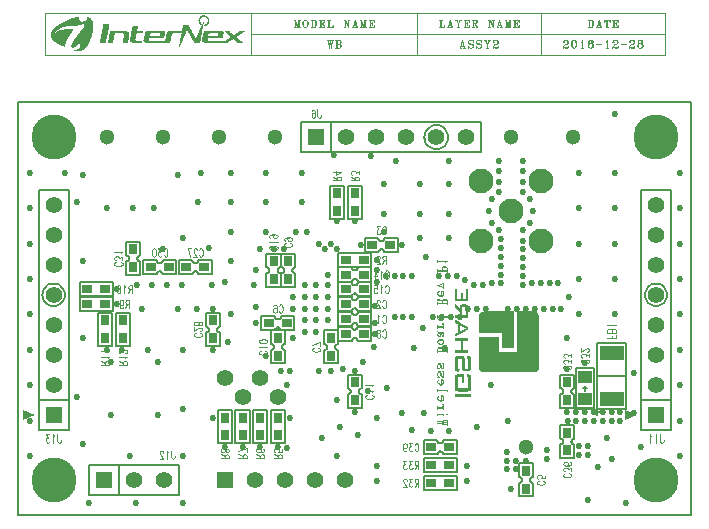
<source format=gbr>
%MOMM*%
%FSLAX33Y33*%
%ADD10C,0.203200*%
%ADD11C,0.120000*%
%ADD12C,0.152400*%
%ADD15C,0.070000*%
%ADD20C,1.400000*%
%ADD133C,0.530000*%
%ADD134C,3.800000*%
%ADD135R,1.400000X1.400000*%
%ADD136C,1.300000*%
%ADD137C,2.100000*%
%ADD141R,0.800000X0.900000*%
%ADD147R,0.900000X0.800000*%
%ADD153R,2.000000X1.300000*%
%ADD155R,1.250000X1.100000*%
%ADD157C,0.113790*%
G90*G71*G01*D02*G54D10*X000000Y000000D02*X057000Y000000D01*X057000Y035000D01*
X000000Y035000D01*X000000Y000000D01*X008520Y001730D02*X008520Y004270D01*
X005980Y001730D02*X005980Y004270D01*X013600Y004270D01*X013600Y001730D01*
X005980Y001730D01*X002050Y018660D02*X002068Y018475D01*X002122Y018296D01*
X002210Y018132D01*X002328Y017988D01*X002472Y017870D01*X002636Y017782D01*
X002815Y017728D01*X003000Y017710D01*X003185Y017728D01*X003364Y017782D01*
X003528Y017870D01*X003672Y017988D01*X003790Y018132D01*X003878Y018296D01*
X003932Y018475D01*X003950Y018660D01*X003932Y018845D01*X003878Y019024D01*
X003790Y019188D01*X003672Y019332D01*X003528Y019450D01*X003364Y019538D01*
X003185Y019592D01*X003000Y019610D01*X002815Y019592D01*X002636Y019538D01*
X002472Y019450D01*X002328Y019332D01*X002210Y019188D01*X002122Y019024D01*
X002068Y018845D01*X002050Y018660D01*X004270Y007230D02*X001730Y007230D01*
X001730Y027550D01*X004270Y027550D01*X004270Y007230D01*X004270Y009770D02*
X001730Y009770D01*X049050Y014550D02*X049050Y008950D01*X051450Y008950D01*
X051450Y014550D01*X049050Y014550D01*X049050Y011750D02*X051450Y011750D01*
X053050Y018660D02*X053068Y018475D01*X053122Y018296D01*X053210Y018132D01*
X053328Y017988D01*X053472Y017870D01*X053636Y017782D01*X053815Y017728D01*
X054000Y017710D01*X054185Y017728D01*X054364Y017782D01*X054528Y017870D01*
X054672Y017988D01*X054790Y018132D01*X054878Y018296D01*X054932Y018475D01*
X054950Y018660D01*X054932Y018845D01*X054878Y019024D01*X054790Y019188D01*
X054672Y019332D01*X054528Y019450D01*X054364Y019538D01*X054185Y019592D01*
X054000Y019610D01*X053815Y019592D01*X053636Y019538D01*X053472Y019450D01*
X053328Y019332D01*X053210Y019188D01*X053122Y019024D01*X053068Y018845D01*
X053050Y018660D01*X055270Y007230D02*X052730Y007230D01*X052730Y027550D01*
X055270Y027550D01*X055270Y007230D01*X055270Y009770D02*X052730Y009770D01*
X026520Y030730D02*X026520Y033270D01*X023980Y033270D02*X023980Y030730D01*
X039220Y030730D01*X039220Y033270D01*X023980Y033270D01*X034394Y032000D02*
X034414Y031802D01*X034471Y031611D01*X034565Y031436D01*X034692Y031282D01*
X034846Y031155D01*X035021Y031061D01*X035212Y031004D01*X035410Y030984D01*
X035608Y031004D01*X035799Y031061D01*X035974Y031155D01*X036128Y031282D01*
X036255Y031436D01*X036349Y031611D01*X036406Y031802D01*X036426Y032000D01*
X036406Y032198D01*X036349Y032389D01*X036255Y032564D01*X036128Y032718D01*
X035974Y032845D01*X035799Y032939D01*X035608Y032996D01*X035410Y033016D01*
X035212Y032996D01*X035021Y032939D01*X034846Y032845D01*X034692Y032718D01*
X034565Y032564D01*X034471Y032389D01*X034414Y032198D01*X034394Y032000D01*D02*
G54D11*X012959Y005475D02*X012959Y004945D01*X012991Y004839D01*X013023Y004807D01*
X013083Y004775D01*X013150Y004775D01*X013211Y004807D01*X013242Y004839D01*
X013274Y004945D01*X013274Y005008D01*X012660Y005337D02*X012635Y005369D01*
X012596Y005464D01*X012596Y004775D01*X012272Y005305D02*X012272Y005337D01*
X012250Y005401D01*X012227Y005433D01*X012183Y005475D01*X012090Y005475D01*
X012046Y005433D01*X012024Y005401D01*X012001Y005337D01*X012001Y005273D01*
X012024Y005210D01*X012068Y005104D01*X012294Y004775D01*X011976Y004775D01*
X033899Y002400D02*X033899Y003100D01*X033695Y003100D01*X033629Y003058D01*
X033606Y003026D01*X033581Y002962D01*X033581Y002898D01*X033606Y002835D01*
X033629Y002792D01*X033695Y002761D01*X033899Y002761D01*X033743Y002761D02*
X033581Y002400D01*X033365Y003089D02*X033116Y003089D01*X033253Y002824D01*
X033183Y002824D01*X033139Y002792D01*X033116Y002761D01*X033091Y002665D01*
X033091Y002591D01*X033116Y002495D01*X033161Y002432D01*X033228Y002400D01*
X033298Y002400D01*X033365Y002432D01*X033387Y002464D01*X033409Y002527D01*
X032897Y002930D02*X032897Y002962D01*X032875Y003026D01*X032852Y003058D01*
X032808Y003100D01*X032715Y003100D01*X032671Y003058D01*X032649Y003026D01*
X032626Y002962D01*X032626Y002898D01*X032649Y002835D01*X032693Y002729D01*
X032919Y002400D01*X032601Y002400D01*X044430Y002914D02*X044494Y002892D01*
X044558Y002847D01*X044600Y002806D01*X044600Y002720D01*X044558Y002679D01*
X044494Y002637D01*X044430Y002615D01*X044335Y002596D01*X044165Y002596D01*
X044070Y002615D01*X043995Y002637D01*X043932Y002679D01*X043900Y002720D01*
X043900Y002806D01*X043932Y002847D01*X043995Y002892D01*X044070Y002914D01*
X044589Y003356D02*X044589Y003130D01*X044292Y003108D01*X044324Y003130D01*
X044356Y003197D01*X044356Y003264D01*X044324Y003334D01*X044261Y003379D01*
X044165Y003404D01*X044091Y003404D01*X043995Y003379D01*X043932Y003334D01*
X043900Y003264D01*X043900Y003197D01*X043932Y003130D01*X043964Y003108D01*
X044027Y003086D01*X017150Y004846D02*X017850Y004846D01*X017850Y005050D01*
X017808Y005116D01*X017776Y005139D01*X017712Y005164D01*X017648Y005164D01*
X017585Y005139D01*X017542Y005116D01*X017511Y005050D01*X017511Y004846D01*
X017511Y005002D02*X017150Y005164D01*X017839Y005447D02*X017808Y005380D01*
X017744Y005358D01*X017680Y005358D01*X017606Y005380D01*X017574Y005425D01*
X017542Y005517D01*X017511Y005584D01*X017447Y005629D01*X017383Y005654D01*
X017277Y005654D01*X017214Y005629D01*X017182Y005606D01*X017150Y005540D01*
X017150Y005447D01*X017182Y005380D01*X017214Y005358D01*X017277Y005336D01*
X017383Y005336D01*X017447Y005358D01*X017511Y005403D01*X017542Y005470D01*
X017574Y005562D01*X017606Y005606D01*X017680Y005629D01*X017744Y005629D01*
X017808Y005606D01*X017839Y005540D01*X017839Y005447D01*X018650Y004846D02*
X019350Y004846D01*X019350Y005050D01*X019308Y005116D01*X019276Y005139D01*
X019212Y005164D01*X019148Y005164D01*X019085Y005139D01*X019042Y005116D01*
X019011Y005050D01*X019011Y004846D01*X019011Y005002D02*X018650Y005164D01*
X019339Y005336D02*X019339Y005654D01*X018650Y005425D01*X021650Y004846D02*
X022350Y004846D01*X022350Y005050D01*X022308Y005116D01*X022276Y005139D01*
X022212Y005164D01*X022148Y005164D01*X022085Y005139D01*X022042Y005116D01*
X022011Y005050D01*X022011Y004846D01*X022011Y005002D02*X021650Y005164D01*
X022339Y005606D02*X022339Y005380D01*X022042Y005358D01*X022074Y005380D01*
X022106Y005447D01*X022106Y005514D01*X022074Y005584D01*X022011Y005629D01*
X021915Y005654D01*X021841Y005654D01*X021745Y005629D01*X021682Y005584D01*
X021650Y005514D01*X021650Y005447D01*X021682Y005380D01*X021714Y005358D01*
X021777Y005336D01*X020150Y004846D02*X020850Y004846D01*X020850Y005050D01*
X020808Y005116D01*X020776Y005139D01*X020712Y005164D01*X020648Y005164D01*
X020585Y005139D01*X020542Y005116D01*X020511Y005050D01*X020511Y004846D01*
X020511Y005002D02*X020150Y005164D01*X020744Y005629D02*X020808Y005603D01*
X020839Y005530D01*X020839Y005482D01*X020808Y005409D01*X020712Y005358D01*
X020542Y005336D01*X020383Y005336D01*X020245Y005358D01*X020182Y005409D01*
X020150Y005482D01*X020150Y005505D01*X020182Y005578D01*X020245Y005629D01*
X020341Y005654D01*X020383Y005654D01*X020479Y005629D01*X020542Y005578D01*
X020574Y005505D01*X020574Y005482D01*X020542Y005409D01*X020479Y005358D01*
X020383Y005336D01*X033581Y005930D02*X033603Y005994D01*X033648Y006058D01*
X033689Y006100D01*X033775Y006100D01*X033816Y006058D01*X033858Y005994D01*
X033880Y005930D01*X033899Y005835D01*X033899Y005665D01*X033880Y005570D01*
X033858Y005495D01*X033816Y005432D01*X033775Y005400D01*X033689Y005400D01*
X033648Y005432D01*X033603Y005495D01*X033581Y005570D01*X033365Y006089D02*
X033116Y006089D01*X033253Y005824D01*X033183Y005824D01*X033139Y005792D01*
X033116Y005761D01*X033091Y005665D01*X033091Y005591D01*X033116Y005495D01*
X033161Y005432D01*X033228Y005400D01*X033298Y005400D01*X033365Y005432D01*
X033387Y005464D01*X033409Y005527D01*X032601Y005867D02*X032626Y005761D01*
X032674Y005697D01*X032750Y005665D01*X032773Y005665D01*X032846Y005697D01*
X032897Y005761D01*X032919Y005867D01*X032919Y005898D01*X032897Y005994D01*
X032846Y006058D01*X032773Y006089D01*X032750Y006089D01*X032674Y006058D01*
X032626Y005994D01*X032601Y005867D01*X032601Y005697D01*X032626Y005527D01*
X032674Y005432D01*X032750Y005400D01*X032798Y005400D01*X032871Y005432D01*
X032897Y005495D01*X033899Y003900D02*X033899Y004600D01*X033695Y004600D01*
X033629Y004558D01*X033606Y004526D01*X033581Y004462D01*X033581Y004398D01*
X033606Y004335D01*X033629Y004292D01*X033695Y004261D01*X033899Y004261D01*
X033743Y004261D02*X033581Y003900D01*X033365Y004589D02*X033116Y004589D01*
X033253Y004324D01*X033183Y004324D01*X033139Y004292D01*X033116Y004261D01*
X033091Y004165D01*X033091Y004091D01*X033116Y003995D01*X033161Y003932D01*
X033228Y003900D01*X033298Y003900D01*X033365Y003932D01*X033387Y003964D01*
X033409Y004027D01*X032875Y004589D02*X032626Y004589D01*X032763Y004324D01*
X032693Y004324D01*X032649Y004292D01*X032626Y004261D01*X032601Y004165D01*
X032601Y004091D01*X032626Y003995D01*X032671Y003932D01*X032738Y003900D01*
X032808Y003900D01*X032875Y003932D01*X032897Y003964D01*X032919Y004027D01*
X046680Y003544D02*X046744Y003522D01*X046808Y003477D01*X046850Y003436D01*
X046850Y003350D01*X046808Y003309D01*X046744Y003267D01*X046680Y003245D01*
X046585Y003226D01*X046415Y003226D01*X046320Y003245D01*X046245Y003267D01*
X046182Y003309D01*X046150Y003350D01*X046150Y003436D01*X046182Y003477D01*
X046245Y003522D01*X046320Y003544D01*X046839Y003760D02*X046839Y004009D01*
X046574Y003872D01*X046574Y003942D01*X046542Y003986D01*X046511Y004009D01*
X046415Y004034D01*X046341Y004034D01*X046245Y004009D01*X046182Y003964D01*
X046150Y003897D01*X046150Y003827D01*X046182Y003760D01*X046214Y003738D01*
X046277Y003716D01*X046744Y004499D02*X046808Y004473D01*X046839Y004400D01*
X046839Y004352D01*X046808Y004279D01*X046712Y004228D01*X046542Y004206D01*
X046383Y004206D01*X046245Y004228D01*X046182Y004279D01*X046150Y004352D01*
X046150Y004375D01*X046182Y004448D01*X046245Y004499D01*X046341Y004524D01*
X046383Y004524D01*X046479Y004499D01*X046542Y004448D01*X046574Y004375D01*
X046574Y004352D01*X046542Y004279D01*X046479Y004228D01*X046383Y004206D01*
X003334Y006850D02*X003334Y006320D01*X003366Y006214D01*X003398Y006182D01*
X003458Y006150D01*X003525Y006150D01*X003586Y006182D01*X003617Y006214D01*
X003649Y006320D01*X003649Y006383D01*X003035Y006712D02*X003010Y006744D01*
X002971Y006839D01*X002971Y006150D01*X002625Y006839D02*X002376Y006839D01*
X002513Y006574D01*X002443Y006574D01*X002399Y006542D01*X002376Y006511D01*
X002351Y006415D01*X002351Y006341D01*X002376Y006245D01*X002421Y006182D01*
X002488Y006150D01*X002558Y006150D01*X002625Y006182D01*X002647Y006214D01*
X002669Y006277D01*X029930Y010169D02*X029994Y010147D01*X030058Y010102D01*
X030100Y010061D01*X030100Y009975D01*X030058Y009934D01*X029994Y009892D01*
X029930Y009870D01*X029835Y009851D01*X029665Y009851D01*X029570Y009870D01*
X029495Y009892D01*X029432Y009934D01*X029400Y009975D01*X029400Y010061D01*
X029432Y010102D01*X029495Y010147D01*X029570Y010169D01*X029962Y010465D02*
X029994Y010490D01*X030089Y010529D01*X029400Y010529D01*X029962Y010955D02*
X029994Y010980D01*X030089Y011019D01*X029400Y011019D01*X046680Y012669D02*
X046744Y012647D01*X046808Y012602D01*X046850Y012561D01*X046850Y012475D01*
X046808Y012434D01*X046744Y012392D01*X046680Y012370D01*X046585Y012351D01*
X046415Y012351D01*X046320Y012370D01*X046245Y012392D01*X046182Y012434D01*
X046150Y012475D01*X046150Y012561D01*X046182Y012602D01*X046245Y012647D01*
X046320Y012669D01*X046839Y012885D02*X046839Y013134D01*X046574Y012997D01*
X046574Y013067D01*X046542Y013111D01*X046511Y013134D01*X046415Y013159D01*
X046341Y013159D01*X046245Y013134D01*X046182Y013089D01*X046150Y013022D01*
X046150Y012952D01*X046182Y012885D01*X046214Y012863D01*X046277Y012841D01*
X046839Y013375D02*X046839Y013624D01*X046574Y013487D01*X046574Y013557D01*
X046542Y013601D01*X046511Y013624D01*X046415Y013649D01*X046341Y013649D01*
X046245Y013624D01*X046182Y013579D01*X046150Y013512D01*X046150Y013442D01*
X046182Y013375D01*X046214Y013353D01*X046277Y013331D01*X048180Y013169D02*
X048244Y013147D01*X048308Y013102D01*X048350Y013061D01*X048350Y012975D01*
X048308Y012934D01*X048244Y012892D01*X048180Y012870D01*X048085Y012851D01*
X047915Y012851D01*X047820Y012870D01*X047745Y012892D01*X047682Y012934D01*
X047650Y012975D01*X047650Y013061D01*X047682Y013102D01*X047745Y013147D01*
X047820Y013169D01*X048339Y013385D02*X048339Y013634D01*X048074Y013497D01*
X048074Y013567D01*X048042Y013611D01*X048011Y013634D01*X047915Y013659D01*
X047841Y013659D01*X047745Y013634D01*X047682Y013589D01*X047650Y013522D01*
X047650Y013452D01*X047682Y013385D01*X047714Y013363D01*X047777Y013341D01*
X048180Y013853D02*X048212Y013853D01*X048276Y013875D01*X048308Y013898D01*
X048350Y013942D01*X048350Y014035D01*X048308Y014079D01*X048276Y014101D01*
X048212Y014124D01*X048148Y014124D01*X048085Y014101D01*X047979Y014057D01*
X047650Y013831D01*X047650Y014149D01*X050600Y015294D02*X050600Y014976D01*
X049900Y014976D01*X050261Y014976D02*X050261Y015170D01*X050261Y015466D02*
X050261Y015670D01*X050229Y015736D01*X050197Y015759D01*X050133Y015784D01*
X050027Y015784D01*X049964Y015759D01*X049932Y015736D01*X049900Y015670D01*
X049900Y015466D01*X050600Y015466D01*X050600Y015670D01*X050558Y015736D01*
X050526Y015759D01*X050462Y015784D01*X050398Y015784D01*X050335Y015759D01*
X050292Y015736D01*X050261Y015670D01*X050462Y016080D02*X050494Y016105D01*
X050589Y016144D01*X049900Y016144D01*X054334Y006850D02*X054334Y006320D01*
X054366Y006214D01*X054398Y006182D01*X054458Y006150D01*X054525Y006150D01*
X054586Y006182D01*X054617Y006214D01*X054649Y006320D01*X054649Y006383D01*
X054035Y006712D02*X054010Y006744D01*X053971Y006839D01*X053971Y006150D01*
X053545Y006712D02*X053520Y006744D01*X053481Y006839D01*X053481Y006150D01*
X007025Y012726D02*X007725Y012726D01*X007725Y012930D01*X007683Y012996D01*
X007651Y013019D01*X007587Y013044D01*X007523Y013044D01*X007460Y013019D01*
X007417Y012996D01*X007386Y012930D01*X007386Y012726D01*X007386Y012882D02*
X007025Y013044D01*X007587Y013340D02*X007619Y013365D01*X007714Y013404D01*
X007025Y013404D01*X007587Y013830D02*X007619Y013855D01*X007714Y013894D01*
X007025Y013894D01*X008525Y012726D02*X009225Y012726D01*X009225Y012930D01*
X009183Y012996D01*X009151Y013019D01*X009087Y013044D01*X009023Y013044D01*
X008960Y013019D01*X008917Y012996D01*X008886Y012930D01*X008886Y012726D01*
X008886Y012882D02*X008525Y013044D01*X009087Y013340D02*X009119Y013365D01*
X009214Y013404D01*X008525Y013404D01*X009055Y013728D02*X009087Y013728D01*
X009151Y013750D01*X009183Y013773D01*X009225Y013817D01*X009225Y013910D01*
X009183Y013954D01*X009151Y013976D01*X009087Y013999D01*X009023Y013999D01*
X008960Y013976D01*X008854Y013932D01*X008525Y013706D01*X008525Y014024D01*
X015430Y015419D02*X015494Y015397D01*X015558Y015352D01*X015600Y015311D01*
X015600Y015225D01*X015558Y015184D01*X015494Y015142D01*X015430Y015120D01*
X015335Y015101D01*X015165Y015101D01*X015070Y015120D01*X014995Y015142D01*
X014932Y015184D01*X014900Y015225D01*X014900Y015311D01*X014932Y015352D01*
X014995Y015397D01*X015070Y015419D01*X015430Y015613D02*X015462Y015613D01*
X015526Y015635D01*X015558Y015658D01*X015600Y015702D01*X015600Y015795D01*
X015558Y015839D01*X015526Y015861D01*X015462Y015884D01*X015398Y015884D01*
X015335Y015861D01*X015229Y015817D01*X014900Y015591D01*X014900Y015909D01*
X015589Y016192D02*X015558Y016125D01*X015494Y016103D01*X015430Y016103D01*
X015356Y016125D01*X015324Y016170D01*X015292Y016262D01*X015261Y016329D01*
X015197Y016374D01*X015133Y016399D01*X015027Y016399D01*X014964Y016374D01*
X014932Y016351D01*X014900Y016285D01*X014900Y016192D01*X014932Y016125D01*
X014964Y016103D01*X015027Y016081D01*X015133Y016081D01*X015197Y016103D01*
X015261Y016148D01*X015292Y016215D01*X015324Y016307D01*X015356Y016351D01*
X015430Y016374D01*X015494Y016374D01*X015558Y016351D01*X015589Y016285D01*
X015589Y016192D01*X020930Y013919D02*X020994Y013897D01*X021058Y013852D01*
X021100Y013811D01*X021100Y013725D01*X021058Y013684D01*X020994Y013642D01*
X020930Y013620D01*X020835Y013601D01*X020665Y013601D01*X020570Y013620D01*
X020495Y013642D01*X020432Y013684D01*X020400Y013725D01*X020400Y013811D01*
X020432Y013852D01*X020495Y013897D01*X020570Y013919D01*X020962Y014215D02*
X020994Y014240D01*X021089Y014279D01*X020400Y014279D01*X021089Y014718D02*
X021058Y014648D01*X020962Y014603D01*X020792Y014581D01*X020697Y014581D01*
X020527Y014603D01*X020432Y014648D01*X020400Y014718D01*X020400Y014762D01*
X020432Y014829D01*X020527Y014874D01*X020697Y014899D01*X020792Y014899D01*
X020962Y014874D01*X021058Y014829D01*X021089Y014762D01*X021089Y014718D01*
X025430Y014164D02*X025494Y014142D01*X025558Y014097D01*X025600Y014056D01*
X025600Y013970D01*X025558Y013929D01*X025494Y013887D01*X025430Y013865D01*
X025335Y013846D01*X025165Y013846D01*X025070Y013865D01*X024995Y013887D01*
X024932Y013929D01*X024900Y013970D01*X024900Y014056D01*X024932Y014097D01*
X024995Y014142D01*X025070Y014164D01*X025589Y014336D02*X025589Y014654D01*
X024900Y014425D01*X030836Y015555D02*X030858Y015619D01*X030903Y015683D01*
X030944Y015725D01*X031030Y015725D01*X031071Y015683D01*X031113Y015619D01*
X031135Y015555D01*X031154Y015460D01*X031154Y015290D01*X031135Y015195D01*
X031113Y015120D01*X031071Y015057D01*X031030Y015025D01*X030944Y015025D01*
X030903Y015057D01*X030858Y015120D01*X030836Y015195D01*X030553Y015714D02*
X030620Y015683D01*X030642Y015619D01*X030642Y015555D01*X030620Y015481D01*
X030575Y015449D01*X030483Y015417D01*X030416Y015386D01*X030371Y015322D01*
X030346Y015258D01*X030346Y015152D01*X030371Y015089D01*X030394Y015057D01*
X030460Y015025D01*X030553Y015025D01*X030620Y015057D01*X030642Y015089D01*
X030664Y015152D01*X030664Y015258D01*X030642Y015322D01*X030597Y015386D01*
X030530Y015417D01*X030438Y015449D01*X030394Y015481D01*X030371Y015555D01*
X030371Y015619D01*X030394Y015683D01*X030460Y015714D01*X030553Y015714D01*
X009404Y017525D02*X009404Y018225D01*X009200Y018225D01*X009134Y018183D01*
X009111Y018151D01*X009086Y018087D01*X009086Y018023D01*X009111Y017960D01*
X009134Y017917D01*X009200Y017886D01*X009404Y017886D01*X009248Y017886D02*
X009086Y017525D01*X008596Y017992D02*X008621Y017886D01*X008669Y017822D01*
X008745Y017790D01*X008768Y017790D01*X008841Y017822D01*X008892Y017886D01*
X008914Y017992D01*X008914Y018023D01*X008892Y018119D01*X008841Y018183D01*
X008768Y018214D01*X008745Y018214D01*X008669Y018183D01*X008621Y018119D01*
X008596Y017992D01*X008596Y017822D01*X008621Y017652D01*X008669Y017557D01*
X008745Y017525D01*X008793Y017525D01*X008866Y017557D01*X008892Y017620D01*
X022086Y017680D02*X022108Y017744D01*X022153Y017808D01*X022194Y017850D01*
X022280Y017850D01*X022321Y017808D01*X022363Y017744D01*X022385Y017680D01*
X022404Y017585D01*X022404Y017415D01*X022385Y017320D01*X022363Y017245D01*
X022321Y017182D01*X022280Y017150D01*X022194Y017150D01*X022153Y017182D01*
X022108Y017245D01*X022086Y017320D01*X021621Y017744D02*X021647Y017808D01*
X021720Y017839D01*X021768Y017839D01*X021841Y017808D01*X021892Y017712D01*
X021914Y017542D01*X021914Y017383D01*X021892Y017245D01*X021841Y017182D01*
X021768Y017150D01*X021745Y017150D01*X021672Y017182D01*X021621Y017245D01*
X021596Y017341D01*X021596Y017383D01*X021621Y017479D01*X021672Y017542D01*
X021745Y017574D01*X021768Y017574D01*X021841Y017542D01*X021892Y017479D01*
X021914Y017383D01*X030836Y016805D02*X030858Y016869D01*X030903Y016933D01*
X030944Y016975D01*X031030Y016975D01*X031071Y016933D01*X031113Y016869D01*
X031135Y016805D01*X031154Y016710D01*X031154Y016540D01*X031135Y016445D01*
X031113Y016370D01*X031071Y016307D01*X031030Y016275D01*X030944Y016275D01*
X030903Y016307D01*X030858Y016370D01*X030836Y016445D01*X030540Y016837D02*
X030515Y016869D01*X030476Y016964D01*X030476Y016275D01*X030836Y018055D02*
X030858Y018119D01*X030903Y018183D01*X030944Y018225D01*X031030Y018225D01*
X031071Y018183D01*X031113Y018119D01*X031135Y018055D01*X031154Y017960D01*
X031154Y017790D01*X031135Y017695D01*X031113Y017620D01*X031071Y017557D01*
X031030Y017525D01*X030944Y017525D01*X030903Y017557D01*X030858Y017620D01*
X030836Y017695D01*X030642Y018055D02*X030642Y018087D01*X030620Y018151D01*
X030597Y018183D01*X030553Y018225D01*X030460Y018225D01*X030416Y018183D01*
X030394Y018151D01*X030371Y018087D01*X030371Y018023D01*X030394Y017960D01*
X030438Y017854D01*X030664Y017525D01*X030346Y017525D01*X031081Y019305D02*
X031103Y019369D01*X031148Y019433D01*X031189Y019475D01*X031275Y019475D01*
X031316Y019433D01*X031358Y019369D01*X031380Y019305D01*X031399Y019210D01*
X031399Y019040D01*X031380Y018945D01*X031358Y018870D01*X031316Y018807D01*
X031275Y018775D01*X031189Y018775D01*X031148Y018807D01*X031103Y018870D01*
X031081Y018945D01*X030785Y019337D02*X030760Y019369D01*X030721Y019464D01*
X030721Y018775D01*X030149Y019464D02*X030375Y019464D01*X030397Y019167D01*
X030375Y019199D01*X030308Y019231D01*X030241Y019231D01*X030171Y019199D01*
X030126Y019136D01*X030101Y019040D01*X030101Y018966D01*X030126Y018870D01*
X030171Y018807D01*X030241Y018775D01*X030308Y018775D01*X030375Y018807D01*
X030397Y018839D01*X030419Y018902D01*X009649Y018775D02*X009649Y019475D01*
X009445Y019475D01*X009379Y019433D01*X009356Y019401D01*X009331Y019337D01*
X009331Y019273D01*X009356Y019210D01*X009379Y019167D01*X009445Y019136D01*
X009649Y019136D01*X009493Y019136D02*X009331Y018775D01*X009035Y019337D02*
X009010Y019369D01*X008971Y019464D01*X008971Y018775D01*X008532Y019464D02*
X008602Y019433D01*X008647Y019337D01*X008669Y019167D01*X008669Y019072D01*
X008647Y018902D01*X008602Y018807D01*X008532Y018775D01*X008488Y018775D01*
X008421Y018807D01*X008376Y018902D01*X008351Y019072D01*X008351Y019167D01*
X008376Y019337D01*X008421Y019433D01*X008488Y019464D01*X008532Y019464D01*
X008680Y021419D02*X008744Y021397D01*X008808Y021352D01*X008850Y021311D01*
X008850Y021225D01*X008808Y021184D01*X008744Y021142D01*X008680Y021120D01*
X008585Y021101D01*X008415Y021101D01*X008320Y021120D01*X008245Y021142D01*
X008182Y021184D01*X008150Y021225D01*X008150Y021311D01*X008182Y021352D01*
X008245Y021397D01*X008320Y021419D01*X008839Y021635D02*X008839Y021884D01*
X008574Y021747D01*X008574Y021817D01*X008542Y021861D01*X008511Y021884D01*
X008415Y021909D01*X008341Y021909D01*X008245Y021884D01*X008182Y021839D01*
X008150Y021772D01*X008150Y021702D01*X008182Y021635D01*X008214Y021613D01*
X008277Y021591D01*X008712Y022205D02*X008744Y022230D01*X008839Y022269D01*
X008150Y022269D01*X015331Y022430D02*X015353Y022494D01*X015398Y022558D01*
X015439Y022600D01*X015525Y022600D01*X015566Y022558D01*X015608Y022494D01*
X015630Y022430D01*X015649Y022335D01*X015649Y022165D01*X015630Y022070D01*
X015608Y021995D01*X015566Y021932D01*X015525Y021900D01*X015439Y021900D01*
X015398Y021932D01*X015353Y021995D01*X015331Y022070D01*X015137Y022430D02*
X015137Y022462D01*X015115Y022526D01*X015092Y022558D01*X015048Y022600D01*
X014955Y022600D01*X014911Y022558D01*X014889Y022526D01*X014866Y022462D01*
X014866Y022398D01*X014889Y022335D01*X014933Y022229D01*X015159Y021900D01*
X014841Y021900D01*X014669Y022589D02*X014351Y022589D01*X014580Y021900D01*
X012331Y022430D02*X012353Y022494D01*X012398Y022558D01*X012439Y022600D01*
X012525Y022600D01*X012566Y022558D01*X012608Y022494D01*X012630Y022430D01*
X012649Y022335D01*X012649Y022165D01*X012630Y022070D01*X012608Y021995D01*
X012566Y021932D01*X012525Y021900D01*X012439Y021900D01*X012398Y021932D01*
X012353Y021995D01*X012331Y022070D01*X012115Y022589D02*X011866Y022589D01*
X012003Y022324D01*X011933Y022324D01*X011889Y022292D01*X011866Y022261D01*
X011841Y022165D01*X011841Y022091D01*X011866Y021995D01*X011911Y021932D01*
X011978Y021900D01*X012048Y021900D01*X012115Y021932D01*X012137Y021964D01*
X012159Y022027D01*X011532Y022589D02*X011602Y022558D01*X011647Y022462D01*
X011669Y022292D01*X011669Y022197D01*X011647Y022027D01*X011602Y021932D01*
X011532Y021900D01*X011488Y021900D01*X011421Y021932D01*X011376Y022027D01*
X011351Y022197D01*X011351Y022292D01*X011376Y022462D01*X011421Y022558D01*
X011488Y022589D01*X011532Y022589D01*X021805Y022794D02*X021869Y022772D01*
X021933Y022727D01*X021975Y022686D01*X021975Y022600D01*X021933Y022559D01*
X021869Y022517D01*X021805Y022495D01*X021710Y022476D01*X021540Y022476D01*
X021445Y022495D01*X021370Y022517D01*X021307Y022559D01*X021275Y022600D01*
X021275Y022686D01*X021307Y022727D01*X021370Y022772D01*X021445Y022794D01*
X021837Y023090D02*X021869Y023115D01*X021964Y023154D01*X021275Y023154D01*
X021742Y023774D02*X021636Y023749D01*X021572Y023701D01*X021540Y023625D01*
X021540Y023602D01*X021572Y023529D01*X021636Y023478D01*X021742Y023456D01*
X021773Y023456D01*X021869Y023478D01*X021933Y023529D01*X021964Y023602D01*
X021964Y023625D01*X021933Y023701D01*X021869Y023749D01*X021742Y023774D01*
X021572Y023774D01*X021402Y023749D01*X021307Y023701D01*X021275Y023625D01*
X021275Y023577D01*X021307Y023504D01*X021370Y023478D01*X023055Y023039D02*
X023119Y023017D01*X023183Y022972D01*X023225Y022931D01*X023225Y022845D01*
X023183Y022804D01*X023119Y022762D01*X023055Y022740D01*X022960Y022721D01*
X022790Y022721D01*X022695Y022740D01*X022620Y022762D01*X022557Y022804D01*
X022525Y022845D01*X022525Y022931D01*X022557Y022972D01*X022620Y023017D01*
X022695Y023039D01*X022992Y023529D02*X022886Y023504D01*X022822Y023456D01*
X022790Y023380D01*X022790Y023357D01*X022822Y023284D01*X022886Y023233D01*
X022992Y023211D01*X023023Y023211D01*X023119Y023233D01*X023183Y023284D01*
X023214Y023357D01*X023214Y023380D01*X023183Y023456D01*X023119Y023504D01*
X022992Y023529D01*X022822Y023529D01*X022652Y023504D01*X022557Y023456D01*
X022525Y023380D01*X022525Y023332D01*X022557Y023259D01*X022620Y023233D01*
X031081Y020555D02*X031103Y020619D01*X031148Y020683D01*X031189Y020725D01*
X031275Y020725D01*X031316Y020683D01*X031358Y020619D01*X031380Y020555D01*
X031399Y020460D01*X031399Y020290D01*X031380Y020195D01*X031358Y020120D01*
X031316Y020057D01*X031275Y020025D01*X031189Y020025D01*X031148Y020057D01*
X031103Y020120D01*X031081Y020195D01*X030785Y020587D02*X030760Y020619D01*
X030721Y020714D01*X030721Y020025D01*X030209Y020714D02*X030209Y020025D01*
X030209Y020714D02*X030419Y020258D01*X030101Y020258D01*X030836Y024305D02*
X030858Y024369D01*X030903Y024433D01*X030944Y024475D01*X031030Y024475D01*
X031071Y024433D01*X031113Y024369D01*X031135Y024305D01*X031154Y024210D01*
X031154Y024040D01*X031135Y023945D01*X031113Y023870D01*X031071Y023807D01*
X031030Y023775D01*X030944Y023775D01*X030903Y023807D01*X030858Y023870D01*
X030836Y023945D01*X030620Y024464D02*X030371Y024464D01*X030508Y024199D01*
X030438Y024199D01*X030394Y024167D01*X030371Y024136D01*X030346Y024040D01*
X030346Y023966D01*X030371Y023870D01*X030416Y023807D01*X030483Y023775D01*
X030553Y023775D01*X030620Y023807D01*X030642Y023839D01*X030664Y023902D01*
X031154Y021275D02*X031154Y021975D01*X030950Y021975D01*X030884Y021933D01*
X030861Y021901D01*X030836Y021837D01*X030836Y021773D01*X030861Y021710D01*
X030884Y021667D01*X030950Y021636D01*X031154Y021636D01*X030998Y021636D02*
X030836Y021275D01*X030642Y021805D02*X030642Y021837D01*X030620Y021901D01*
X030597Y021933D01*X030553Y021975D01*X030460Y021975D01*X030416Y021933D01*
X030394Y021901D01*X030371Y021837D01*X030371Y021773D01*X030394Y021710D01*
X030438Y021604D01*X030664Y021275D01*X030346Y021275D01*X028150Y028346D02*
X028850Y028346D01*X028850Y028550D01*X028808Y028616D01*X028776Y028639D01*
X028712Y028664D01*X028648Y028664D01*X028585Y028639D01*X028542Y028616D01*
X028511Y028550D01*X028511Y028346D01*X028511Y028502D02*X028150Y028664D01*
X028839Y028880D02*X028839Y029129D01*X028574Y028992D01*X028574Y029062D01*
X028542Y029106D01*X028511Y029129D01*X028415Y029154D01*X028341Y029154D01*
X028245Y029129D01*X028182Y029084D01*X028150Y029017D01*X028150Y028947D01*
X028182Y028880D01*X028214Y028858D01*X028277Y028836D01*X026650Y028346D02*
X027350Y028346D01*X027350Y028550D01*X027308Y028616D01*X027276Y028639D01*
X027212Y028664D01*X027148Y028664D01*X027085Y028639D01*X027042Y028616D01*
X027011Y028550D01*X027011Y028346D01*X027011Y028502D02*X026650Y028664D01*
X027339Y029046D02*X026650Y029046D01*X027339Y029046D02*X026883Y028836D01*
X026883Y029154D01*X025339Y034350D02*X025339Y033820D01*X025371Y033714D01*
X025403Y033682D01*X025463Y033650D01*X025530Y033650D01*X025591Y033682D01*
X025622Y033714D01*X025654Y033820D01*X025654Y033883D01*X024871Y034244D02*
X024897Y034308D01*X024970Y034339D01*X025018Y034339D01*X025091Y034308D01*
X025142Y034212D01*X025164Y034042D01*X025164Y033883D01*X025142Y033745D01*
X025091Y033682D01*X025018Y033650D01*X024995Y033650D01*X024922Y033682D01*
X024871Y033745D01*X024846Y033841D01*X024846Y033883D01*X024871Y033979D01*
X024922Y034042D01*X024995Y034074D01*X025018Y034074D01*X025091Y034042D01*
X025142Y033979D01*X025164Y033883D01*D02*G54D12*X034350Y002150D02*
X037150Y002150D01*X037150Y003350D01*X034350Y003350D01*X034350Y003350D02*
X034350Y002150D01*X042400Y003250D02*X042425Y003249D01*X042449Y003246D01*
X042474Y003240D01*X042497Y003232D01*X042520Y003222D01*X042541Y003210D01*
X042561Y003195D01*X042580Y003179D01*X042597Y003160D01*X042612Y003140D01*
X042625Y003119D01*X042636Y003097D01*X042644Y003073D01*X042650Y003049D01*
X042654Y003025D01*X042655Y003000D01*X042654Y002975D01*X042650Y002951D01*
X042644Y002927D01*X042636Y002903D01*X042625Y002881D01*X042612Y002860D01*
X042597Y002840D01*X042580Y002821D01*X042561Y002805D01*X042541Y002790D01*
X042520Y002778D01*X042497Y002768D01*X042474Y002760D01*X042449Y002754D01*
X042425Y002751D01*X042400Y002750D01*X043600Y004400D02*X042400Y004400D01*
X043600Y004400D02*X043600Y003250D01*X043600Y002750D02*X043600Y001600D01*
X043600Y001600D02*X042400Y001600D01*X042400Y004400D02*X042400Y003250D01*
X042400Y002750D02*X042400Y001600D01*X043600Y002750D02*X043575Y002751D01*
X043551Y002754D01*X043526Y002760D01*X043503Y002768D01*X043480Y002778D01*
X043459Y002790D01*X043439Y002805D01*X043420Y002821D01*X043403Y002840D01*
X043388Y002860D01*X043375Y002881D01*X043364Y002903D01*X043356Y002927D01*
X043350Y002951D01*X043346Y002975D01*X043345Y003000D01*X043346Y003025D01*
X043350Y003049D01*X043356Y003073D01*X043364Y003097D01*X043375Y003119D01*
X043388Y003140D01*X043403Y003160D01*X043420Y003179D01*X043439Y003195D01*
X043459Y003210D01*X043480Y003222D01*X043503Y003232D01*X043526Y003240D01*
X043551Y003246D01*X043575Y003249D01*X043600Y003250D01*X018100Y006100D02*
X018100Y008900D01*X016900Y008900D01*X016900Y006100D01*X016900Y006100D02*
X018100Y006100D01*X019600Y006100D02*X019600Y008900D01*X018400Y008900D01*
X018400Y006100D01*X018400Y006100D02*X019600Y006100D01*X022600Y006100D02*
X022600Y008900D01*X021400Y008900D01*X021400Y006100D01*X021400Y006100D02*
X022600Y006100D01*X021100Y006100D02*X021100Y008900D01*X019900Y008900D01*
X019900Y006100D01*X019900Y006100D02*X021100Y006100D01*X035500Y005150D02*
X035501Y005175D01*X035504Y005199D01*X035510Y005224D01*X035518Y005247D01*
X035528Y005270D01*X035540Y005291D01*X035555Y005311D01*X035571Y005330D01*
X035590Y005347D01*X035610Y005362D01*X035631Y005375D01*X035653Y005386D01*
X035677Y005394D01*X035701Y005400D01*X035725Y005404D01*X035750Y005405D01*
X035775Y005404D01*X035799Y005400D01*X035823Y005394D01*X035847Y005386D01*
X035869Y005375D01*X035890Y005362D01*X035910Y005347D01*X035929Y005330D01*
X035945Y005311D01*X035960Y005291D01*X035972Y005270D01*X035982Y005247D01*
X035990Y005224D01*X035996Y005199D01*X035999Y005175D01*X036000Y005150D01*
X034350Y006350D02*X034350Y005150D01*X034350Y006350D02*X035500Y006350D01*
X036000Y006350D02*X037150Y006350D01*X037150Y006350D02*X037150Y005150D01*
X034350Y005150D02*X035500Y005150D01*X036000Y005150D02*X037150Y005150D01*
X036000Y006350D02*X035999Y006325D01*X035996Y006301D01*X035990Y006276D01*
X035982Y006253D01*X035972Y006230D01*X035960Y006209D01*X035945Y006189D01*
X035929Y006170D01*X035910Y006153D01*X035890Y006138D01*X035869Y006125D01*
X035847Y006114D01*X035823Y006106D01*X035799Y006100D01*X035775Y006096D01*
X035750Y006095D01*X035725Y006096D01*X035701Y006100D01*X035677Y006106D01*
X035653Y006114D01*X035631Y006125D01*X035610Y006138D01*X035590Y006153D01*
X035571Y006170D01*X035555Y006189D01*X035540Y006209D01*X035528Y006230D01*
X035518Y006253D01*X035510Y006276D01*X035504Y006301D01*X035501Y006325D01*
X035500Y006350D01*X034350Y003650D02*X037150Y003650D01*X037150Y004850D01*
X034350Y004850D01*X034350Y004850D02*X034350Y003650D01*X047100Y006000D02*
X047075Y006001D01*X047051Y006004D01*X047026Y006010D01*X047003Y006018D01*
X046980Y006028D01*X046959Y006040D01*X046939Y006055D01*X046920Y006071D01*
X046903Y006090D01*X046888Y006110D01*X046875Y006131D01*X046864Y006153D01*
X046856Y006177D01*X046850Y006201D01*X046846Y006225D01*X046845Y006250D01*
X046846Y006275D01*X046850Y006299D01*X046856Y006323D01*X046864Y006347D01*
X046875Y006369D01*X046888Y006390D01*X046903Y006410D01*X046920Y006429D01*
X046939Y006445D01*X046959Y006460D01*X046980Y006472D01*X047003Y006482D01*
X047026Y006490D01*X047051Y006496D01*X047075Y006499D01*X047100Y006500D01*
X045900Y004850D02*X047100Y004850D01*X045900Y004850D02*X045900Y006000D01*
X045900Y006500D02*X045900Y007650D01*X045900Y007650D02*X047100Y007650D01*
X047100Y004850D02*X047100Y006000D01*X047100Y006500D02*X047100Y007650D01*
X045900Y006500D02*X045925Y006499D01*X045949Y006496D01*X045974Y006490D01*
X045997Y006482D01*X046020Y006472D01*X046041Y006460D01*X046061Y006445D01*
X046080Y006429D01*X046097Y006410D01*X046112Y006390D01*X046125Y006369D01*
X046136Y006347D01*X046144Y006323D01*X046150Y006299D01*X046154Y006275D01*
X046155Y006250D01*X046154Y006225D01*X046150Y006201D01*X046144Y006177D01*
X046136Y006153D01*X046125Y006131D01*X046112Y006110D01*X046097Y006090D01*
X046080Y006071D01*X046061Y006055D01*X046041Y006040D01*X046020Y006028D01*
X045997Y006018D01*X045974Y006010D01*X045949Y006004D01*X045925Y006001D01*
X045900Y006000D01*X027900Y010750D02*X027925Y010749D01*X027949Y010746D01*
X027974Y010740D01*X027997Y010732D01*X028020Y010722D01*X028041Y010710D01*
X028061Y010695D01*X028080Y010679D01*X028097Y010660D01*X028112Y010640D01*
X028125Y010619D01*X028136Y010597D01*X028144Y010573D01*X028150Y010549D01*
X028154Y010525D01*X028155Y010500D01*X028154Y010475D01*X028150Y010451D01*
X028144Y010427D01*X028136Y010403D01*X028125Y010381D01*X028112Y010360D01*
X028097Y010340D01*X028080Y010321D01*X028061Y010305D01*X028041Y010290D01*
X028020Y010278D01*X027997Y010268D01*X027974Y010260D01*X027949Y010254D01*
X027925Y010251D01*X027900Y010250D01*X029100Y011900D02*X027900Y011900D01*
X029100Y011900D02*X029100Y010750D01*X029100Y010250D02*X029100Y009100D01*
X029100Y009100D02*X027900Y009100D01*X027900Y011900D02*X027900Y010750D01*
X027900Y010250D02*X027900Y009100D01*X029100Y010250D02*X029075Y010251D01*
X029051Y010254D01*X029026Y010260D01*X029003Y010268D01*X028980Y010278D01*
X028959Y010290D01*X028939Y010305D01*X028920Y010321D01*X028903Y010340D01*
X028888Y010360D01*X028875Y010381D01*X028864Y010403D01*X028856Y010427D01*
X028850Y010451D01*X028846Y010475D01*X028845Y010500D01*X028846Y010525D01*
X028850Y010549D01*X028856Y010573D01*X028864Y010597D01*X028875Y010619D01*
X028888Y010640D01*X028903Y010660D01*X028920Y010679D01*X028939Y010695D01*
X028959Y010710D01*X028980Y010722D01*X029003Y010732D01*X029026Y010740D01*
X029051Y010746D01*X029075Y010749D01*X029100Y010750D01*X045900Y010750D02*
X045925Y010749D01*X045949Y010746D01*X045974Y010740D01*X045997Y010732D01*
X046020Y010722D01*X046041Y010710D01*X046061Y010695D01*X046080Y010679D01*
X046097Y010660D01*X046112Y010640D01*X046125Y010619D01*X046136Y010597D01*
X046144Y010573D01*X046150Y010549D01*X046154Y010525D01*X046155Y010500D01*
X046154Y010475D01*X046150Y010451D01*X046144Y010427D01*X046136Y010403D01*
X046125Y010381D01*X046112Y010360D01*X046097Y010340D01*X046080Y010321D01*
X046061Y010305D01*X046041Y010290D01*X046020Y010278D01*X045997Y010268D01*
X045974Y010260D01*X045949Y010254D01*X045925Y010251D01*X045900Y010250D01*
X047100Y011900D02*X045900Y011900D01*X047100Y011900D02*X047100Y010750D01*
X047100Y010250D02*X047100Y009100D01*X047100Y009100D02*X045900Y009100D01*
X045900Y011900D02*X045900Y010750D01*X045900Y010250D02*X045900Y009100D01*
X047100Y010250D02*X047075Y010251D01*X047051Y010254D01*X047026Y010260D01*
X047003Y010268D01*X046980Y010278D01*X046959Y010290D01*X046939Y010305D01*
X046920Y010321D01*X046903Y010340D01*X046888Y010360D01*X046875Y010381D01*
X046864Y010403D01*X046856Y010427D01*X046850Y010451D01*X046846Y010475D01*
X046845Y010500D01*X046846Y010525D01*X046850Y010549D01*X046856Y010573D01*
X046864Y010597D01*X046875Y010619D01*X046888Y010640D01*X046903Y010660D01*
X046920Y010679D01*X046939Y010695D01*X046959Y010710D01*X046980Y010722D01*
X047003Y010732D01*X047026Y010740D01*X047051Y010746D01*X047075Y010749D01*
X047100Y010750D01*X049300Y008750D02*X048700Y008750D01*X049000Y008450D02*
X049000Y009050D01*X048800Y012450D02*X048800Y009050D01*X047200Y009050D01*
X047200Y012450D01*X047200Y012450D02*X048800Y012450D01*X048000Y010550D02*
X048000Y010950D01*X048200Y010750D02*X047800Y010750D01*X048800Y009050D02*
X048800Y008950D01*X047200Y008950D01*X047200Y009050D01*X007975Y014350D02*
X007975Y017150D01*X006775Y017150D01*X006775Y014350D01*X006775Y014350D02*
X007975Y014350D01*X009475Y014350D02*X009475Y017150D01*X008275Y017150D01*
X008275Y014350D01*X008275Y014350D02*X009475Y014350D01*X017100Y015500D02*
X017075Y015501D01*X017051Y015504D01*X017026Y015510D01*X017003Y015518D01*
X016980Y015528D01*X016959Y015540D01*X016939Y015555D01*X016920Y015571D01*
X016903Y015590D01*X016888Y015610D01*X016875Y015631D01*X016864Y015653D01*
X016856Y015677D01*X016850Y015701D01*X016846Y015725D01*X016845Y015750D01*
X016846Y015775D01*X016850Y015799D01*X016856Y015823D01*X016864Y015847D01*
X016875Y015869D01*X016888Y015890D01*X016903Y015910D01*X016920Y015929D01*
X016939Y015945D01*X016959Y015960D01*X016980Y015972D01*X017003Y015982D01*
X017026Y015990D01*X017051Y015996D01*X017075Y015999D01*X017100Y016000D01*
X015900Y014350D02*X017100Y014350D01*X015900Y014350D02*X015900Y015500D01*
X015900Y016000D02*X015900Y017150D01*X015900Y017150D02*X017100Y017150D01*
X017100Y014350D02*X017100Y015500D01*X017100Y016000D02*X017100Y017150D01*
X015900Y016000D02*X015925Y015999D01*X015949Y015996D01*X015974Y015990D01*
X015997Y015982D01*X016020Y015972D01*X016041Y015960D01*X016061Y015945D01*
X016080Y015929D01*X016097Y015910D01*X016112Y015890D01*X016125Y015869D01*
X016136Y015847D01*X016144Y015823D01*X016150Y015799D01*X016154Y015775D01*
X016155Y015750D01*X016154Y015725D01*X016150Y015701D01*X016144Y015677D01*
X016136Y015653D01*X016125Y015631D01*X016112Y015610D01*X016097Y015590D01*
X016080Y015571D01*X016061Y015555D01*X016041Y015540D01*X016020Y015528D01*
X015997Y015518D01*X015974Y015510D01*X015949Y015504D01*X015925Y015501D01*
X015900Y015500D01*X022600Y014000D02*X022575Y014001D01*X022551Y014004D01*
X022526Y014010D01*X022503Y014018D01*X022480Y014028D01*X022459Y014040D01*
X022439Y014055D01*X022420Y014071D01*X022403Y014090D01*X022388Y014110D01*
X022375Y014131D01*X022364Y014153D01*X022356Y014177D01*X022350Y014201D01*
X022346Y014225D01*X022345Y014250D01*X022346Y014275D01*X022350Y014299D01*
X022356Y014323D01*X022364Y014347D01*X022375Y014369D01*X022388Y014390D01*
X022403Y014410D01*X022420Y014429D01*X022439Y014445D01*X022459Y014460D01*
X022480Y014472D01*X022503Y014482D01*X022526Y014490D01*X022551Y014496D01*
X022575Y014499D01*X022600Y014500D01*X021400Y012850D02*X022600Y012850D01*
X021400Y012850D02*X021400Y014000D01*X021400Y014500D02*X021400Y015650D01*
X021400Y015650D02*X022600Y015650D01*X022600Y012850D02*X022600Y014000D01*
X022600Y014500D02*X022600Y015650D01*X021400Y014500D02*X021425Y014499D01*
X021449Y014496D01*X021474Y014490D01*X021497Y014482D01*X021520Y014472D01*
X021541Y014460D01*X021561Y014445D01*X021580Y014429D01*X021597Y014410D01*
X021612Y014390D01*X021625Y014369D01*X021636Y014347D01*X021644Y014323D01*
X021650Y014299D01*X021654Y014275D01*X021655Y014250D01*X021654Y014225D01*
X021650Y014201D01*X021644Y014177D01*X021636Y014153D01*X021625Y014131D01*
X021612Y014110D01*X021597Y014090D01*X021580Y014071D01*X021561Y014055D01*
X021541Y014040D01*X021520Y014028D01*X021497Y014018D01*X021474Y014010D01*
X021449Y014004D01*X021425Y014001D01*X021400Y014000D01*X027100Y014000D02*
X027075Y014001D01*X027051Y014004D01*X027026Y014010D01*X027003Y014018D01*
X026980Y014028D01*X026959Y014040D01*X026939Y014055D01*X026920Y014071D01*
X026903Y014090D01*X026888Y014110D01*X026875Y014131D01*X026864Y014153D01*
X026856Y014177D01*X026850Y014201D01*X026846Y014225D01*X026845Y014250D01*
X026846Y014275D01*X026850Y014299D01*X026856Y014323D01*X026864Y014347D01*
X026875Y014369D01*X026888Y014390D01*X026903Y014410D01*X026920Y014429D01*
X026939Y014445D01*X026959Y014460D01*X026980Y014472D01*X027003Y014482D01*
X027026Y014490D01*X027051Y014496D01*X027075Y014499D01*X027100Y014500D01*
X025900Y012850D02*X027100Y012850D01*X025900Y012850D02*X025900Y014000D01*
X025900Y014500D02*X025900Y015650D01*X025900Y015650D02*X027100Y015650D01*
X027100Y012850D02*X027100Y014000D01*X027100Y014500D02*X027100Y015650D01*
X025900Y014500D02*X025925Y014499D01*X025949Y014496D01*X025974Y014490D01*
X025997Y014482D01*X026020Y014472D01*X026041Y014460D01*X026061Y014445D01*
X026080Y014429D01*X026097Y014410D01*X026112Y014390D01*X026125Y014369D01*
X026136Y014347D01*X026144Y014323D01*X026150Y014299D01*X026154Y014275D01*
X026155Y014250D01*X026154Y014225D01*X026150Y014201D01*X026144Y014177D01*
X026136Y014153D01*X026125Y014131D01*X026112Y014110D01*X026097Y014090D01*
X026080Y014071D01*X026061Y014055D01*X026041Y014040D01*X026020Y014028D01*
X025997Y014018D01*X025974Y014010D01*X025949Y014004D01*X025925Y014001D01*
X025900Y014000D01*X028750Y015975D02*X028749Y015950D01*X028746Y015926D01*
X028740Y015901D01*X028732Y015878D01*X028722Y015855D01*X028710Y015834D01*
X028695Y015814D01*X028679Y015795D01*X028660Y015778D01*X028640Y015763D01*
X028619Y015750D01*X028597Y015739D01*X028573Y015731D01*X028549Y015725D01*
X028525Y015721D01*X028500Y015720D01*X028475Y015721D01*X028451Y015725D01*
X028427Y015731D01*X028403Y015739D01*X028381Y015750D01*X028360Y015763D01*
X028340Y015778D01*X028321Y015795D01*X028305Y015814D01*X028290Y015834D01*
X028278Y015855D01*X028268Y015878D01*X028260Y015901D01*X028254Y015926D01*
X028251Y015950D01*X028250Y015975D01*X029900Y014775D02*X029900Y015975D01*
X029900Y014775D02*X028750Y014775D01*X028250Y014775D02*X027100Y014775D01*
X027100Y014775D02*X027100Y015975D01*X029900Y015975D02*X028750Y015975D01*
X028250Y015975D02*X027100Y015975D01*X028250Y014775D02*X028251Y014800D01*
X028254Y014824D01*X028260Y014849D01*X028268Y014872D01*X028278Y014895D01*
X028290Y014916D01*X028305Y014936D01*X028321Y014955D01*X028340Y014972D01*
X028360Y014987D01*X028381Y015000D01*X028403Y015011D01*X028427Y015019D01*
X028451Y015025D01*X028475Y015029D01*X028500Y015030D01*X028525Y015029D01*
X028549Y015025D01*X028573Y015019D01*X028597Y015011D01*X028619Y015000D01*
X028640Y014987D01*X028660Y014972D01*X028679Y014955D01*X028695Y014936D01*
X028710Y014916D01*X028722Y014895D01*X028732Y014872D01*X028740Y014849D01*
X028746Y014824D01*X028749Y014800D01*X028750Y014775D01*X005225Y017275D02*
X008025Y017275D01*X008025Y018475D01*X005225Y018475D01*X005225Y018475D02*
X005225Y017275D01*X021750Y015650D02*X021751Y015675D01*X021754Y015699D01*
X021760Y015724D01*X021768Y015747D01*X021778Y015770D01*X021790Y015791D01*
X021805Y015811D01*X021821Y015830D01*X021840Y015847D01*X021860Y015862D01*
X021881Y015875D01*X021903Y015886D01*X021927Y015894D01*X021951Y015900D01*
X021975Y015904D01*X022000Y015905D01*X022025Y015904D01*X022049Y015900D01*
X022073Y015894D01*X022097Y015886D01*X022119Y015875D01*X022140Y015862D01*
X022160Y015847D01*X022179Y015830D01*X022195Y015811D01*X022210Y015791D01*
X022222Y015770D01*X022232Y015747D01*X022240Y015724D01*X022246Y015699D01*
X022249Y015675D01*X022250Y015650D01*X020600Y016850D02*X020600Y015650D01*
X020600Y016850D02*X021750Y016850D01*X022250Y016850D02*X023400Y016850D01*
X023400Y016850D02*X023400Y015650D01*X020600Y015650D02*X021750Y015650D01*
X022250Y015650D02*X023400Y015650D01*X022250Y016850D02*X022249Y016825D01*
X022246Y016801D01*X022240Y016776D01*X022232Y016753D01*X022222Y016730D01*
X022210Y016709D01*X022195Y016689D01*X022179Y016670D01*X022160Y016653D01*
X022140Y016638D01*X022119Y016625D01*X022097Y016614D01*X022073Y016606D01*
X022049Y016600D01*X022025Y016596D01*X022000Y016595D01*X021975Y016596D01*
X021951Y016600D01*X021927Y016606D01*X021903Y016614D01*X021881Y016625D01*
X021860Y016638D01*X021840Y016653D01*X021821Y016670D01*X021805Y016689D01*
X021790Y016709D01*X021778Y016730D01*X021768Y016753D01*X021760Y016776D01*
X021754Y016801D01*X021751Y016825D01*X021750Y016850D01*X028750Y017225D02*
X028749Y017200D01*X028746Y017176D01*X028740Y017151D01*X028732Y017128D01*
X028722Y017105D01*X028710Y017084D01*X028695Y017064D01*X028679Y017045D01*
X028660Y017028D01*X028640Y017013D01*X028619Y017000D01*X028597Y016989D01*
X028573Y016981D01*X028549Y016975D01*X028525Y016971D01*X028500Y016970D01*
X028475Y016971D01*X028451Y016975D01*X028427Y016981D01*X028403Y016989D01*
X028381Y017000D01*X028360Y017013D01*X028340Y017028D01*X028321Y017045D01*
X028305Y017064D01*X028290Y017084D01*X028278Y017105D01*X028268Y017128D01*
X028260Y017151D01*X028254Y017176D01*X028251Y017200D01*X028250Y017225D01*
X029900Y016025D02*X029900Y017225D01*X029900Y016025D02*X028750Y016025D01*
X028250Y016025D02*X027100Y016025D01*X027100Y016025D02*X027100Y017225D01*
X029900Y017225D02*X028750Y017225D01*X028250Y017225D02*X027100Y017225D01*
X028250Y016025D02*X028251Y016050D01*X028254Y016074D01*X028260Y016099D01*
X028268Y016122D01*X028278Y016145D01*X028290Y016166D01*X028305Y016186D01*
X028321Y016205D01*X028340Y016222D01*X028360Y016237D01*X028381Y016250D01*
X028403Y016261D01*X028427Y016269D01*X028451Y016275D01*X028475Y016279D01*
X028500Y016280D01*X028525Y016279D01*X028549Y016275D01*X028573Y016269D01*
X028597Y016261D01*X028619Y016250D01*X028640Y016237D01*X028660Y016222D01*
X028679Y016205D01*X028695Y016186D01*X028710Y016166D01*X028722Y016145D01*
X028732Y016122D01*X028740Y016099D01*X028746Y016074D01*X028749Y016050D01*
X028750Y016025D01*X028750Y018475D02*X028749Y018450D01*X028746Y018426D01*
X028740Y018401D01*X028732Y018378D01*X028722Y018355D01*X028710Y018334D01*
X028695Y018314D01*X028679Y018295D01*X028660Y018278D01*X028640Y018263D01*
X028619Y018250D01*X028597Y018239D01*X028573Y018231D01*X028549Y018225D01*
X028525Y018221D01*X028500Y018220D01*X028475Y018221D01*X028451Y018225D01*
X028427Y018231D01*X028403Y018239D01*X028381Y018250D01*X028360Y018263D01*
X028340Y018278D01*X028321Y018295D01*X028305Y018314D01*X028290Y018334D01*
X028278Y018355D01*X028268Y018378D01*X028260Y018401D01*X028254Y018426D01*
X028251Y018450D01*X028250Y018475D01*X029900Y017275D02*X029900Y018475D01*
X029900Y017275D02*X028750Y017275D01*X028250Y017275D02*X027100Y017275D01*
X027100Y017275D02*X027100Y018475D01*X029900Y018475D02*X028750Y018475D01*
X028250Y018475D02*X027100Y018475D01*X028250Y017275D02*X028251Y017300D01*
X028254Y017324D01*X028260Y017349D01*X028268Y017372D01*X028278Y017395D01*
X028290Y017416D01*X028305Y017436D01*X028321Y017455D01*X028340Y017472D01*
X028360Y017487D01*X028381Y017500D01*X028403Y017511D01*X028427Y017519D01*
X028451Y017525D01*X028475Y017529D01*X028500Y017530D01*X028525Y017529D01*
X028549Y017525D01*X028573Y017519D01*X028597Y017511D01*X028619Y017500D01*
X028640Y017487D01*X028660Y017472D01*X028679Y017455D01*X028695Y017436D01*
X028710Y017416D01*X028722Y017395D01*X028732Y017372D01*X028740Y017349D01*
X028746Y017324D01*X028749Y017300D01*X028750Y017275D01*X028750Y019725D02*
X028749Y019700D01*X028746Y019676D01*X028740Y019651D01*X028732Y019628D01*
X028722Y019605D01*X028710Y019584D01*X028695Y019564D01*X028679Y019545D01*
X028660Y019528D01*X028640Y019513D01*X028619Y019500D01*X028597Y019489D01*
X028573Y019481D01*X028549Y019475D01*X028525Y019471D01*X028500Y019470D01*
X028475Y019471D01*X028451Y019475D01*X028427Y019481D01*X028403Y019489D01*
X028381Y019500D01*X028360Y019513D01*X028340Y019528D01*X028321Y019545D01*
X028305Y019564D01*X028290Y019584D01*X028278Y019605D01*X028268Y019628D01*
X028260Y019651D01*X028254Y019676D01*X028251Y019700D01*X028250Y019725D01*
X029900Y018525D02*X029900Y019725D01*X029900Y018525D02*X028750Y018525D01*
X028250Y018525D02*X027100Y018525D01*X027100Y018525D02*X027100Y019725D01*
X029900Y019725D02*X028750Y019725D01*X028250Y019725D02*X027100Y019725D01*
X028250Y018525D02*X028251Y018550D01*X028254Y018574D01*X028260Y018599D01*
X028268Y018622D01*X028278Y018645D01*X028290Y018666D01*X028305Y018686D01*
X028321Y018705D01*X028340Y018722D01*X028360Y018737D01*X028381Y018750D01*
X028403Y018761D01*X028427Y018769D01*X028451Y018775D01*X028475Y018779D01*
X028500Y018780D01*X028525Y018779D01*X028549Y018775D01*X028573Y018769D01*
X028597Y018761D01*X028619Y018750D01*X028640Y018737D01*X028660Y018722D01*
X028679Y018705D01*X028695Y018686D01*X028710Y018666D01*X028722Y018645D01*
X028732Y018622D01*X028740Y018599D01*X028746Y018574D01*X028749Y018550D01*
X028750Y018525D01*X005225Y018525D02*X008025Y018525D01*X008025Y019725D01*
X005225Y019725D01*X005225Y019725D02*X005225Y018525D01*X010350Y021500D02*
X010325Y021501D01*X010301Y021504D01*X010276Y021510D01*X010253Y021518D01*
X010230Y021528D01*X010209Y021540D01*X010189Y021555D01*X010170Y021571D01*
X010153Y021590D01*X010138Y021610D01*X010125Y021631D01*X010114Y021653D01*
X010106Y021677D01*X010100Y021701D01*X010096Y021725D01*X010095Y021750D01*
X010096Y021775D01*X010100Y021799D01*X010106Y021823D01*X010114Y021847D01*
X010125Y021869D01*X010138Y021890D01*X010153Y021910D01*X010170Y021929D01*
X010189Y021945D01*X010209Y021960D01*X010230Y021972D01*X010253Y021982D01*
X010276Y021990D01*X010301Y021996D01*X010325Y021999D01*X010350Y022000D01*
X009150Y020350D02*X010350Y020350D01*X009150Y020350D02*X009150Y021500D01*
X009150Y022000D02*X009150Y023150D01*X009150Y023150D02*X010350Y023150D01*
X010350Y020350D02*X010350Y021500D01*X010350Y022000D02*X010350Y023150D01*
X009150Y022000D02*X009175Y021999D01*X009199Y021996D01*X009224Y021990D01*
X009247Y021982D01*X009270Y021972D01*X009291Y021960D01*X009311Y021945D01*
X009330Y021929D01*X009347Y021910D01*X009362Y021890D01*X009375Y021869D01*
X009386Y021847D01*X009394Y021823D01*X009400Y021799D01*X009404Y021775D01*
X009405Y021750D01*X009404Y021725D01*X009400Y021701D01*X009394Y021677D01*
X009386Y021653D01*X009375Y021631D01*X009362Y021610D01*X009347Y021590D01*
X009330Y021571D01*X009311Y021555D01*X009291Y021540D01*X009270Y021528D01*
X009247Y021518D01*X009224Y021510D01*X009199Y021504D01*X009175Y021501D01*
X009150Y021500D01*X015250Y021600D02*X015249Y021575D01*X015246Y021551D01*
X015240Y021526D01*X015232Y021503D01*X015222Y021480D01*X015210Y021459D01*
X015195Y021439D01*X015179Y021420D01*X015160Y021403D01*X015140Y021388D01*
X015119Y021375D01*X015097Y021364D01*X015073Y021356D01*X015049Y021350D01*
X015025Y021346D01*X015000Y021345D01*X014975Y021346D01*X014951Y021350D01*
X014927Y021356D01*X014903Y021364D01*X014881Y021375D01*X014860Y021388D01*
X014840Y021403D01*X014821Y021420D01*X014805Y021439D01*X014790Y021459D01*
X014778Y021480D01*X014768Y021503D01*X014760Y021526D01*X014754Y021551D01*
X014751Y021575D01*X014750Y021600D01*X016400Y020400D02*X016400Y021600D01*
X016400Y020400D02*X015250Y020400D01*X014750Y020400D02*X013600Y020400D01*
X013600Y020400D02*X013600Y021600D01*X016400Y021600D02*X015250Y021600D01*
X014750Y021600D02*X013600Y021600D01*X014750Y020400D02*X014751Y020425D01*
X014754Y020449D01*X014760Y020474D01*X014768Y020497D01*X014778Y020520D01*
X014790Y020541D01*X014805Y020561D01*X014821Y020580D01*X014840Y020597D01*
X014860Y020612D01*X014881Y020625D01*X014903Y020636D01*X014927Y020644D01*
X014951Y020650D01*X014975Y020654D01*X015000Y020655D01*X015025Y020654D01*
X015049Y020650D01*X015073Y020644D01*X015097Y020636D01*X015119Y020625D01*
X015140Y020612D01*X015160Y020597D01*X015179Y020580D01*X015195Y020561D01*
X015210Y020541D01*X015222Y020520D01*X015232Y020497D01*X015240Y020474D01*
X015246Y020449D01*X015249Y020425D01*X015250Y020400D01*X012250Y021600D02*
X012249Y021575D01*X012246Y021551D01*X012240Y021526D01*X012232Y021503D01*
X012222Y021480D01*X012210Y021459D01*X012195Y021439D01*X012179Y021420D01*
X012160Y021403D01*X012140Y021388D01*X012119Y021375D01*X012097Y021364D01*
X012073Y021356D01*X012049Y021350D01*X012025Y021346D01*X012000Y021345D01*
X011975Y021346D01*X011951Y021350D01*X011927Y021356D01*X011903Y021364D01*
X011881Y021375D01*X011860Y021388D01*X011840Y021403D01*X011821Y021420D01*
X011805Y021439D01*X011790Y021459D01*X011778Y021480D01*X011768Y021503D01*
X011760Y021526D01*X011754Y021551D01*X011751Y021575D01*X011750Y021600D01*
X013400Y020400D02*X013400Y021600D01*X013400Y020400D02*X012250Y020400D01*
X011750Y020400D02*X010600Y020400D01*X010600Y020400D02*X010600Y021600D01*
X013400Y021600D02*X012250Y021600D01*X011750Y021600D02*X010600Y021600D01*
X011750Y020400D02*X011751Y020425D01*X011754Y020449D01*X011760Y020474D01*
X011768Y020497D01*X011778Y020520D01*X011790Y020541D01*X011805Y020561D01*
X011821Y020580D01*X011840Y020597D01*X011860Y020612D01*X011881Y020625D01*
X011903Y020636D01*X011927Y020644D01*X011951Y020650D01*X011975Y020654D01*
X012000Y020655D01*X012025Y020654D01*X012049Y020650D01*X012073Y020644D01*
X012097Y020636D01*X012119Y020625D01*X012140Y020612D01*X012160Y020597D01*
X012179Y020580D01*X012195Y020561D01*X012210Y020541D01*X012222Y020520D01*
X012232Y020497D01*X012240Y020474D01*X012246Y020449D01*X012249Y020425D01*
X012250Y020400D01*X021025Y021000D02*X021050Y020999D01*X021074Y020996D01*
X021099Y020990D01*X021122Y020982D01*X021145Y020972D01*X021166Y020960D01*
X021186Y020945D01*X021205Y020929D01*X021222Y020910D01*X021237Y020890D01*
X021250Y020869D01*X021261Y020847D01*X021269Y020823D01*X021275Y020799D01*
X021279Y020775D01*X021280Y020750D01*X021279Y020725D01*X021275Y020701D01*
X021269Y020677D01*X021261Y020653D01*X021250Y020631D01*X021237Y020610D01*
X021222Y020590D01*X021205Y020571D01*X021186Y020555D01*X021166Y020540D01*
X021145Y020528D01*X021122Y020518D01*X021099Y020510D01*X021074Y020504D01*
X021050Y020501D01*X021025Y020500D01*X022225Y022150D02*X021025Y022150D01*
X022225Y022150D02*X022225Y021000D01*X022225Y020500D02*X022225Y019350D01*
X022225Y019350D02*X021025Y019350D01*X021025Y022150D02*X021025Y021000D01*
X021025Y020500D02*X021025Y019350D01*X022225Y020500D02*X022200Y020501D01*
X022176Y020504D01*X022151Y020510D01*X022128Y020518D01*X022105Y020528D01*
X022084Y020540D01*X022064Y020555D01*X022045Y020571D01*X022028Y020590D01*
X022013Y020610D01*X022000Y020631D01*X021989Y020653D01*X021981Y020677D01*
X021975Y020701D01*X021971Y020725D01*X021970Y020750D01*X021971Y020775D01*
X021975Y020799D01*X021981Y020823D01*X021989Y020847D01*X022000Y020869D01*
X022013Y020890D01*X022028Y020910D01*X022045Y020929D01*X022064Y020945D01*
X022084Y020960D01*X022105Y020972D01*X022128Y020982D01*X022151Y020990D01*
X022176Y020996D01*X022200Y020999D01*X022225Y021000D01*X022275Y021000D02*
X022300Y020999D01*X022324Y020996D01*X022349Y020990D01*X022372Y020982D01*
X022395Y020972D01*X022416Y020960D01*X022436Y020945D01*X022455Y020929D01*
X022472Y020910D01*X022487Y020890D01*X022500Y020869D01*X022511Y020847D01*
X022519Y020823D01*X022525Y020799D01*X022529Y020775D01*X022530Y020750D01*
X022529Y020725D01*X022525Y020701D01*X022519Y020677D01*X022511Y020653D01*
X022500Y020631D01*X022487Y020610D01*X022472Y020590D01*X022455Y020571D01*
X022436Y020555D01*X022416Y020540D01*X022395Y020528D01*X022372Y020518D01*
X022349Y020510D01*X022324Y020504D01*X022300Y020501D01*X022275Y020500D01*
X023475Y022150D02*X022275Y022150D01*X023475Y022150D02*X023475Y021000D01*
X023475Y020500D02*X023475Y019350D01*X023475Y019350D02*X022275Y019350D01*
X022275Y022150D02*X022275Y021000D01*X022275Y020500D02*X022275Y019350D01*
X023475Y020500D02*X023450Y020501D01*X023426Y020504D01*X023401Y020510D01*
X023378Y020518D01*X023355Y020528D01*X023334Y020540D01*X023314Y020555D01*
X023295Y020571D01*X023278Y020590D01*X023263Y020610D01*X023250Y020631D01*
X023239Y020653D01*X023231Y020677D01*X023225Y020701D01*X023221Y020725D01*
X023220Y020750D01*X023221Y020775D01*X023225Y020799D01*X023231Y020823D01*
X023239Y020847D01*X023250Y020869D01*X023263Y020890D01*X023278Y020910D01*
X023295Y020929D01*X023314Y020945D01*X023334Y020960D01*X023355Y020972D01*
X023378Y020982D01*X023401Y020990D01*X023426Y020996D01*X023450Y020999D01*
X023475Y021000D01*X028750Y020975D02*X028749Y020950D01*X028746Y020926D01*
X028740Y020901D01*X028732Y020878D01*X028722Y020855D01*X028710Y020834D01*
X028695Y020814D01*X028679Y020795D01*X028660Y020778D01*X028640Y020763D01*
X028619Y020750D01*X028597Y020739D01*X028573Y020731D01*X028549Y020725D01*
X028525Y020721D01*X028500Y020720D01*X028475Y020721D01*X028451Y020725D01*
X028427Y020731D01*X028403Y020739D01*X028381Y020750D01*X028360Y020763D01*
X028340Y020778D01*X028321Y020795D01*X028305Y020814D01*X028290Y020834D01*
X028278Y020855D01*X028268Y020878D01*X028260Y020901D01*X028254Y020926D01*
X028251Y020950D01*X028250Y020975D01*X029900Y019775D02*X029900Y020975D01*
X029900Y019775D02*X028750Y019775D01*X028250Y019775D02*X027100Y019775D01*
X027100Y019775D02*X027100Y020975D01*X029900Y020975D02*X028750Y020975D01*
X028250Y020975D02*X027100Y020975D01*X028250Y019775D02*X028251Y019800D01*
X028254Y019824D01*X028260Y019849D01*X028268Y019872D01*X028278Y019895D01*
X028290Y019916D01*X028305Y019936D01*X028321Y019955D01*X028340Y019972D01*
X028360Y019987D01*X028381Y020000D01*X028403Y020011D01*X028427Y020019D01*
X028451Y020025D01*X028475Y020029D01*X028500Y020030D01*X028525Y020029D01*
X028549Y020025D01*X028573Y020019D01*X028597Y020011D01*X028619Y020000D01*
X028640Y019987D01*X028660Y019972D01*X028679Y019955D01*X028695Y019936D01*
X028710Y019916D01*X028722Y019895D01*X028732Y019872D01*X028740Y019849D01*
X028746Y019824D01*X028749Y019800D01*X028750Y019775D01*X030500Y022275D02*
X030501Y022300D01*X030504Y022324D01*X030510Y022349D01*X030518Y022372D01*
X030528Y022395D01*X030540Y022416D01*X030555Y022436D01*X030571Y022455D01*
X030590Y022472D01*X030610Y022487D01*X030631Y022500D01*X030653Y022511D01*
X030677Y022519D01*X030701Y022525D01*X030725Y022529D01*X030750Y022530D01*
X030775Y022529D01*X030799Y022525D01*X030823Y022519D01*X030847Y022511D01*
X030869Y022500D01*X030890Y022487D01*X030910Y022472D01*X030929Y022455D01*
X030945Y022436D01*X030960Y022416D01*X030972Y022395D01*X030982Y022372D01*
X030990Y022349D01*X030996Y022324D01*X030999Y022300D01*X031000Y022275D01*
X029350Y023475D02*X029350Y022275D01*X029350Y023475D02*X030500Y023475D01*
X031000Y023475D02*X032150Y023475D01*X032150Y023475D02*X032150Y022275D01*
X029350Y022275D02*X030500Y022275D01*X031000Y022275D02*X032150Y022275D01*
X031000Y023475D02*X030999Y023450D01*X030996Y023426D01*X030990Y023401D01*
X030982Y023378D01*X030972Y023355D01*X030960Y023334D01*X030945Y023314D01*
X030929Y023295D01*X030910Y023278D01*X030890Y023263D01*X030869Y023250D01*
X030847Y023239D01*X030823Y023231D01*X030799Y023225D01*X030775Y023221D01*
X030750Y023220D01*X030725Y023221D01*X030701Y023225D01*X030677Y023231D01*
X030653Y023239D01*X030631Y023250D01*X030610Y023263D01*X030590Y023278D01*
X030571Y023295D01*X030555Y023314D01*X030540Y023334D01*X030528Y023355D01*
X030518Y023378D01*X030510Y023401D01*X030504Y023426D01*X030501Y023450D01*
X030500Y023475D01*X027100Y021025D02*X029900Y021025D01*X029900Y022225D01*
X027100Y022225D01*X027100Y022225D02*X027100Y021025D01*X027900Y027900D02*
X027900Y025100D01*X029100Y025100D01*X029100Y027900D01*X029100Y027900D02*
X027900Y027900D01*X026400Y027900D02*X026400Y025100D01*X027600Y025100D01*
X027600Y027900D01*X027600Y027900D02*X026400Y027900D01*D02*G54D15*
X019750Y042500D02*X002250Y042500D01*X002250Y039000D01*X019750Y039000D01*
X019750Y040750D02*X054750Y040750D01*X033750Y042500D02*X033750Y039000D01*
X019750Y042500D02*X054750Y042500D01*X054750Y039000D02*X019750Y039000D01*
X019750Y042500D02*X019750Y039000D01*X054750Y042500D02*X054750Y039000D01*
X044250Y042500D02*X044250Y039000D01*X046154Y040098D02*X046154Y040066D01*
X046186Y040066D01*X046186Y040098D01*X046154Y040098D01*X046154Y040130D02*
X046186Y040130D01*X046218Y040098D01*X046218Y040066D01*X046186Y040034D01*
X046154Y040034D01*X046123Y040066D01*X046123Y040098D01*X046154Y040161D01*
X046186Y040193D01*X046282Y040214D01*X046414Y040214D01*X046509Y040193D01*
X046541Y040161D01*X046578Y040098D01*X046578Y040034D01*X046541Y039981D01*
X046446Y039917D01*X046282Y039854D01*X046218Y039822D01*X046154Y039758D01*
X046123Y039673D01*X046123Y039578D01*X046509Y040161D02*X046541Y040098D01*
X046541Y040034D01*X046509Y039981D01*X046414Y040214D02*X046477Y040193D01*
X046509Y040098D01*X046509Y040034D01*X046477Y039981D01*X046414Y039917D01*
X046282Y039854D01*X046123Y039642D02*X046154Y039673D01*X046218Y039673D01*
X046377Y039642D01*X046509Y039642D01*X046578Y039673D01*X046218Y039673D02*
X046377Y039610D01*X046509Y039610D01*X046541Y039642D01*X046218Y039673D02*
X046377Y039578D01*X046509Y039578D01*X046541Y039610D01*X046578Y039673D01*
X046578Y039727D01*X047014Y040214D02*X046918Y040193D01*X046854Y040098D01*
X046823Y039949D01*X046823Y039854D01*X046854Y039705D01*X046918Y039610D01*
X047014Y039578D01*X047082Y039578D01*X047177Y039610D01*X047241Y039705D01*
X047278Y039854D01*X047278Y039949D01*X047241Y040098D01*X047177Y040193D01*
X047082Y040214D01*X047014Y040214D01*X046918Y040161D02*X046886Y040098D01*
X046854Y039981D01*X046854Y039822D01*X046886Y039705D01*X046918Y039642D01*
X047177Y039642D02*X047209Y039705D01*X047241Y039822D01*X047241Y039981D01*
X047209Y040098D01*X047177Y040161D01*X047014Y040214D02*X046950Y040193D01*
X046918Y040130D01*X046886Y039981D01*X046886Y039822D01*X046918Y039673D01*
X046950Y039610D01*X047014Y039578D01*X047082Y039578D02*X047146Y039610D01*
X047177Y039673D01*X047209Y039822D01*X047209Y039981D01*X047177Y040130D01*
X047146Y040193D01*X047082Y040214D01*X047727Y040161D02*X047727Y039578D01*
X047745Y040161D02*X047745Y039610D01*X047759Y040214D02*X047759Y039578D01*
X047759Y040214D02*X047714Y040130D01*X047686Y040098D01*X047673Y039578D02*
X047818Y039578D01*X047727Y039610D02*X047700Y039578D01*X047727Y039642D02*
X047714Y039578D01*X047759Y039642D02*X047773Y039578D01*X047759Y039610D02*
X047786Y039578D01*X048577Y040130D02*X048577Y040098D01*X048609Y040098D01*
X048609Y040130D01*X048577Y040130D01*X048609Y040161D02*X048577Y040161D01*
X048546Y040130D01*X048546Y040098D01*X048577Y040066D01*X048609Y040066D01*
X048641Y040098D01*X048641Y040130D01*X048609Y040193D01*X048546Y040214D01*
X048450Y040214D01*X048350Y040193D01*X048286Y040130D01*X048254Y040066D01*
X048223Y039949D01*X048223Y039758D01*X048254Y039673D01*X048318Y039610D01*
X048414Y039578D01*X048482Y039578D01*X048577Y039610D01*X048641Y039673D01*
X048678Y039758D01*X048678Y039790D01*X048641Y039886D01*X048577Y039949D01*
X048482Y039981D01*X048414Y039981D01*X048350Y039949D01*X048318Y039917D01*
X048286Y039854D01*X048318Y040130D02*X048286Y040066D01*X048254Y039949D01*
X048254Y039758D01*X048286Y039673D01*X048318Y039642D01*X048609Y039673D02*
X048641Y039727D01*X048641Y039822D01*X048609Y039886D01*X048450Y040214D02*
X048382Y040193D01*X048350Y040161D01*X048318Y040098D01*X048286Y039981D01*
X048286Y039758D01*X048318Y039673D01*X048350Y039610D01*X048414Y039578D01*
X048482Y039578D02*X048546Y039610D01*X048577Y039642D01*X048609Y039727D01*
X048609Y039822D01*X048577Y039917D01*X048546Y039949D01*X048482Y039981D01*
X048923Y039886D02*X049378Y039886D01*X049378Y039854D01*X048923Y039886D02*
X048923Y039854D01*X049378Y039854D01*X049827Y040161D02*X049827Y039578D01*
X049845Y040161D02*X049845Y039610D01*X049859Y040214D02*X049859Y039578D01*
X049859Y040214D02*X049814Y040130D01*X049786Y040098D01*X049773Y039578D02*
X049918Y039578D01*X049827Y039610D02*X049800Y039578D01*X049827Y039642D02*
X049814Y039578D01*X049859Y039642D02*X049873Y039578D01*X049859Y039610D02*
X049886Y039578D01*X050354Y040098D02*X050354Y040066D01*X050386Y040066D01*
X050386Y040098D01*X050354Y040098D01*X050354Y040130D02*X050386Y040130D01*
X050418Y040098D01*X050418Y040066D01*X050386Y040034D01*X050354Y040034D01*
X050322Y040066D01*X050322Y040098D01*X050354Y040161D01*X050386Y040193D01*
X050482Y040214D01*X050614Y040214D01*X050709Y040193D01*X050741Y040161D01*
X050777Y040098D01*X050777Y040034D01*X050741Y039981D01*X050646Y039917D01*
X050482Y039854D01*X050418Y039822D01*X050354Y039758D01*X050322Y039673D01*
X050322Y039578D01*X050709Y040161D02*X050741Y040098D01*X050741Y040034D01*
X050709Y039981D01*X050614Y040214D02*X050677Y040193D01*X050709Y040098D01*
X050709Y040034D01*X050677Y039981D01*X050614Y039917D01*X050482Y039854D01*
X050322Y039642D02*X050354Y039673D01*X050418Y039673D01*X050577Y039642D01*
X050709Y039642D01*X050777Y039673D01*X050418Y039673D02*X050577Y039610D01*
X050709Y039610D01*X050741Y039642D01*X050418Y039673D02*X050577Y039578D01*
X050709Y039578D01*X050741Y039610D01*X050777Y039673D01*X050777Y039727D01*
X051022Y039886D02*X051477Y039886D01*X051477Y039854D01*X051022Y039886D02*
X051022Y039854D01*X051477Y039854D01*X051754Y040098D02*X051754Y040066D01*
X051786Y040066D01*X051786Y040098D01*X051754Y040098D01*X051754Y040130D02*
X051786Y040130D01*X051818Y040098D01*X051818Y040066D01*X051786Y040034D01*
X051754Y040034D01*X051722Y040066D01*X051722Y040098D01*X051754Y040161D01*
X051786Y040193D01*X051882Y040214D01*X052014Y040214D01*X052109Y040193D01*
X052141Y040161D01*X052177Y040098D01*X052177Y040034D01*X052141Y039981D01*
X052046Y039917D01*X051882Y039854D01*X051818Y039822D01*X051754Y039758D01*
X051722Y039673D01*X051722Y039578D01*X052109Y040161D02*X052141Y040098D01*
X052141Y040034D01*X052109Y039981D01*X052014Y040214D02*X052077Y040193D01*
X052109Y040098D01*X052109Y040034D01*X052077Y039981D01*X052014Y039917D01*
X051882Y039854D01*X051722Y039642D02*X051754Y039673D01*X051818Y039673D01*
X051977Y039642D01*X052109Y039642D01*X052177Y039673D01*X051818Y039673D02*
X051977Y039610D01*X052109Y039610D01*X052141Y039642D01*X051818Y039673D02*
X051977Y039578D01*X052109Y039578D01*X052141Y039610D01*X052177Y039673D01*
X052177Y039727D01*X052582Y040214D02*X052486Y040193D01*X052454Y040130D01*
X052454Y040034D01*X052486Y039981D01*X052582Y039949D01*X052714Y039949D01*
X052809Y039981D01*X052841Y040034D01*X052841Y040130D01*X052809Y040193D01*
X052714Y040214D01*X052582Y040214D01*X052518Y040193D02*X052486Y040130D01*
X052486Y040034D01*X052518Y039981D01*X052777Y039981D02*X052809Y040034D01*
X052809Y040130D01*X052777Y040193D01*X052582Y040214D02*X052550Y040193D01*
X052518Y040130D01*X052518Y040034D01*X052550Y039981D01*X052582Y039949D01*
X052714Y039949D02*X052746Y039981D01*X052777Y040034D01*X052777Y040130D01*
X052746Y040193D01*X052714Y040214D01*X052582Y039949D02*X052486Y039917D01*
X052454Y039886D01*X052422Y039822D01*X052422Y039705D01*X052454Y039642D01*
X052486Y039610D01*X052582Y039578D01*X052714Y039578D01*X052809Y039610D01*
X052841Y039642D01*X052877Y039705D01*X052877Y039822D01*X052841Y039886D01*
X052809Y039917D01*X052714Y039949D01*X052486Y039886D02*X052454Y039822D01*
X052454Y039705D01*X052486Y039642D01*X052809Y039642D02*X052841Y039705D01*
X052841Y039822D01*X052809Y039886D01*X052582Y039949D02*X052518Y039917D01*
X052486Y039822D01*X052486Y039705D01*X052518Y039610D01*X052582Y039578D01*
X052714Y039578D02*X052777Y039610D01*X052809Y039705D01*X052809Y039822D01*
X052777Y039917D01*X052714Y039949D01*X048300Y041964D02*X048300Y041328D01*
X048327Y041943D02*X048327Y041360D01*X048354Y041964D02*X048354Y041328D01*
X048223Y041964D02*X048486Y041964D01*X048568Y041943D01*X048623Y041880D01*
X048650Y041816D01*X048678Y041731D01*X048678Y041572D01*X048650Y041477D01*
X048623Y041423D01*X048568Y041360D01*X048486Y041328D01*X048223Y041328D01*
X048596Y041880D02*X048623Y041816D01*X048650Y041731D01*X048650Y041572D01*
X048623Y041477D01*X048596Y041423D01*X048486Y041964D02*X048541Y041943D01*
X048596Y041848D01*X048623Y041731D01*X048623Y041572D01*X048596Y041455D01*
X048541Y041360D01*X048486Y041328D01*X048245Y041964D02*X048300Y041943D01*
X048273Y041964D02*X048300Y041911D01*X048382Y041964D02*X048354Y041911D01*
X048409Y041964D02*X048354Y041943D01*X048300Y041360D02*X048245Y041328D01*
X048300Y041392D02*X048273Y041328D01*X048354Y041392D02*X048382Y041328D01*
X048354Y041360D02*X048409Y041328D01*X049150Y041964D02*X048973Y041360D01*
X049123Y041880D02*X049273Y041328D01*X049150Y041880D02*X049300Y041328D01*
X049150Y041964D02*X049323Y041328D01*X049023Y041508D02*X049250Y041508D01*
X048923Y041328D02*X049073Y041328D01*X049200Y041328D02*X049378Y041328D01*
X048973Y041360D02*X048945Y041328D01*X048973Y041360D02*X049023Y041328D01*
X049273Y041360D02*X049223Y041328D01*X049273Y041392D02*X049250Y041328D01*
X049300Y041392D02*X049350Y041328D01*X049623Y041964D02*X049623Y041784D01*
X049818Y041964D02*X049818Y041328D01*X049850Y041943D02*X049850Y041360D01*
X049877Y041964D02*X049877Y041328D01*X050077Y041964D02*X050077Y041784D01*
X049623Y041964D02*X050077Y041964D01*X049736Y041328D02*X049959Y041328D01*
X049650Y041964D02*X049623Y041784D01*X049677Y041964D02*X049623Y041880D01*
X049704Y041964D02*X049623Y041911D01*X049764Y041964D02*X049623Y041943D01*
X049932Y041964D02*X050077Y041943D01*X049991Y041964D02*X050077Y041911D01*
X050018Y041964D02*X050077Y041880D01*X050046Y041964D02*X050077Y041784D01*
X049818Y041360D02*X049764Y041328D01*X049818Y041392D02*X049791Y041328D01*
X049877Y041392D02*X049905Y041328D01*X049877Y041360D02*X049932Y041328D01*
X050404Y041964D02*X050404Y041328D01*X050432Y041943D02*X050432Y041360D01*
X050464Y041964D02*X050464Y041328D01*X050322Y041964D02*X050777Y041964D01*
X050777Y041784D01*X050464Y041667D02*X050632Y041667D01*X050632Y041784D02*
X050632Y041540D01*X050322Y041328D02*X050777Y041328D01*X050777Y041508D01*
X050350Y041964D02*X050404Y041943D01*X050377Y041964D02*X050404Y041911D01*
X050491Y041964D02*X050464Y041911D01*X050518Y041964D02*X050464Y041943D01*
X050632Y041964D02*X050777Y041943D01*X050691Y041964D02*X050777Y041911D01*
X050718Y041964D02*X050777Y041880D01*X050746Y041964D02*X050777Y041784D01*
X050632Y041784D02*X050605Y041667D01*X050632Y041540D01*X050632Y041731D02*
X050577Y041667D01*X050632Y041604D01*X050632Y041699D02*X050518Y041667D01*
X050632Y041636D01*X050404Y041360D02*X050350Y041328D01*X050404Y041392D02*
X050377Y041328D01*X050464Y041392D02*X050491Y041328D01*X050464Y041360D02*
X050518Y041328D01*X050632Y041328D02*X050777Y041360D01*X050691Y041328D02*
X050777Y041392D01*X050718Y041328D02*X050777Y041423D01*X050746Y041328D02*
X050777Y041508D01*X035714Y041964D02*X035714Y041328D01*X035741Y041943D02*
X035741Y041360D01*X035773Y041964D02*X035773Y041328D01*X035623Y041964D02*
X035864Y041964D01*X035623Y041328D02*X036078Y041328D01*X036078Y041508D01*
X035650Y041964D02*X035714Y041943D01*X035682Y041964D02*X035714Y041911D01*
X035805Y041964D02*X035773Y041911D01*X035832Y041964D02*X035773Y041943D01*
X035714Y041360D02*X035650Y041328D01*X035714Y041392D02*X035682Y041328D01*
X035773Y041392D02*X035805Y041328D01*X035773Y041360D02*X035832Y041328D01*
X035923Y041328D02*X036078Y041360D01*X035982Y041328D02*X036078Y041392D01*
X036014Y041328D02*X036078Y041423D01*X036046Y041328D02*X036078Y041508D01*
X036550Y041964D02*X036373Y041360D01*X036523Y041880D02*X036673Y041328D01*
X036550Y041880D02*X036700Y041328D01*X036550Y041964D02*X036723Y041328D01*
X036423Y041508D02*X036650Y041508D01*X036323Y041328D02*X036473Y041328D01*
X036600Y041328D02*X036778Y041328D01*X036373Y041360D02*X036345Y041328D01*
X036373Y041360D02*X036423Y041328D01*X036673Y041360D02*X036623Y041328D01*
X036673Y041392D02*X036650Y041328D01*X036700Y041392D02*X036750Y041328D01*
X037068Y041964D02*X037223Y041636D01*X037223Y041328D01*X037091Y041964D02*
X037245Y041636D01*X037245Y041360D01*X037109Y041964D02*X037273Y041636D01*
X037273Y041328D01*X037405Y041943D02*X037273Y041636D01*X037023Y041964D02*
X037182Y041964D01*X037336Y041964D02*X037478Y041964D01*X037159Y041328D02*
X037336Y041328D01*X037045Y041964D02*X037091Y041943D01*X037159Y041964D02*
X037109Y041943D01*X037364Y041964D02*X037405Y041943D01*X037450Y041964D02*
X037405Y041943D01*X037223Y041360D02*X037182Y041328D01*X037223Y041392D02*
X037200Y041328D01*X037273Y041392D02*X037291Y041328D01*X037273Y041360D02*
X037314Y041328D01*X037804Y041964D02*X037804Y041328D01*X037832Y041943D02*
X037832Y041360D01*X037864Y041964D02*X037864Y041328D01*X037723Y041964D02*
X038178Y041964D01*X038178Y041784D01*X037864Y041667D02*X038032Y041667D01*
X038032Y041784D02*X038032Y041540D01*X037723Y041328D02*X038178Y041328D01*
X038178Y041508D01*X037750Y041964D02*X037804Y041943D01*X037777Y041964D02*
X037804Y041911D01*X037891Y041964D02*X037864Y041911D01*X037918Y041964D02*
X037864Y041943D01*X038032Y041964D02*X038178Y041943D01*X038091Y041964D02*
X038178Y041911D01*X038118Y041964D02*X038178Y041880D01*X038146Y041964D02*
X038178Y041784D01*X038032Y041784D02*X038005Y041667D01*X038032Y041540D01*
X038032Y041731D02*X037977Y041667D01*X038032Y041604D01*X038032Y041699D02*
X037918Y041667D01*X038032Y041636D01*X037804Y041360D02*X037750Y041328D01*
X037804Y041392D02*X037777Y041328D01*X037864Y041392D02*X037891Y041328D01*
X037864Y041360D02*X037918Y041328D01*X038032Y041328D02*X038178Y041360D01*
X038091Y041328D02*X038178Y041392D01*X038118Y041328D02*X038178Y041423D01*
X038146Y041328D02*X038178Y041508D01*X038495Y041964D02*X038495Y041328D01*
X038523Y041943D02*X038523Y041360D01*X038545Y041964D02*X038545Y041328D01*
X038423Y041964D02*X038723Y041964D01*X038800Y041943D01*X038823Y041911D01*
X038850Y041848D01*X038850Y041784D01*X038823Y041731D01*X038800Y041699D01*
X038723Y041667D01*X038545Y041667D01*X038800Y041911D02*X038823Y041848D01*
X038823Y041784D01*X038800Y041731D01*X038723Y041964D02*X038773Y041943D01*
X038800Y041880D01*X038800Y041752D01*X038773Y041699D01*X038723Y041667D01*
X038645Y041667D02*X038700Y041636D01*X038723Y041572D01*X038773Y041392D01*
X038800Y041328D01*X038850Y041328D01*X038878Y041392D01*X038878Y041455D01*
X038773Y041455D02*X038800Y041392D01*X038823Y041360D01*X038850Y041360D01*
X038700Y041636D02*X038723Y041604D01*X038800Y041423D01*X038823Y041392D01*
X038850Y041392D01*X038878Y041423D01*X038423Y041328D02*X038623Y041328D01*
X038445Y041964D02*X038495Y041943D01*X038473Y041964D02*X038495Y041911D01*
X038573Y041964D02*X038545Y041911D01*X038595Y041964D02*X038545Y041943D01*
X038495Y041360D02*X038445Y041328D01*X038495Y041392D02*X038473Y041328D01*
X038545Y041392D02*X038573Y041328D01*X038545Y041360D02*X038595Y041328D01*
X039886Y041964D02*X039886Y041360D01*X039886Y041964D02*X040205Y041328D01*
X039913Y041964D02*X040182Y041423D01*X039932Y041964D02*X040205Y041423D01*
X040205Y041943D02*X040205Y041328D01*X039822Y041964D02*X039932Y041964D01*
X040141Y041964D02*X040277Y041964D01*X039822Y041328D02*X039954Y041328D01*
X039841Y041964D02*X039886Y041943D01*X040164Y041964D02*X040205Y041943D01*
X040255Y041964D02*X040205Y041943D01*X039886Y041360D02*X039841Y041328D01*
X039886Y041360D02*X039932Y041328D01*X040750Y041964D02*X040573Y041360D01*
X040723Y041880D02*X040873Y041328D01*X040750Y041880D02*X040900Y041328D01*
X040750Y041964D02*X040923Y041328D01*X040623Y041508D02*X040850Y041508D01*
X040522Y041328D02*X040673Y041328D01*X040800Y041328D02*X040977Y041328D01*
X040573Y041360D02*X040545Y041328D01*X040573Y041360D02*X040623Y041328D01*
X040873Y041360D02*X040823Y041328D01*X040873Y041392D02*X040850Y041328D01*
X040900Y041392D02*X040950Y041328D01*X041282Y041964D02*X041282Y041360D01*
X041282Y041964D02*X041427Y041328D01*X041304Y041964D02*X041427Y041423D01*
X041323Y041964D02*X041445Y041423D01*X041573Y041964D02*X041427Y041328D01*
X041573Y041964D02*X041573Y041328D01*X041591Y041943D02*X041591Y041360D01*
X041614Y041964D02*X041614Y041328D01*X041222Y041964D02*X041323Y041964D01*
X041573Y041964D02*X041677Y041964D01*X041222Y041328D02*X041345Y041328D01*
X041509Y041328D02*X041677Y041328D01*X041241Y041964D02*X041282Y041943D01*
X041632Y041964D02*X041614Y041911D01*X041655Y041964D02*X041614Y041943D01*
X041282Y041360D02*X041241Y041328D01*X041282Y041360D02*X041323Y041328D01*
X041573Y041360D02*X041532Y041328D01*X041573Y041392D02*X041550Y041328D01*
X041614Y041392D02*X041632Y041328D01*X041614Y041360D02*X041655Y041328D01*
X042004Y041964D02*X042004Y041328D01*X042032Y041943D02*X042032Y041360D01*
X042064Y041964D02*X042064Y041328D01*X041922Y041964D02*X042377Y041964D01*
X042377Y041784D01*X042064Y041667D02*X042232Y041667D01*X042232Y041784D02*
X042232Y041540D01*X041922Y041328D02*X042377Y041328D01*X042377Y041508D01*
X041950Y041964D02*X042004Y041943D01*X041977Y041964D02*X042004Y041911D01*
X042091Y041964D02*X042064Y041911D01*X042118Y041964D02*X042064Y041943D01*
X042232Y041964D02*X042377Y041943D01*X042291Y041964D02*X042377Y041911D01*
X042318Y041964D02*X042377Y041880D01*X042346Y041964D02*X042377Y041784D01*
X042232Y041784D02*X042205Y041667D01*X042232Y041540D01*X042232Y041731D02*
X042177Y041667D01*X042232Y041604D01*X042232Y041699D02*X042118Y041667D01*
X042232Y041636D01*X042004Y041360D02*X041950Y041328D01*X042004Y041392D02*
X041977Y041328D01*X042064Y041392D02*X042091Y041328D01*X042064Y041360D02*
X042118Y041328D01*X042232Y041328D02*X042377Y041360D01*X042291Y041328D02*
X042377Y041392D01*X042318Y041328D02*X042377Y041423D01*X042346Y041328D02*
X042377Y041508D01*X023432Y041964D02*X023432Y041360D01*X023432Y041964D02*
X023577Y041328D01*X023454Y041964D02*X023577Y041423D01*X023473Y041964D02*
X023596Y041423D01*X023723Y041964D02*X023577Y041328D01*X023723Y041964D02*
X023723Y041328D01*X023741Y041943D02*X023741Y041360D01*X023764Y041964D02*
X023764Y041328D01*X023373Y041964D02*X023473Y041964D01*X023723Y041964D02*
X023828Y041964D01*X023373Y041328D02*X023495Y041328D01*X023659Y041328D02*
X023828Y041328D01*X023391Y041964D02*X023432Y041943D01*X023782Y041964D02*
X023764Y041911D01*X023805Y041964D02*X023764Y041943D01*X023432Y041360D02*
X023391Y041328D01*X023432Y041360D02*X023473Y041328D01*X023723Y041360D02*
X023682Y041328D01*X023723Y041392D02*X023700Y041328D01*X023764Y041392D02*
X023782Y041328D01*X023764Y041360D02*X023805Y041328D01*X024268Y041964D02*
X024186Y041943D01*X024127Y041880D01*X024100Y041816D01*X024073Y041699D01*
X024073Y041604D01*X024100Y041477D01*X024127Y041423D01*X024186Y041360D01*
X024268Y041328D01*X024327Y041328D01*X024414Y041360D01*X024468Y041423D01*
X024496Y041477D01*X024528Y041604D01*X024528Y041699D01*X024496Y041816D01*
X024468Y041880D01*X024414Y041943D01*X024327Y041964D01*X024268Y041964D01*
X024154Y041880D02*X024127Y041816D01*X024100Y041731D01*X024100Y041572D01*
X024127Y041477D01*X024154Y041423D01*X024441Y041423D02*X024468Y041477D01*
X024496Y041572D01*X024496Y041731D01*X024468Y041816D01*X024441Y041880D01*
X024268Y041964D02*X024214Y041943D01*X024154Y041848D01*X024127Y041731D01*
X024127Y041572D01*X024154Y041455D01*X024214Y041360D01*X024268Y041328D01*
X024327Y041328D02*X024382Y041360D01*X024441Y041455D01*X024468Y041572D01*
X024468Y041731D01*X024441Y041848D01*X024382Y041943D01*X024327Y041964D01*
X024850Y041964D02*X024850Y041328D01*X024877Y041943D02*X024877Y041360D01*
X024904Y041964D02*X024904Y041328D01*X024773Y041964D02*X025036Y041964D01*
X025118Y041943D01*X025173Y041880D01*X025200Y041816D01*X025228Y041731D01*
X025228Y041572D01*X025200Y041477D01*X025173Y041423D01*X025118Y041360D01*
X025036Y041328D01*X024773Y041328D01*X025146Y041880D02*X025173Y041816D01*
X025200Y041731D01*X025200Y041572D01*X025173Y041477D01*X025146Y041423D01*
X025036Y041964D02*X025091Y041943D01*X025146Y041848D01*X025173Y041731D01*
X025173Y041572D01*X025146Y041455D01*X025091Y041360D01*X025036Y041328D01*
X024795Y041964D02*X024850Y041943D01*X024823Y041964D02*X024850Y041911D01*
X024932Y041964D02*X024904Y041911D01*X024959Y041964D02*X024904Y041943D01*
X024850Y041360D02*X024795Y041328D01*X024850Y041392D02*X024823Y041328D01*
X024904Y041392D02*X024932Y041328D01*X024904Y041360D02*X024959Y041328D01*
X025554Y041964D02*X025554Y041328D01*X025582Y041943D02*X025582Y041360D01*
X025614Y041964D02*X025614Y041328D01*X025473Y041964D02*X025928Y041964D01*
X025928Y041784D01*X025614Y041667D02*X025782Y041667D01*X025782Y041784D02*
X025782Y041540D01*X025473Y041328D02*X025928Y041328D01*X025928Y041508D01*
X025500Y041964D02*X025554Y041943D01*X025527Y041964D02*X025554Y041911D01*
X025641Y041964D02*X025614Y041911D01*X025668Y041964D02*X025614Y041943D01*
X025782Y041964D02*X025928Y041943D01*X025841Y041964D02*X025928Y041911D01*
X025868Y041964D02*X025928Y041880D01*X025896Y041964D02*X025928Y041784D01*
X025782Y041784D02*X025755Y041667D01*X025782Y041540D01*X025782Y041731D02*
X025727Y041667D01*X025782Y041604D01*X025782Y041699D02*X025668Y041667D01*
X025782Y041636D01*X025554Y041360D02*X025500Y041328D01*X025554Y041392D02*
X025527Y041328D01*X025614Y041392D02*X025641Y041328D01*X025614Y041360D02*
X025668Y041328D01*X025782Y041328D02*X025928Y041360D01*X025841Y041328D02*
X025928Y041392D01*X025868Y041328D02*X025928Y041423D01*X025896Y041328D02*
X025928Y041508D01*X026264Y041964D02*X026264Y041328D01*X026291Y041943D02*
X026291Y041360D01*X026323Y041964D02*X026323Y041328D01*X026173Y041964D02*
X026414Y041964D01*X026173Y041328D02*X026628Y041328D01*X026628Y041508D01*
X026200Y041964D02*X026264Y041943D01*X026232Y041964D02*X026264Y041911D01*
X026355Y041964D02*X026323Y041911D01*X026382Y041964D02*X026323Y041943D01*
X026264Y041360D02*X026200Y041328D01*X026264Y041392D02*X026232Y041328D01*
X026323Y041392D02*X026355Y041328D01*X026323Y041360D02*X026382Y041328D01*
X026473Y041328D02*X026628Y041360D01*X026532Y041328D02*X026628Y041392D01*
X026564Y041328D02*X026628Y041423D01*X026596Y041328D02*X026628Y041508D01*
X027636Y041964D02*X027636Y041360D01*X027636Y041964D02*X027955Y041328D01*
X027663Y041964D02*X027932Y041423D01*X027682Y041964D02*X027955Y041423D01*
X027955Y041943D02*X027955Y041328D01*X027572Y041964D02*X027682Y041964D01*
X027891Y041964D02*X028027Y041964D01*X027572Y041328D02*X027704Y041328D01*
X027591Y041964D02*X027636Y041943D01*X027914Y041964D02*X027955Y041943D01*
X028005Y041964D02*X027955Y041943D01*X027636Y041360D02*X027591Y041328D01*
X027636Y041360D02*X027682Y041328D01*X028500Y041964D02*X028323Y041360D01*
X028473Y041880D02*X028623Y041328D01*X028500Y041880D02*X028650Y041328D01*
X028500Y041964D02*X028673Y041328D01*X028373Y041508D02*X028600Y041508D01*
X028272Y041328D02*X028423Y041328D01*X028550Y041328D02*X028727Y041328D01*
X028323Y041360D02*X028295Y041328D01*X028323Y041360D02*X028373Y041328D01*
X028623Y041360D02*X028573Y041328D01*X028623Y041392D02*X028600Y041328D01*
X028650Y041392D02*X028700Y041328D01*X029032Y041964D02*X029032Y041360D01*
X029032Y041964D02*X029177Y041328D01*X029054Y041964D02*X029177Y041423D01*
X029073Y041964D02*X029195Y041423D01*X029323Y041964D02*X029177Y041328D01*
X029323Y041964D02*X029323Y041328D01*X029341Y041943D02*X029341Y041360D01*
X029364Y041964D02*X029364Y041328D01*X028972Y041964D02*X029073Y041964D01*
X029323Y041964D02*X029427Y041964D01*X028972Y041328D02*X029095Y041328D01*
X029259Y041328D02*X029427Y041328D01*X028991Y041964D02*X029032Y041943D01*
X029382Y041964D02*X029364Y041911D01*X029405Y041964D02*X029364Y041943D01*
X029032Y041360D02*X028991Y041328D01*X029032Y041360D02*X029073Y041328D01*
X029323Y041360D02*X029282Y041328D01*X029323Y041392D02*X029300Y041328D01*
X029364Y041392D02*X029382Y041328D01*X029364Y041360D02*X029405Y041328D01*
X029754Y041964D02*X029754Y041328D01*X029782Y041943D02*X029782Y041360D01*
X029814Y041964D02*X029814Y041328D01*X029672Y041964D02*X030127Y041964D01*
X030127Y041784D01*X029814Y041667D02*X029982Y041667D01*X029982Y041784D02*
X029982Y041540D01*X029672Y041328D02*X030127Y041328D01*X030127Y041508D01*
X029700Y041964D02*X029754Y041943D01*X029727Y041964D02*X029754Y041911D01*
X029841Y041964D02*X029814Y041911D01*X029868Y041964D02*X029814Y041943D01*
X029982Y041964D02*X030127Y041943D01*X030041Y041964D02*X030127Y041911D01*
X030068Y041964D02*X030127Y041880D01*X030096Y041964D02*X030127Y041784D01*
X029982Y041784D02*X029955Y041667D01*X029982Y041540D01*X029982Y041731D02*
X029927Y041667D01*X029982Y041604D01*X029982Y041699D02*X029868Y041667D01*
X029982Y041636D01*X029754Y041360D02*X029700Y041328D01*X029754Y041392D02*
X029727Y041328D01*X029814Y041392D02*X029841Y041328D01*X029814Y041360D02*
X029868Y041328D01*X029982Y041328D02*X030127Y041360D01*X030041Y041328D02*
X030127Y041392D01*X030068Y041328D02*X030127Y041423D01*X030096Y041328D02*
X030127Y041508D01*X026232Y040214D02*X026314Y039578D01*X026254Y040214D02*
X026314Y039727D01*X026314Y039578D01*X026273Y040214D02*X026336Y039727D01*
X026400Y040214D02*X026336Y039727D01*X026314Y039578D01*X026400Y040214D02*
X026482Y039578D01*X026418Y040214D02*X026482Y039727D01*X026482Y039578D01*
X026441Y040214D02*X026500Y039727D01*X026564Y040193D02*X026500Y039727D01*
X026482Y039578D01*X026173Y040214D02*X026336Y040214D01*X026400Y040214D02*
X026441Y040214D01*X026500Y040214D02*X026628Y040214D01*X026191Y040214D02*
X026254Y040193D01*X026213Y040214D02*X026254Y040161D01*X026295Y040214D02*
X026273Y040161D01*X026314Y040214D02*X026273Y040193D01*X026523Y040214D02*
X026564Y040193D01*X026605Y040214D02*X026564Y040193D01*X026950Y040214D02*
X026950Y039578D01*X026977Y040193D02*X026977Y039610D01*X027004Y040214D02*
X027004Y039578D01*X026873Y040214D02*X027191Y040214D01*X027273Y040193D01*
X027296Y040161D01*X027327Y040098D01*X027327Y040034D01*X027296Y039981D01*
X027273Y039949D01*X027191Y039917D01*X027273Y040161D02*X027296Y040098D01*
X027296Y040034D01*X027273Y039981D01*X027191Y040214D02*X027246Y040193D01*
X027273Y040130D01*X027273Y040002D01*X027246Y039949D01*X027191Y039917D01*
X027004Y039917D02*X027191Y039917D01*X027273Y039886D01*X027296Y039854D01*
X027327Y039790D01*X027327Y039705D01*X027296Y039642D01*X027273Y039610D01*
X027191Y039578D01*X026873Y039578D01*X027273Y039854D02*X027296Y039790D01*
X027296Y039705D01*X027273Y039642D01*X027191Y039917D02*X027246Y039886D01*
X027273Y039822D01*X027273Y039673D01*X027246Y039610D01*X027191Y039578D01*
X026895Y040214D02*X026950Y040193D01*X026923Y040214D02*X026950Y040161D01*
X027032Y040214D02*X027004Y040161D01*X027059Y040214D02*X027004Y040193D01*
X026950Y039610D02*X026895Y039578D01*X026950Y039642D02*X026923Y039578D01*
X027004Y039642D02*X027032Y039578D01*X027004Y039610D02*X027059Y039578D01*
X037600Y040214D02*X037423Y039610D01*X037573Y040130D02*X037723Y039578D01*
X037600Y040130D02*X037750Y039578D01*X037600Y040214D02*X037773Y039578D01*
X037473Y039758D02*X037700Y039758D01*X037373Y039578D02*X037523Y039578D01*
X037650Y039578D02*X037828Y039578D01*X037423Y039610D02*X037395Y039578D01*
X037423Y039610D02*X037473Y039578D01*X037723Y039610D02*X037673Y039578D01*
X037723Y039642D02*X037700Y039578D01*X037750Y039642D02*X037800Y039578D01*
X038491Y040130D02*X038528Y040214D01*X038528Y040034D01*X038491Y040130D01*
X038427Y040193D01*X038327Y040214D01*X038232Y040214D01*X038136Y040193D01*
X038073Y040130D01*X038073Y040034D01*X038104Y039981D01*X038200Y039917D01*
X038396Y039854D01*X038459Y039822D01*X038491Y039758D01*X038491Y039673D01*
X038459Y039610D01*X038104Y040034D02*X038136Y039981D01*X038200Y039949D01*
X038396Y039886D01*X038459Y039854D01*X038491Y039790D01*X038136Y040193D02*
X038104Y040130D01*X038104Y040066D01*X038136Y040002D01*X038200Y039981D01*
X038396Y039917D01*X038491Y039854D01*X038528Y039790D01*X038528Y039705D01*
X038491Y039642D01*X038459Y039610D01*X038364Y039578D01*X038264Y039578D01*
X038168Y039610D01*X038104Y039673D01*X038073Y039758D01*X038073Y039578D01*
X038104Y039673D01*X039191Y040130D02*X039228Y040214D01*X039228Y040034D01*
X039191Y040130D01*X039127Y040193D01*X039027Y040214D01*X038932Y040214D01*
X038836Y040193D01*X038773Y040130D01*X038773Y040034D01*X038804Y039981D01*
X038900Y039917D01*X039096Y039854D01*X039159Y039822D01*X039191Y039758D01*
X039191Y039673D01*X039159Y039610D01*X038804Y040034D02*X038836Y039981D01*
X038900Y039949D01*X039096Y039886D01*X039159Y039854D01*X039191Y039790D01*
X038836Y040193D02*X038804Y040130D01*X038804Y040066D01*X038836Y040002D01*
X038900Y039981D01*X039096Y039917D01*X039191Y039854D01*X039228Y039790D01*
X039228Y039705D01*X039191Y039642D01*X039159Y039610D01*X039064Y039578D01*
X038964Y039578D01*X038868Y039610D01*X038804Y039673D01*X038773Y039758D01*
X038773Y039578D01*X038804Y039673D01*X039518Y040214D02*X039673Y039886D01*
X039673Y039578D01*X039541Y040214D02*X039695Y039886D01*X039695Y039610D01*
X039559Y040214D02*X039723Y039886D01*X039723Y039578D01*X039855Y040193D02*
X039723Y039886D01*X039473Y040214D02*X039632Y040214D01*X039786Y040214D02*
X039927Y040214D01*X039609Y039578D02*X039786Y039578D01*X039495Y040214D02*
X039541Y040193D01*X039609Y040214D02*X039559Y040193D01*X039814Y040214D02*
X039855Y040193D01*X039900Y040214D02*X039855Y040193D01*X039673Y039610D02*
X039632Y039578D01*X039673Y039642D02*X039650Y039578D01*X039723Y039642D02*
X039741Y039578D01*X039723Y039610D02*X039764Y039578D01*X040204Y040098D02*
X040204Y040066D01*X040236Y040066D01*X040236Y040098D01*X040204Y040098D01*
X040204Y040130D02*X040236Y040130D01*X040268Y040098D01*X040268Y040066D01*
X040236Y040034D01*X040204Y040034D01*X040172Y040066D01*X040172Y040098D01*
X040204Y040161D01*X040236Y040193D01*X040332Y040214D01*X040464Y040214D01*
X040559Y040193D01*X040591Y040161D01*X040627Y040098D01*X040627Y040034D01*
X040591Y039981D01*X040496Y039917D01*X040332Y039854D01*X040268Y039822D01*
X040204Y039758D01*X040172Y039673D01*X040172Y039578D01*X040559Y040161D02*
X040591Y040098D01*X040591Y040034D01*X040559Y039981D01*X040464Y040214D02*
X040527Y040193D01*X040559Y040098D01*X040559Y040034D01*X040527Y039981D01*
X040464Y039917D01*X040332Y039854D01*X040172Y039642D02*X040204Y039673D01*
X040268Y039673D01*X040427Y039642D01*X040559Y039642D01*X040627Y039673D01*
X040268Y039673D02*X040427Y039610D01*X040559Y039610D01*X040591Y039642D01*
X040268Y039673D02*X040427Y039578D01*X040559Y039578D01*X040591Y039610D01*
X040627Y039673D01*X040627Y039727D01*X000000Y000000D02*D02*G54D20*
X009790Y003000D03*X012330Y003000D03*X020040Y003000D03*X022580Y003000D03*
X025120Y003000D03*X027660Y003000D03*X003000Y011040D03*X017500Y011625D03*
X022000Y010000D03*X020500Y011625D03*X019000Y010000D03*X054000Y011040D03*
X003000Y013580D03*X054000Y013580D03*X003000Y016120D03*X054000Y016120D03*
X003000Y018660D03*X054000Y018660D03*X003000Y021200D03*X003000Y023740D03*
X054000Y021200D03*X054000Y023740D03*X003000Y026280D03*X054000Y026280D03*
X030330Y032000D03*X027790Y032000D03*X032870Y032000D03*X035410Y032000D03*
X037950Y032000D03*D02*G54D133*X006000Y001000D03*X010000Y001000D03*
X014000Y001000D03*X030375Y002865D03*X038000Y002865D03*X041750Y002250D03*
X048250Y001250D03*X051500Y001000D03*X001000Y005000D03*X009500Y005000D03*
X014000Y005000D03*X017500Y005750D03*X019000Y005750D03*X020500Y005750D03*
X022000Y005750D03*X022800Y005700D03*X027000Y005000D03*X030375Y004135D03*
X038000Y004135D03*X042125Y003875D03*X042125Y004625D03*X041375Y003875D03*
X041375Y004625D03*X041375Y005375D03*X043000Y004625D03*X044750Y004750D03*
X044750Y005500D03*X047500Y005125D03*X049125Y004050D03*X050250Y004750D03*
X048250Y005125D03*X052750Y005750D03*X056000Y005000D03*X001000Y008000D03*
X007830Y008500D03*X005500Y006000D03*X011830Y008500D03*X016500Y008250D03*
X023000Y008250D03*X027250Y007500D03*X028750Y006750D03*X025750Y006500D03*
X032500Y008625D03*X030375Y008250D03*X033375Y007250D03*X034325Y008625D03*
X036500Y007125D03*X035000Y007125D03*X038875Y007500D03*X041500Y008000D03*
X048250Y005875D03*X047500Y005875D03*X049875Y006500D03*X048000Y008000D03*
X046525Y008000D03*X047250Y008000D03*X048750Y008000D03*X049500Y008000D03*
X050250Y008000D03*X052125Y008625D03*X051000Y008000D03*X056000Y008000D03*
X001000Y011000D03*X005000Y010000D03*X014000Y009000D03*X022800Y011050D03*
X028500Y008750D03*X027000Y009750D03*X029625Y010500D03*X031250Y010750D03*
X040000Y011000D03*X046500Y008750D03*X050250Y008750D03*X048000Y008750D03*
X047250Y008750D03*X048750Y008750D03*X049500Y008750D03*X051000Y008750D03*
X056000Y011000D03*X001000Y014000D03*X008825Y014000D03*X007555Y014000D03*
X007830Y013000D03*X011830Y013000D03*X011000Y014000D03*X014000Y014000D03*
X016500Y014000D03*X021000Y013500D03*X023000Y012250D03*X022250Y012250D03*
X025500Y012250D03*X028500Y012250D03*X027550Y012350D03*X029200Y013000D03*
X026500Y012250D03*X033500Y014125D03*X030100Y014200D03*X036175Y014125D03*
X043500Y012375D03*X048000Y012875D03*X046500Y012375D03*X052125Y012000D03*
X056000Y014000D03*X001000Y017000D03*X005500Y015000D03*X018000Y017000D03*
X017750Y014625D03*X020125Y016250D03*X025250Y015500D03*X024250Y016500D03*
X025250Y016500D03*X024250Y015500D03*X023250Y015000D03*X026250Y016500D03*
X030250Y015375D03*X031875Y016750D03*X033375Y016750D03*X032625Y016750D03*
X030250Y016250D03*X034250Y015875D03*X037375Y016750D03*X036625Y016750D03*
X035875Y016750D03*X035125Y016750D03*X040500Y015875D03*X046500Y015000D03*
X050500Y017000D03*X047500Y017000D03*X056000Y017000D03*X001000Y020000D03*
X008375Y019125D03*X008375Y017875D03*X010095Y019500D03*X011365Y019500D03*
X012635Y019500D03*X010500Y017500D03*X013905Y019500D03*X016445Y019500D03*
X015175Y017500D03*X016500Y017500D03*X013500Y017500D03*X020000Y019500D03*
X020125Y017625D03*X017500Y019750D03*X024250Y019500D03*X025250Y017500D03*
X025250Y018500D03*X024250Y018500D03*X024250Y017500D03*X025250Y019500D03*
X023250Y017500D03*X023250Y018500D03*X026250Y019500D03*X026250Y017500D03*
X026250Y018500D03*X030250Y017750D03*X030375Y019750D03*X037875Y019875D03*
X038125Y017500D03*X040875Y019625D03*X040125Y019625D03*X039375Y019500D03*
X038625Y019500D03*X039625Y017500D03*X038875Y017500D03*X042250Y017500D03*
X041500Y017500D03*X045250Y017500D03*X044500Y017500D03*X043750Y017500D03*
X043000Y017500D03*X045000Y019625D03*X044250Y019625D03*X043500Y019625D03*
X042750Y019500D03*X045750Y019625D03*X046000Y017500D03*X046625Y018500D03*
X047500Y020000D03*X050500Y020000D03*X056000Y020000D03*X005500Y021500D03*
X012250Y022500D03*X016125Y022625D03*X020125Y020750D03*X018000Y021500D03*
X020500Y022500D03*X021625Y022500D03*X022500Y022500D03*X027000Y022500D03*
X026000Y022500D03*X026250Y020375D03*X029000Y022875D03*X030375Y021625D03*
X032500Y022875D03*X031875Y020250D03*X031125Y020250D03*X033375Y020250D03*
X032625Y020250D03*X030375Y020750D03*X034500Y021875D03*X035625Y020250D03*
X037125Y020250D03*X036375Y020250D03*X040875Y021875D03*X040875Y021125D03*
X040875Y020375D03*X040875Y022625D03*X042750Y022500D03*X042750Y021750D03*
X042750Y021000D03*X042750Y020250D03*X001000Y023000D03*X014000Y023500D03*
X021000Y024000D03*X018000Y024000D03*X025500Y023000D03*X024500Y024000D03*
X023500Y024000D03*X028500Y024875D03*X027000Y024875D03*X026500Y023000D03*
X031000Y024000D03*X031000Y025500D03*X036500Y023500D03*X034000Y023500D03*
X034000Y025500D03*X036500Y025500D03*X039875Y025750D03*X040125Y024750D03*
X040750Y024125D03*X040875Y023375D03*X042750Y023250D03*X043625Y025750D03*
X043375Y024750D03*X042750Y024125D03*X050500Y023000D03*X047500Y023000D03*
X056000Y023000D03*X001000Y026000D03*X007500Y026000D03*X005000Y026500D03*
X011500Y026000D03*X009750Y026000D03*X015250Y026500D03*X021000Y026500D03*
X018000Y026500D03*X024000Y026500D03*X031000Y028000D03*X036500Y028000D03*
X034000Y028000D03*X040750Y028250D03*X040750Y027375D03*X040125Y026750D03*
X042750Y027375D03*X043375Y026750D03*X042750Y028250D03*X047500Y026000D03*
X050500Y026000D03*X056000Y026000D03*X004000Y029000D03*X001000Y029000D03*
X005500Y028800D03*X013500Y028800D03*X015500Y029000D03*X021000Y029000D03*
X018000Y029000D03*X024000Y029000D03*X026750Y030500D03*X029875Y030375D03*
X032000Y030000D03*X036500Y030000D03*X040750Y030000D03*X040750Y029125D03*
X042750Y029125D03*X042750Y030000D03*X050500Y029000D03*X047500Y029000D03*
X056000Y029000D03*X050500Y034000D03*D02*G54D134*X003000Y003000D03*
X054000Y003000D03*X003000Y032000D03*X054000Y032000D03*D02*G54D135*
X007250Y003000D03*X017500Y003000D03*X003000Y008500D03*X054000Y008500D03*
X025250Y032000D03*D02*G54D136*X043000Y005750D03*X007500Y032000D03*
X012250Y032000D03*X017000Y032000D03*X021750Y032000D03*X041750Y032000D03*
X047000Y032000D03*D02*G54D137*X039210Y023210D03*X044290Y023210D03*
X041750Y025750D03*X039210Y028290D03*X044290Y028290D03*D02*G54D141*
X043000Y002250D03*X046500Y005500D03*X043000Y003750D03*X017500Y008250D03*
X017500Y006750D03*X020500Y008250D03*X020500Y006750D03*X019000Y008250D03*
X019000Y006750D03*X022000Y008250D03*X022000Y006750D03*X046500Y007000D03*
X028500Y011250D03*X028500Y009750D03*X046500Y011250D03*X046500Y009750D03*
X022000Y013500D03*X026500Y013500D03*X007375Y016500D03*X007375Y015000D03*
X008875Y016500D03*X008875Y015000D03*X016500Y015000D03*X016500Y016500D03*
X022000Y015000D03*X026500Y015000D03*X021625Y020000D03*X022875Y020000D03*
X009750Y021000D03*X009750Y022500D03*X021625Y021500D03*X022875Y021500D03*
X028500Y025750D03*X027000Y025750D03*X028500Y027250D03*X027000Y027250D03*D02*
G54D147*X036500Y002750D03*X035000Y002750D03*X035000Y005750D03*X036500Y005750D03*
X036500Y004250D03*X035000Y004250D03*X021250Y016250D03*X022750Y016250D03*
X029250Y016625D03*X027750Y016625D03*X029250Y015375D03*X027750Y015375D03*
X007375Y017875D03*X005875Y017875D03*X007375Y019125D03*X005875Y019125D03*
X029250Y017875D03*X027750Y017875D03*X029250Y020375D03*X027750Y020375D03*
X029250Y019125D03*X027750Y019125D03*X012750Y021000D03*X011250Y021000D03*
X015750Y021000D03*X014250Y021000D03*X030000Y022875D03*X029250Y021625D03*
X027750Y021625D03*X031500Y022875D03*D02*G54D153*X050250Y009800D03*
X050250Y013700D03*D02*G54D155*X048000Y009825D03*X048000Y011675D03*D02*G54D157*
X036276Y007702D02*X035500Y007782D01*X036276Y007724D02*X035681Y007782D01*
X035500Y007782D01*X036276Y007742D02*X035681Y007804D01*X036276Y007866D02*
X035681Y007804D01*X035500Y007782D01*X036276Y007866D02*X035500Y007946D01*
X036276Y007884D02*X035681Y007946D01*X035500Y007946D01*X036276Y007906D02*
X035681Y007964D01*X036250Y008026D02*X035681Y007964D01*X035500Y007946D01*
X036276Y007645D02*X036276Y007804D01*X036276Y007866D02*X036276Y007906D01*
X036276Y007964D02*X036276Y008088D01*X036276Y007662D02*X036250Y007724D01*
X036276Y007684D02*X036211Y007724D01*X036276Y007764D02*X036211Y007742D01*
X036276Y007782D02*X036250Y007742D01*X036276Y007986D02*X036250Y008026D01*
X036276Y008066D02*X036250Y008026D01*X036276Y008531D02*X036211Y008531D01*
X036211Y008562D01*X036276Y008562D01*X036276Y008531D01*X036276Y008545D02*
X036211Y008545D01*X036250Y008531D02*X036250Y008562D01*X036017Y008531D02*
X035500Y008531D01*X035978Y008545D02*X035539Y008545D01*X036017Y008491D02*
X036017Y008562D01*X035500Y008562D01*X035500Y008491D02*X035500Y008602D01*
X036017Y008505D02*X035978Y008531D01*X036017Y008518D02*X035953Y008531D01*
X035539Y008531D02*X035500Y008505D01*X035578Y008531D02*X035500Y008518D01*
X035578Y008562D02*X035500Y008576D01*X035539Y008562D02*X035500Y008589D01*
X036017Y009108D02*X035500Y009108D01*X035991Y009143D02*X035539Y009143D01*
X036017Y009010D02*X036017Y009179D01*X035500Y009179D01*X035953Y009418D02*
X035991Y009418D01*X035991Y009383D01*X035914Y009383D01*X035914Y009454D01*
X035991Y009454D01*X036017Y009418D01*X036017Y009347D01*X035991Y009281D01*
X035914Y009214D01*X035797Y009179D01*X035500Y009010D02*X035500Y009281D01*
X036017Y009041D02*X035991Y009108D01*X036017Y009077D02*X035953Y009108D01*
X035539Y009108D02*X035500Y009041D01*X035578Y009108D02*X035500Y009077D01*
X035578Y009179D02*X035500Y009214D01*X035539Y009179D02*X035500Y009245D01*
X035797Y009759D02*X035797Y010137D01*X035875Y010137D01*X035953Y010101D01*
X035991Y010066D01*X036017Y009963D01*X036017Y009897D01*X035991Y009790D01*
X035914Y009724D01*X035797Y009693D01*X035720Y009693D01*X035616Y009724D01*
X035539Y009790D01*X035500Y009897D01*X035500Y009963D01*X035539Y010066D01*
X035616Y010137D01*X035836Y010101D02*X035875Y010101D01*X035953Y010066D01*
X035914Y009759D02*X035836Y009724D01*X035681Y009724D01*X035616Y009759D01*
X035797Y010066D02*X035914Y010066D01*X035991Y010034D01*X036017Y009963D01*
X036017Y009897D02*X035991Y009826D01*X035953Y009790D01*X035836Y009759D01*
X035681Y009759D01*X035578Y009790D01*X035539Y009826D01*X035500Y009897D01*
X036276Y010580D02*X035500Y010580D01*X036250Y010593D02*X035539Y010593D01*
X036276Y010540D02*X036276Y010611D01*X035500Y010611D01*X035500Y010540D02*
X035500Y010651D01*X036276Y010553D02*X036250Y010580D01*X036276Y010566D02*
X036211Y010580D01*X035539Y010580D02*X035500Y010553D01*X035578Y010580D02*
X035500Y010566D01*X035578Y010611D02*X035500Y010624D01*X035539Y010611D02*
X035500Y010637D01*X035797Y011125D02*X035797Y011502D01*X035875Y011502D01*
X035953Y011467D01*X035991Y011431D01*X036017Y011329D01*X036017Y011262D01*
X035991Y011156D01*X035914Y011089D01*X035797Y011058D01*X035720Y011058D01*
X035616Y011089D01*X035539Y011156D01*X035500Y011262D01*X035500Y011329D01*
X035539Y011431D01*X035616Y011502D01*X035836Y011467D02*X035875Y011467D01*
X035953Y011431D01*X035914Y011125D02*X035836Y011089D01*X035681Y011089D01*
X035616Y011125D01*X035797Y011431D02*X035914Y011431D01*X035991Y011400D01*
X036017Y011329D01*X036017Y011262D02*X035991Y011191D01*X035953Y011156D01*
X035836Y011125D01*X035681Y011125D01*X035578Y011156D01*X035539Y011191D01*
X035500Y011262D01*X035953Y012140D02*X036017Y012185D01*X035875Y012185D01*
X035953Y012140D01*X035991Y012100D01*X036017Y012021D01*X036017Y011861D01*
X035991Y011777D01*X035953Y011741D01*X035875Y011741D01*X035797Y011777D01*
X035759Y011861D01*X035720Y012061D01*X035681Y012140D01*X035578Y012185D01*
X035991Y011777D02*X035875Y011741D01*X035836Y011777D02*X035797Y011861D01*
X035759Y012061D01*X035720Y012140D01*X035681Y012185D02*X035539Y012140D01*
X035953Y011741D02*X035875Y011777D01*X035836Y011861D01*X035797Y012061D01*
X035759Y012140D01*X035681Y012185D01*X035578Y012185D01*X035539Y012140D01*
X035500Y012061D01*X035500Y011901D01*X035539Y011821D01*X035578Y011777D01*
X035655Y011741D01*X035500Y011741D01*X035578Y011777D01*X035953Y012823D02*
X036017Y012868D01*X035875Y012868D01*X035953Y012823D01*X035991Y012783D01*
X036017Y012703D01*X036017Y012544D01*X035991Y012459D01*X035953Y012424D01*
X035875Y012424D01*X035797Y012459D01*X035759Y012544D01*X035720Y012743D01*
X035681Y012823D01*X035578Y012868D01*X035991Y012459D02*X035875Y012424D01*
X035836Y012459D02*X035797Y012544D01*X035759Y012743D01*X035720Y012823D01*
X035681Y012868D02*X035539Y012823D01*X035953Y012424D02*X035875Y012459D01*
X035836Y012544D01*X035797Y012743D01*X035759Y012823D01*X035681Y012868D01*
X035578Y012868D01*X035539Y012823D01*X035500Y012743D01*X035500Y012584D01*
X035539Y012504D01*X035578Y012459D01*X035655Y012424D01*X035500Y012424D01*
X035578Y012459D01*X036276Y013865D02*X035500Y013865D01*X036250Y013891D02*
X035539Y013891D01*X036276Y013918D02*X035500Y013918D01*X036276Y013789D02*
X036276Y014100D01*X036250Y014180D01*X036211Y014202D01*X036134Y014233D01*
X036056Y014233D01*X035991Y014202D01*X035953Y014180D01*X035914Y014100D01*
X036211Y014180D02*X036134Y014202D01*X036056Y014202D01*X035991Y014180D01*
X036276Y014100D02*X036250Y014153D01*X036172Y014180D01*X036017Y014180D01*
X035953Y014153D01*X035914Y014100D01*X035914Y013918D02*X035914Y014100D01*
X035875Y014180D01*X035836Y014202D01*X035759Y014233D01*X035655Y014233D01*
X035578Y014202D01*X035539Y014180D01*X035500Y014100D01*X035500Y013789D01*
X035836Y014180D02*X035759Y014202D01*X035655Y014202D01*X035578Y014180D01*
X035914Y014100D02*X035875Y014153D01*X035797Y014180D01*X035616Y014180D01*
X035539Y014153D01*X035500Y014100D01*X036276Y013811D02*X036250Y013865D01*
X036276Y013838D02*X036211Y013865D01*X036276Y013945D02*X036211Y013918D01*
X036276Y013971D02*X036250Y013918D01*X035539Y013865D02*X035500Y013811D01*
X035578Y013865D02*X035500Y013838D01*X035578Y013918D02*X035500Y013945D01*
X035539Y013918D02*X035500Y013971D01*X036017Y014658D02*X035991Y014565D01*
X035914Y014503D01*X035797Y014472D01*X035720Y014472D01*X035616Y014503D01*
X035539Y014565D01*X035500Y014658D01*X035500Y014725D01*X035539Y014818D01*
X035616Y014880D01*X035720Y014916D01*X035797Y014916D01*X035914Y014880D01*
X035991Y014818D01*X036017Y014725D01*X036017Y014658D01*X035914Y014534D02*
X035836Y014503D01*X035681Y014503D01*X035616Y014534D01*X035616Y014849D02*
X035681Y014880D01*X035836Y014880D01*X035914Y014849D01*X036017Y014658D02*
X035991Y014596D01*X035953Y014565D01*X035836Y014534D01*X035681Y014534D01*
X035578Y014565D01*X035539Y014596D01*X035500Y014658D01*X035500Y014725D02*
X035539Y014787D01*X035578Y014818D01*X035681Y014849D01*X035836Y014849D01*
X035953Y014818D01*X035991Y014787D01*X036017Y014725D01*X035914Y015212D02*
X035953Y015212D01*X035953Y015239D01*X035875Y015239D01*X035875Y015181D01*
X035953Y015181D01*X035991Y015212D01*X036017Y015270D01*X036017Y015390D01*
X035991Y015448D01*X035953Y015479D01*X035875Y015505D01*X035616Y015505D01*
X035539Y015536D01*X035500Y015567D01*X035953Y015448D02*X035875Y015479D01*
X035616Y015479D01*X035539Y015505D01*X036017Y015390D02*X035991Y015421D01*
X035914Y015448D01*X035616Y015448D01*X035539Y015479D01*X035500Y015567D01*
X035500Y015599D01*X035836Y015448D02*X035797Y015421D01*X035759Y015270D01*
X035720Y015181D01*X035655Y015155D01*X035616Y015155D01*X035539Y015181D01*
X035500Y015270D01*X035500Y015359D01*X035539Y015421D01*X035616Y015448D01*
X035720Y015212D02*X035655Y015181D01*X035616Y015181D01*X035539Y015212D01*
X035797Y015421D02*X035759Y015301D01*X035720Y015239D01*X035655Y015212D01*
X035616Y015212D01*X035539Y015239D01*X035500Y015270D01*X036017Y015935D02*
X035500Y015935D01*X035991Y015971D02*X035539Y015971D01*X036017Y015838D02*
X036017Y016006D01*X035500Y016006D01*X035953Y016246D02*X035991Y016246D01*
X035991Y016210D01*X035914Y016210D01*X035914Y016281D01*X035991Y016281D01*
X036017Y016246D01*X036017Y016175D01*X035991Y016108D01*X035914Y016042D01*
X035797Y016006D01*X035500Y015838D02*X035500Y016108D01*X036017Y015869D02*
X035991Y015935D01*X036017Y015904D02*X035953Y015935D01*X035539Y015935D02*
X035500Y015869D01*X035578Y015935D02*X035500Y015904D01*X035578Y016006D02*
X035500Y016042D01*X035539Y016006D02*X035500Y016073D01*X036276Y016822D02*
X035500Y016822D01*X035500Y016964D01*X036250Y016853D02*X035539Y016853D01*
X036276Y016742D02*X036276Y016880D01*X035500Y016880D01*X035914Y016822D02*
X035978Y016795D01*X036017Y016742D01*X036017Y016684D01*X035978Y016600D01*
X035914Y016547D01*X035797Y016520D01*X035720Y016520D01*X035616Y016547D01*
X035539Y016600D01*X035500Y016684D01*X035500Y016742D01*X035539Y016795D01*
X035616Y016822D01*X035914Y016574D02*X035836Y016547D01*X035681Y016547D01*
X035616Y016574D01*X036017Y016684D02*X035978Y016631D01*X035953Y016600D01*
X035836Y016574D01*X035681Y016574D01*X035578Y016600D01*X035539Y016631D01*
X035500Y016684D01*X036276Y016769D02*X036250Y016822D01*X036276Y016795D02*
X036211Y016822D01*X035578Y016880D02*X035500Y016906D01*X035539Y016880D02*
X035500Y016933D01*X036276Y017957D02*X035500Y017957D01*X036250Y017983D02*
X035539Y017983D01*X036276Y018006D02*X035500Y018006D01*X036276Y017886D02*
X036276Y018179D01*X036250Y018254D01*X036211Y018276D01*X036134Y018303D01*
X036056Y018303D01*X035991Y018276D01*X035953Y018254D01*X035914Y018179D01*
X035914Y018006D01*X036211Y018254D02*X036134Y018276D01*X036056Y018276D01*
X035991Y018254D01*X036276Y018179D02*X036250Y018227D01*X036172Y018254D01*
X036017Y018254D01*X035953Y018227D01*X035914Y018179D01*X035914Y018103D02*
X035875Y018156D01*X035797Y018179D01*X035578Y018227D01*X035500Y018254D01*
X035500Y018303D01*X035578Y018330D01*X035655Y018330D01*X035655Y018227D02*
X035578Y018254D01*X035539Y018276D01*X035539Y018303D01*X035875Y018156D02*
X035836Y018179D01*X035616Y018254D01*X035578Y018276D01*X035578Y018303D01*
X035616Y018330D01*X035500Y017886D02*X035500Y018081D01*X036276Y017908D02*
X036250Y017957D01*X036276Y017935D02*X036211Y017957D01*X036276Y018032D02*
X036211Y018006D01*X036276Y018054D02*X036250Y018006D01*X035539Y017957D02*
X035500Y017908D01*X035578Y017957D02*X035500Y017935D01*X035578Y018006D02*
X035500Y018032D01*X035539Y018006D02*X035500Y018054D01*X035797Y018635D02*
X035797Y019012D01*X035875Y019012D01*X035953Y018977D01*X035991Y018941D01*
X036017Y018839D01*X036017Y018773D01*X035991Y018666D01*X035914Y018600D01*
X035797Y018569D01*X035720Y018569D01*X035616Y018600D01*X035539Y018666D01*
X035500Y018773D01*X035500Y018839D01*X035539Y018941D01*X035616Y019012D01*
X035836Y018977D02*X035875Y018977D01*X035953Y018941D01*X035914Y018635D02*
X035836Y018600D01*X035681Y018600D01*X035616Y018635D01*X035797Y018941D02*
X035914Y018941D01*X035991Y018910D01*X036017Y018839D01*X036017Y018773D02*
X035991Y018702D01*X035953Y018666D01*X035836Y018635D01*X035681Y018635D01*
X035578Y018666D01*X035539Y018702D01*X035500Y018773D01*X036017Y019305D02*
X035500Y019469D01*X036017Y019331D02*X035578Y019469D01*X036017Y019358D02*
X035578Y019500D01*X035991Y019637D02*X035578Y019500D01*X035500Y019469D01*
X036017Y019251D02*X036017Y019442D01*X036017Y019526D02*X036017Y019695D01*
X036017Y019278D02*X035953Y019358D01*X036017Y019415D02*X035991Y019358D01*
X036017Y019580D02*X035991Y019637D01*X036017Y019664D02*X035991Y019637D01*
X035616Y020147D02*X035578Y020134D01*X035539Y020134D01*X035500Y020147D01*
X035500Y020160D01*X035539Y020174D01*X035578Y020174D01*X035616Y020160D01*
X035616Y020147D01*X035578Y020147D02*X035539Y020147D01*X035539Y020160D01*
X035578Y020160D01*X035578Y020147D01*X036276Y020692D02*X035500Y020692D01*
X036250Y020719D02*X035539Y020719D01*X036276Y020745D02*X035500Y020745D01*
X036276Y020617D02*X036276Y020927D01*X036250Y021007D01*X036211Y021029D01*
X036134Y021061D01*X036017Y021061D01*X035953Y021029D01*X035914Y021007D01*
X035875Y020927D01*X035875Y020745D01*X036211Y021007D02*X036134Y021029D01*
X036017Y021029D01*X035953Y021007D01*X036276Y020927D02*X036250Y020981D01*
X036172Y021007D01*X035991Y021007D01*X035914Y020981D01*X035875Y020927D01*
X035500Y020617D02*X035500Y020825D01*X036276Y020639D02*X036250Y020692D01*
X036276Y020666D02*X036211Y020692D01*X036276Y020772D02*X036211Y020745D01*
X036276Y020799D02*X036250Y020745D01*X035539Y020692D02*X035500Y020639D01*
X035578Y020692D02*X035500Y020666D01*X035578Y020745D02*X035500Y020772D01*
X035539Y020745D02*X035500Y020799D01*X036211Y021499D02*X035500Y021499D01*
X036211Y021517D02*X035539Y021517D01*X036276Y021530D02*X035500Y021530D01*
X036276Y021530D02*X036172Y021486D01*X036134Y021459D01*X035500Y021446D02*
X035500Y021588D01*X035539Y021499D02*X035500Y021473D01*X035578Y021499D02*
X035500Y021486D01*X035578Y021530D02*X035500Y021544D01*X035539Y021530D02*
X035500Y021557D01*
G36*X042263Y017254D02*X043685Y017254D01*X043768Y017246D01*X043849Y017222D01*
X043922Y017182D01*X043987Y017129D01*X044040Y017064D01*X044079Y016991D01*
X044103Y016911D01*X044112Y016828D01*X044112Y012560D01*X044103Y012477D01*
X044079Y012397D01*X044040Y012323D01*X043987Y012259D01*X043922Y012205D01*
X043849Y012166D01*X043768Y012142D01*X043685Y012134D01*X039418Y012134D01*
X039335Y012142D01*X039255Y012166D01*X039181Y012205D01*X039117Y012259D01*
X039063Y012323D01*X039024Y012397D01*X039000Y012477D01*X038991Y012560D01*
X038991Y015121D01*X040698Y015121D01*X040698Y013840D01*X042263Y013840D01*
X042263Y017254D01*G37*G36*X037000Y010256D02*X037043Y010256D01*X037043Y010000D01*
X037000Y010000D01*X037000Y010256D01*G37*G36*X037000Y011835D02*X037043Y011835D01*
X037043Y010555D01*X037000Y010555D01*X037000Y011835D01*G37*G36*X037000Y013414D02*
X037043Y013414D01*X037043Y012219D01*X037000Y012219D01*X037000Y013414D01*G37*G36*
X037000Y013969D02*X037043Y013969D01*X037043Y013755D01*X037000Y013755D01*
X037000Y013969D01*G37*G36*X037000Y014993D02*X037043Y014993D01*X037043Y014779D01*
X037000Y014779D01*X037000Y014993D01*G37*G36*X037000Y015377D02*X037043Y015377D01*
X037043Y015163D01*X037000Y015163D01*X037000Y015377D01*G37*G36*X037000Y016529D02*
X037043Y016529D01*X037043Y016273D01*X037000Y016273D01*X037000Y016529D01*G37*G36*
X037000Y016956D02*X037043Y016956D01*X037043Y016700D01*X037000Y016700D01*
X037000Y016956D01*G37*G36*X037000Y017894D02*X037043Y017894D01*X037043Y017553D01*
X037000Y017553D01*X037000Y017894D01*
G37*G36*X037000Y019174D02*X037043Y019174D01*
X037043Y018108D01*X037000Y018108D01*X037000Y019174D01*G37*G36*X037043Y010256D02*
X037085Y010256D01*X037085Y010000D01*X037043Y010000D01*X037043Y010256D01*G37*G36*
X037043Y011878D02*X037085Y011878D01*X037085Y010512D01*X037043Y010512D01*
X037043Y011878D01*G37*G36*X037043Y013414D02*X037085Y013414D01*X037085Y012176D01*
X037043Y012176D01*X037043Y013414D01*G37*G36*X037043Y013969D02*X037085Y013969D01*
X037085Y013755D01*X037043Y013755D01*X037043Y013969D01*G37*G36*X037043Y014993D02*
X037085Y014993D01*X037085Y014779D01*X037043Y014779D01*X037043Y014993D01*G37*G36*
X037043Y015419D02*X037085Y015419D01*X037085Y015206D01*X037043Y015206D01*
X037043Y015419D01*G37*G36*X037043Y016486D02*X037085Y016486D01*X037085Y016230D01*
X037043Y016230D01*X037043Y016486D01*G37*G36*X037043Y016956D02*X037085Y016956D01*
X037085Y016700D01*X037043Y016700D01*X037043Y016956D01*G37*G36*X037043Y017809D02*
X037085Y017809D01*X037085Y017510D01*X037043Y017510D01*X037043Y017809D01*
G37*G36*
X037043Y019174D02*X037085Y019174D01*X037085Y018108D01*X037043Y018108D01*
X037043Y019174D01*G37*G36*X037085Y010256D02*X037128Y010256D01*X037128Y010000D01*
X037085Y010000D01*X037085Y010256D01*G37*G36*X037085Y011878D02*X037128Y011878D01*
X037128Y010512D01*X037085Y010512D01*X037085Y011878D01*G37*G36*X037085Y013456D02*
X037128Y013456D01*X037128Y012176D01*X037085Y012176D01*X037085Y013456D01*G37*G36*
X037085Y013969D02*X037128Y013969D01*X037128Y013755D01*X037085Y013755D01*
X037085Y013969D01*G37*G36*X037085Y014993D02*X037128Y014993D01*X037128Y014779D01*
X037085Y014779D01*X037085Y014993D01*G37*G36*X037085Y015419D02*X037128Y015419D01*
X037128Y015206D01*X037085Y015206D01*X037085Y015419D01*G37*G36*X037085Y016486D02*
X037128Y016486D01*X037128Y016230D01*X037085Y016230D01*X037085Y016486D01*G37*G36*
X037085Y016956D02*X037128Y016956D01*X037128Y016700D01*X037085Y016700D01*
X037085Y016956D01*G37*G36*X037085Y017766D02*X037128Y017766D01*X037128Y017468D01*
X037085Y017468D01*X037085Y017766D01*
G37*G36*X037085Y019174D02*X037128Y019174D01*
X037128Y018108D01*X037085Y018108D01*X037085Y019174D01*G37*G36*X037128Y010256D02*
X037171Y010256D01*X037171Y010000D01*X037128Y010000D01*X037128Y010256D01*G37*G36*
X037128Y011920D02*X037171Y011920D01*X037171Y010512D01*X037128Y010512D01*
X037128Y011920D01*G37*G36*X037128Y013456D02*X037171Y013456D01*X037171Y012134D01*
X037128Y012134D01*X037128Y013456D01*G37*G36*X037128Y013969D02*X037171Y013969D01*
X037171Y013755D01*X037128Y013755D01*X037128Y013969D01*G37*G36*X037128Y014993D02*
X037171Y014993D01*X037171Y014779D01*X037128Y014779D01*X037128Y014993D01*G37*G36*
X037128Y015462D02*X037171Y015462D01*X037171Y015249D01*X037128Y015249D01*
X037128Y015462D01*G37*G36*X037128Y016443D02*X037171Y016443D01*X037171Y016187D01*
X037128Y016187D01*X037128Y016443D01*G37*G36*X037128Y016956D02*X037171Y016956D01*
X037171Y016700D01*X037128Y016700D01*X037128Y016956D01*G37*G36*X037128Y017724D02*
X037171Y017724D01*X037171Y017425D01*X037128Y017425D01*X037128Y017724D01*
G37*G36*
X037128Y019174D02*X037171Y019174D01*X037171Y018108D01*X037128Y018108D01*
X037128Y019174D01*G37*G36*X037171Y010256D02*X037213Y010256D01*X037213Y010000D01*
X037171Y010000D01*X037171Y010256D01*G37*G36*X037171Y011920D02*X037213Y011920D01*
X037213Y010512D01*X037171Y010512D01*X037171Y011920D01*G37*G36*X037171Y013456D02*
X037213Y013456D01*X037213Y012134D01*X037171Y012134D01*X037171Y013456D01*G37*G36*
X037171Y013969D02*X037213Y013969D01*X037213Y013755D01*X037171Y013755D01*
X037171Y013969D01*G37*G36*X037171Y014993D02*X037213Y014993D01*X037213Y014779D01*
X037171Y014779D01*X037171Y014993D01*G37*G36*X037171Y015462D02*X037213Y015462D01*
X037213Y015249D01*X037171Y015249D01*X037171Y015462D01*G37*G36*X037171Y016443D02*
X037213Y016443D01*X037213Y016187D01*X037171Y016187D01*X037171Y016443D01*G37*G36*
X037171Y016956D02*X037213Y016956D01*X037213Y016700D01*X037171Y016700D01*
X037171Y016956D01*G37*G36*X037171Y017681D02*X037213Y017681D01*X037213Y017382D01*
X037171Y017382D01*X037171Y017681D01*
G37*G36*X037171Y018321D02*X037213Y018321D01*
X037213Y018108D01*X037171Y018108D01*X037171Y018321D01*G37*G36*X037213Y010256D02*
X037256Y010256D01*X037256Y010000D01*X037213Y010000D01*X037213Y010256D01*G37*G36*
X037213Y010768D02*X037256Y010768D01*X037256Y010469D01*X037213Y010469D01*
X037213Y010768D01*G37*G36*X037213Y011920D02*X037256Y011920D01*X037256Y011664D01*
X037213Y011664D01*X037213Y011920D01*G37*G36*X037213Y012347D02*X037256Y012347D01*
X037256Y012134D01*X037213Y012134D01*X037213Y012347D01*G37*G36*X037213Y013456D02*
X037256Y013456D01*X037256Y013243D01*X037213Y013243D01*X037213Y013456D01*G37*G36*
X037213Y013969D02*X037256Y013969D01*X037256Y013755D01*X037213Y013755D01*
X037213Y013969D01*G37*G36*X037213Y014993D02*X037256Y014993D01*X037256Y014779D01*
X037213Y014779D01*X037213Y014993D01*G37*G36*X037213Y016401D02*X037256Y016401D01*
X037256Y015291D01*X037213Y015291D01*X037213Y016401D01*G37*G36*X037213Y016956D02*
X037256Y016956D01*X037256Y016700D01*X037213Y016700D01*X037213Y016956D01*
G37*G36*
X037213Y017638D02*X037256Y017638D01*X037256Y017340D01*X037213Y017340D01*
X037213Y017638D01*G37*G36*X037213Y018321D02*X037256Y018321D01*X037256Y018108D01*
X037213Y018108D01*X037213Y018321D01*G37*G36*X037256Y010256D02*X037299Y010256D01*
X037299Y010000D01*X037256Y010000D01*X037256Y010256D01*G37*G36*X037256Y010768D02*
X037299Y010768D01*X037299Y010469D01*X037256Y010469D01*X037256Y010768D01*G37*G36*
X037256Y011920D02*X037299Y011920D01*X037299Y011664D01*X037256Y011664D01*
X037256Y011920D01*G37*G36*X037256Y012347D02*X037299Y012347D01*X037299Y012134D01*
X037256Y012134D01*X037256Y012347D01*G37*G36*X037256Y013456D02*X037299Y013456D01*
X037299Y013243D01*X037256Y013243D01*X037256Y013456D01*G37*G36*X037256Y013969D02*
X037299Y013969D01*X037299Y013755D01*X037256Y013755D01*X037256Y013969D01*G37*G36*
X037256Y014993D02*X037299Y014993D01*X037299Y014779D01*X037256Y014779D01*
X037256Y014993D01*G37*G36*X037256Y016401D02*X037299Y016401D01*X037299Y015291D01*
X037256Y015291D01*X037256Y016401D01*
G37*G36*X037256Y016956D02*X037299Y016956D01*
X037299Y016700D01*X037256Y016700D01*X037256Y016956D01*G37*G36*X037256Y017596D02*
X037299Y017596D01*X037299Y017297D01*X037256Y017297D01*X037256Y017596D01*G37*G36*
X037256Y018321D02*X037299Y018321D01*X037299Y018108D01*X037256Y018108D01*
X037256Y018321D01*G37*G36*X037299Y010256D02*X037341Y010256D01*X037341Y010000D01*
X037299Y010000D01*X037299Y010256D01*G37*G36*X037299Y010768D02*X037341Y010768D01*
X037341Y010469D01*X037299Y010469D01*X037299Y010768D01*G37*G36*X037299Y011920D02*
X037341Y011920D01*X037341Y011664D01*X037299Y011664D01*X037299Y011920D01*G37*G36*
X037299Y012347D02*X037341Y012347D01*X037341Y012134D01*X037299Y012134D01*
X037299Y012347D01*G37*G36*X037299Y013456D02*X037341Y013456D01*X037341Y013243D01*
X037299Y013243D01*X037299Y013456D01*G37*G36*X037299Y013969D02*X037341Y013969D01*
X037341Y013755D01*X037299Y013755D01*X037299Y013969D01*G37*G36*X037299Y014993D02*
X037341Y014993D01*X037341Y014779D01*X037299Y014779D01*X037299Y014993D01*
G37*G36*
X037299Y016358D02*X037341Y016358D01*X037341Y015334D01*X037299Y015334D01*
X037299Y016358D01*G37*G36*X037299Y016956D02*X037341Y016956D01*X037341Y016700D01*
X037299Y016700D01*X037299Y016956D01*G37*G36*X037299Y017553D02*X037341Y017553D01*
X037341Y017254D01*X037299Y017254D01*X037299Y017553D01*G37*G36*X037299Y018321D02*
X037341Y018321D01*X037341Y018108D01*X037299Y018108D01*X037299Y018321D01*G37*G36*
X037341Y010256D02*X037384Y010256D01*X037384Y010000D01*X037341Y010000D01*
X037341Y010256D01*G37*G36*X037341Y010768D02*X037384Y010768D01*X037384Y010469D01*
X037341Y010469D01*X037341Y010768D01*G37*G36*X037341Y011920D02*X037384Y011920D01*
X037384Y011664D01*X037341Y011664D01*X037341Y011920D01*G37*G36*X037341Y012347D02*
X037384Y012347D01*X037384Y012304D01*X037341Y012304D01*X037341Y012347D01*G37*G36*
X037341Y013456D02*X037384Y013456D01*X037384Y013243D01*X037341Y013243D01*
X037341Y013456D01*G37*G36*X037341Y013969D02*X037384Y013969D01*X037384Y013755D01*
X037341Y013755D01*X037341Y013969D01*
G37*G36*X037341Y014993D02*X037384Y014993D01*
X037384Y014779D01*X037341Y014779D01*X037341Y014993D01*G37*G36*X037341Y016358D02*
X037384Y016358D01*X037384Y015334D01*X037341Y015334D01*X037341Y016358D01*G37*G36*
X037341Y016956D02*X037384Y016956D01*X037384Y016700D01*X037341Y016700D01*
X037341Y016956D01*G37*G36*X037341Y017510D02*X037384Y017510D01*X037384Y017212D01*
X037341Y017212D01*X037341Y017510D01*G37*G36*X037341Y018321D02*X037384Y018321D01*
X037384Y018108D01*X037341Y018108D01*X037341Y018321D01*G37*G36*X037384Y010256D02*
X037427Y010256D01*X037427Y010000D01*X037384Y010000D01*X037384Y010256D01*G37*G36*
X037384Y010768D02*X037427Y010768D01*X037427Y010469D01*X037384Y010469D01*
X037384Y010768D01*G37*G36*X037384Y011920D02*X037427Y011920D01*X037427Y011664D01*
X037384Y011664D01*X037384Y011920D01*G37*G36*X037384Y013456D02*X037427Y013456D01*
X037427Y013243D01*X037384Y013243D01*X037384Y013456D01*G37*G36*X037384Y013969D02*
X037427Y013969D01*X037427Y013755D01*X037384Y013755D01*X037384Y013969D01*
G37*G36*
X037384Y014993D02*X037427Y014993D01*X037427Y014779D01*X037384Y014779D01*
X037384Y014993D01*G37*G36*X037384Y016315D02*X037427Y016315D01*X037427Y015377D01*
X037384Y015377D01*X037384Y016315D01*G37*G36*X037384Y016956D02*X037427Y016956D01*
X037427Y016700D01*X037384Y016700D01*X037384Y016956D01*G37*G36*X037384Y017510D02*
X037427Y017510D01*X037427Y017169D01*X037384Y017169D01*X037384Y017510D01*G37*G36*
X037384Y018321D02*X037427Y018321D01*X037427Y018108D01*X037384Y018108D01*
X037384Y018321D01*G37*G36*X037427Y010256D02*X037469Y010256D01*X037469Y010000D01*
X037427Y010000D01*X037427Y010256D01*G37*G36*X037427Y010768D02*X037469Y010768D01*
X037469Y010469D01*X037427Y010469D01*X037427Y010768D01*G37*G36*X037427Y011920D02*
X037469Y011920D01*X037469Y011664D01*X037427Y011664D01*X037427Y011920D01*G37*G36*
X037427Y013456D02*X037469Y013456D01*X037469Y013243D01*X037427Y013243D01*
X037427Y013456D01*G37*G36*X037427Y014011D02*X037469Y014011D01*X037469Y013755D01*
X037427Y013755D01*X037427Y014011D01*
G37*G36*X037427Y014993D02*X037469Y014993D01*
X037469Y014737D01*X037427Y014737D01*X037427Y014993D01*G37*G36*X037427Y015590D02*
X037469Y015590D01*X037469Y015377D01*X037427Y015377D01*X037427Y015590D01*G37*G36*
X037427Y016315D02*X037469Y016315D01*X037469Y016059D01*X037427Y016059D01*
X037427Y016315D01*G37*G36*X037427Y017766D02*X037469Y017766D01*X037469Y016700D01*
X037427Y016700D01*X037427Y017766D01*G37*G36*X037427Y018321D02*X037469Y018321D01*
X037469Y018108D01*X037427Y018108D01*X037427Y018321D01*G37*G36*X037469Y010256D02*
X037512Y010256D01*X037512Y010000D01*X037469Y010000D01*X037469Y010256D01*G37*G36*
X037469Y010768D02*X037512Y010768D01*X037512Y010469D01*X037469Y010469D01*
X037469Y010768D01*G37*G36*X037469Y011920D02*X037512Y011920D01*X037512Y011664D01*
X037469Y011664D01*X037469Y011920D01*G37*G36*X037469Y013456D02*X037512Y013456D01*
X037512Y013243D01*X037469Y013243D01*X037469Y013456D01*G37*G36*X037469Y014993D02*
X037512Y014993D01*X037512Y013755D01*X037469Y013755D01*X037469Y014993D01*
G37*G36*
X037469Y015633D02*X037512Y015633D01*X037512Y015419D01*X037469Y015419D01*
X037469Y015633D01*G37*G36*X037469Y016273D02*X037512Y016273D01*X037512Y016017D01*
X037469Y016017D01*X037469Y016273D01*G37*G36*X037469Y017809D02*X037512Y017809D01*
X037512Y016700D01*X037469Y016700D01*X037469Y017809D01*G37*G36*X037469Y018790D02*
X037512Y018790D01*X037512Y018108D01*X037469Y018108D01*X037469Y018790D01*G37*G36*
X037512Y010256D02*X037555Y010256D01*X037555Y010000D01*X037512Y010000D01*
X037512Y010256D01*G37*G36*X037512Y010768D02*X037555Y010768D01*X037555Y010469D01*
X037512Y010469D01*X037512Y010768D01*G37*G36*X037512Y011920D02*X037555Y011920D01*
X037555Y011664D01*X037512Y011664D01*X037512Y011920D01*G37*G36*X037512Y013456D02*
X037555Y013456D01*X037555Y013243D01*X037512Y013243D01*X037512Y013456D01*G37*G36*
X037512Y014993D02*X037555Y014993D01*X037555Y013755D01*X037512Y013755D01*
X037512Y014993D01*G37*G36*X037512Y015633D02*X037555Y015633D01*X037555Y015419D01*
X037512Y015419D01*X037512Y015633D01*
G37*G36*X037512Y016230D02*X037555Y016230D01*
X037555Y016017D01*X037512Y016017D01*X037512Y016230D01*G37*G36*X037512Y017809D02*
X037555Y017809D01*X037555Y016700D01*X037512Y016700D01*X037512Y017809D01*G37*G36*
X037512Y018790D02*X037555Y018790D01*X037555Y018108D01*X037512Y018108D01*
X037512Y018790D01*G37*G36*X037555Y010256D02*X037597Y010256D01*X037597Y010000D01*
X037555Y010000D01*X037555Y010256D01*G37*G36*X037555Y010768D02*X037597Y010768D01*
X037597Y010469D01*X037555Y010469D01*X037555Y010768D01*G37*G36*X037555Y011920D02*
X037597Y011920D01*X037597Y011195D01*X037555Y011195D01*X037555Y011920D01*G37*G36*
X037555Y013456D02*X037597Y013456D01*X037597Y012304D01*X037555Y012304D01*
X037555Y013456D01*G37*G36*X037555Y014993D02*X037597Y014993D01*X037597Y013755D01*
X037555Y013755D01*X037555Y014993D01*G37*G36*X037555Y015675D02*X037597Y015675D01*
X037597Y015462D01*X037555Y015462D01*X037555Y015675D01*G37*G36*X037555Y016230D02*
X037597Y016230D01*X037597Y015974D01*X037555Y015974D01*X037555Y016230D01*
G37*G36*
X037555Y017852D02*X037597Y017852D01*X037597Y016700D01*X037555Y016700D01*
X037555Y017852D01*G37*G36*X037555Y018790D02*X037597Y018790D01*X037597Y018108D01*
X037555Y018108D01*X037555Y018790D01*G37*G36*X037597Y010256D02*X037640Y010256D01*
X037640Y010000D01*X037597Y010000D01*X037597Y010256D01*G37*G36*X037597Y010768D02*
X037640Y010768D01*X037640Y010469D01*X037597Y010469D01*X037597Y010768D01*G37*G36*
X037597Y011920D02*X037640Y011920D01*X037640Y011195D01*X037597Y011195D01*
X037597Y011920D01*G37*G36*X037597Y013456D02*X037640Y013456D01*X037640Y012262D01*
X037597Y012262D01*X037597Y013456D01*G37*G36*X037597Y014993D02*X037640Y014993D01*
X037640Y013755D01*X037597Y013755D01*X037597Y014993D01*G37*G36*X037597Y015675D02*
X037640Y015675D01*X037640Y015462D01*X037597Y015462D01*X037597Y015675D01*G37*G36*
X037597Y016187D02*X037640Y016187D01*X037640Y015974D01*X037597Y015974D01*
X037597Y016187D01*G37*G36*X037597Y016956D02*X037640Y016956D01*X037640Y016700D01*
X037597Y016700D01*X037597Y016956D01*
G37*G36*X037597Y017852D02*X037640Y017852D01*
X037640Y017596D01*X037597Y017596D01*X037597Y017852D01*G37*G36*X037597Y018790D02*
X037640Y018790D01*X037640Y018108D01*X037597Y018108D01*X037597Y018790D01*G37*G36*
X037640Y010256D02*X037683Y010256D01*X037683Y010000D01*X037640Y010000D01*
X037640Y010256D01*G37*G36*X037640Y010768D02*X037683Y010768D01*X037683Y010469D01*
X037640Y010469D01*X037640Y010768D01*G37*G36*X037640Y011920D02*X037683Y011920D01*
X037683Y011195D01*X037640Y011195D01*X037640Y011920D01*G37*G36*X037640Y013456D02*
X037683Y013456D01*X037683Y012219D01*X037640Y012219D01*X037640Y013456D01*G37*G36*
X037640Y014011D02*X037683Y014011D01*X037683Y013755D01*X037640Y013755D01*
X037640Y014011D01*G37*G36*X037640Y014993D02*X037683Y014993D01*X037683Y014737D01*
X037640Y014737D01*X037640Y014993D01*G37*G36*X037640Y015718D02*X037683Y015718D01*
X037683Y015505D01*X037640Y015505D01*X037640Y015718D01*G37*G36*X037640Y016187D02*
X037683Y016187D01*X037683Y015931D01*X037640Y015931D01*X037640Y016187D01*
G37*G36*
X037640Y016956D02*X037683Y016956D01*X037683Y016700D01*X037640Y016700D01*
X037640Y016956D01*G37*G36*X037640Y017852D02*X037683Y017852D01*X037683Y017638D01*
X037640Y017638D01*X037640Y017852D01*G37*G36*X037640Y018321D02*X037683Y018321D01*
X037683Y018108D01*X037640Y018108D01*X037640Y018321D01*G37*G36*X037683Y010256D02*
X037725Y010256D01*X037725Y010000D01*X037683Y010000D01*X037683Y010256D01*G37*G36*
X037683Y010768D02*X037725Y010768D01*X037725Y010469D01*X037683Y010469D01*
X037683Y010768D01*G37*G36*X037683Y011920D02*X037725Y011920D01*X037725Y011195D01*
X037683Y011195D01*X037683Y011920D01*G37*G36*X037683Y013456D02*X037725Y013456D01*
X037725Y012219D01*X037683Y012219D01*X037683Y013456D01*G37*G36*X037683Y013969D02*
X037725Y013969D01*X037725Y013755D01*X037683Y013755D01*X037683Y013969D01*G37*G36*
X037683Y014993D02*X037725Y014993D01*X037725Y014779D01*X037683Y014779D01*
X037683Y014993D01*G37*G36*X037683Y015718D02*X037725Y015718D01*X037725Y015505D01*
X037683Y015505D01*X037683Y015718D01*
G37*G36*X037683Y016145D02*X037725Y016145D01*
X037725Y015931D01*X037683Y015931D01*X037683Y016145D01*G37*G36*X037683Y016956D02*
X037725Y016956D01*X037725Y016700D01*X037683Y016700D01*X037683Y016956D01*G37*G36*
X037683Y017852D02*X037725Y017852D01*X037725Y017638D01*X037683Y017638D01*
X037683Y017852D01*G37*G36*X037683Y018321D02*X037725Y018321D01*X037725Y018108D01*
X037683Y018108D01*X037683Y018321D01*G37*G36*X037725Y010256D02*X037768Y010256D01*
X037768Y010000D01*X037725Y010000D01*X037725Y010256D01*G37*G36*X037725Y010768D02*
X037768Y010768D01*X037768Y010469D01*X037725Y010469D01*X037725Y010768D01*G37*G36*
X037725Y011920D02*X037768Y011920D01*X037768Y011195D01*X037725Y011195D01*
X037725Y011920D01*G37*G36*X037725Y013414D02*X037768Y013414D01*X037768Y012176D01*
X037725Y012176D01*X037725Y013414D01*G37*G36*X037725Y013969D02*X037768Y013969D01*
X037768Y013755D01*X037725Y013755D01*X037725Y013969D01*G37*G36*X037725Y014993D02*
X037768Y014993D01*X037768Y014779D01*X037725Y014779D01*X037725Y014993D01*
G37*G36*
X037725Y015761D02*X037768Y015761D01*X037768Y015547D01*X037725Y015547D01*
X037725Y015761D01*G37*G36*X037725Y016145D02*X037768Y016145D01*X037768Y015931D01*
X037725Y015931D01*X037725Y016145D01*G37*G36*X037725Y016956D02*X037768Y016956D01*
X037768Y016700D01*X037725Y016700D01*X037725Y016956D01*G37*G36*X037725Y017852D02*
X037768Y017852D01*X037768Y017638D01*X037725Y017638D01*X037725Y017852D01*G37*G36*
X037725Y018321D02*X037768Y018321D01*X037768Y018108D01*X037725Y018108D01*
X037725Y018321D01*G37*G36*X037768Y010256D02*X037811Y010256D01*X037811Y010000D01*
X037768Y010000D01*X037768Y010256D01*G37*G36*X037768Y010768D02*X037811Y010768D01*
X037811Y010469D01*X037768Y010469D01*X037768Y010768D01*G37*G36*X037768Y013328D02*
X037811Y013328D01*X037811Y012176D01*X037768Y012176D01*X037768Y013328D01*G37*G36*
X037768Y013969D02*X037811Y013969D01*X037811Y013755D01*X037768Y013755D01*
X037768Y013969D01*G37*G36*X037768Y014993D02*X037811Y014993D01*X037811Y014779D01*
X037768Y014779D01*X037768Y014993D01*
G37*G36*X037768Y015761D02*X037811Y015761D01*
X037811Y015547D01*X037768Y015547D01*X037768Y015761D01*G37*G36*X037768Y016102D02*
X037811Y016102D01*X037811Y015889D01*X037768Y015889D01*X037768Y016102D01*G37*G36*
X037768Y016956D02*X037811Y016956D01*X037811Y016700D01*X037768Y016700D01*
X037768Y016956D01*G37*G36*X037768Y017852D02*X037811Y017852D01*X037811Y017638D01*
X037768Y017638D01*X037768Y017852D01*G37*G36*X037768Y018321D02*X037811Y018321D01*
X037811Y018108D01*X037768Y018108D01*X037768Y018321D01*G37*G36*X037811Y010256D02*
X037853Y010256D01*X037853Y010000D01*X037811Y010000D01*X037811Y010256D01*G37*G36*
X037811Y010768D02*X037853Y010768D01*X037853Y010469D01*X037811Y010469D01*
X037811Y010768D01*G37*G36*X037811Y012432D02*X037853Y012432D01*X037853Y012176D01*
X037811Y012176D01*X037811Y012432D01*G37*G36*X037811Y013969D02*X037853Y013969D01*
X037853Y013755D01*X037811Y013755D01*X037811Y013969D01*G37*G36*X037811Y014993D02*
X037853Y014993D01*X037853Y014779D01*X037811Y014779D01*X037811Y014993D01*
G37*G36*
X037811Y015803D02*X037853Y015803D01*X037853Y015590D01*X037811Y015590D01*
X037811Y015803D01*G37*G36*X037811Y016102D02*X037853Y016102D01*X037853Y015889D01*
X037811Y015889D01*X037811Y016102D01*G37*G36*X037811Y016956D02*X037853Y016956D01*
X037853Y016700D01*X037811Y016700D01*X037811Y016956D01*G37*G36*X037811Y017852D02*
X037853Y017852D01*X037853Y017638D01*X037811Y017638D01*X037811Y017852D01*G37*G36*
X037811Y018321D02*X037853Y018321D01*X037853Y018108D01*X037811Y018108D01*
X037811Y018321D01*G37*G36*X037853Y010256D02*X037896Y010256D01*X037896Y010000D01*
X037853Y010000D01*X037853Y010256D01*G37*G36*X037853Y010768D02*X037896Y010768D01*
X037896Y010469D01*X037853Y010469D01*X037853Y010768D01*G37*G36*X037853Y012390D02*
X037896Y012390D01*X037896Y012176D01*X037853Y012176D01*X037853Y012390D01*G37*G36*
X037853Y013969D02*X037896Y013969D01*X037896Y013755D01*X037853Y013755D01*
X037853Y013969D01*G37*G36*X037853Y014993D02*X037896Y014993D01*X037896Y014779D01*
X037853Y014779D01*X037853Y014993D01*
G37*G36*X037853Y015803D02*X037896Y015803D01*
X037896Y015633D01*X037853Y015633D01*X037853Y015803D01*G37*G36*X037853Y016059D02*
X037896Y016059D01*X037896Y015846D01*X037853Y015846D01*X037853Y016059D01*G37*G36*
X037853Y016956D02*X037896Y016956D01*X037896Y016700D01*X037853Y016700D01*
X037853Y016956D01*G37*G36*X037853Y017852D02*X037896Y017852D01*X037896Y017596D01*
X037853Y017596D01*X037853Y017852D01*G37*G36*X037853Y018321D02*X037896Y018321D01*
X037896Y018108D01*X037853Y018108D01*X037853Y018321D01*G37*G36*X037896Y010256D02*
X037939Y010256D01*X037939Y010000D01*X037896Y010000D01*X037896Y010256D01*G37*G36*
X037896Y010768D02*X037939Y010768D01*X037939Y010469D01*X037896Y010469D01*
X037896Y010768D01*G37*G36*X037896Y012390D02*X037939Y012390D01*X037939Y012176D01*
X037896Y012176D01*X037896Y012390D01*G37*G36*X037896Y013969D02*X037939Y013969D01*
X037939Y013755D01*X037896Y013755D01*X037896Y013969D01*G37*G36*X037896Y014993D02*
X037939Y014993D01*X037939Y014779D01*X037896Y014779D01*X037896Y014993D01*
G37*G36*
X037896Y016059D02*X037939Y016059D01*X037939Y015633D01*X037896Y015633D01*
X037896Y016059D01*G37*G36*X037896Y016956D02*X037939Y016956D01*X037939Y016700D01*
X037896Y016700D01*X037896Y016956D01*G37*G36*X037896Y017852D02*X037939Y017852D01*
X037939Y017510D01*X037896Y017510D01*X037896Y017852D01*G37*G36*X037896Y019132D02*
X037939Y019132D01*X037939Y018108D01*X037896Y018108D01*X037896Y019132D01*G37*G36*
X037939Y010256D02*X037981Y010256D01*X037981Y010000D01*X037939Y010000D01*
X037939Y010256D01*G37*G36*X037939Y010768D02*X037981Y010768D01*X037981Y010469D01*
X037939Y010469D01*X037939Y010768D01*G37*G36*X037939Y012390D02*X037981Y012390D01*
X037981Y012176D01*X037939Y012176D01*X037939Y012390D01*G37*G36*X037939Y013969D02*
X037981Y013969D01*X037981Y013755D01*X037939Y013755D01*X037939Y013969D01*G37*G36*
X037939Y014993D02*X037981Y014993D01*X037981Y014779D01*X037939Y014779D01*
X037939Y014993D01*G37*G36*X037939Y016017D02*X037981Y016017D01*X037981Y015675D01*
X037939Y015675D01*X037939Y016017D01*
G37*G36*X037939Y017809D02*X037981Y017809D01*
X037981Y016700D01*X037939Y016700D01*X037939Y017809D01*G37*G36*X037939Y019132D02*
X037981Y019132D01*X037981Y018108D01*X037939Y018108D01*X037939Y019132D01*G37*G36*
X037981Y010256D02*X038024Y010256D01*X038024Y010000D01*X037981Y010000D01*
X037981Y010256D01*G37*G36*X037981Y010768D02*X038024Y010768D01*X038024Y010469D01*
X037981Y010469D01*X037981Y010768D01*G37*G36*X037981Y011835D02*X038024Y011835D01*
X038024Y011664D01*X037981Y011664D01*X037981Y011835D01*G37*G36*X037981Y012390D02*
X038024Y012390D01*X038024Y012176D01*X037981Y012176D01*X037981Y012390D01*G37*G36*
X037981Y013371D02*X038024Y013371D01*X038024Y013243D01*X037981Y013243D01*
X037981Y013371D01*G37*G36*X037981Y013969D02*X038024Y013969D01*X038024Y013755D01*
X037981Y013755D01*X037981Y013969D01*G37*G36*X037981Y014993D02*X038024Y014993D01*
X038024Y014779D01*X037981Y014779D01*X037981Y014993D01*G37*G36*X037981Y016017D02*
X038024Y016017D01*X038024Y015675D01*X037981Y015675D01*X037981Y016017D01*
G37*G36*
X037981Y017809D02*X038024Y017809D01*X038024Y016700D01*X037981Y016700D01*
X037981Y017809D01*G37*G36*X037981Y019132D02*X038024Y019132D01*X038024Y018108D01*
X037981Y018108D01*X037981Y019132D01*G37*G36*X038024Y010256D02*X038067Y010256D01*
X038067Y010000D01*X038024Y010000D01*X038024Y010256D01*G37*G36*X038024Y010768D02*
X038067Y010768D01*X038067Y010469D01*X038024Y010469D01*X038024Y010768D01*G37*G36*
X038024Y011920D02*X038067Y011920D01*X038067Y011664D01*X038024Y011664D01*
X038024Y011920D01*G37*G36*X038024Y012390D02*X038067Y012390D01*X038067Y012176D01*
X038024Y012176D01*X038024Y012390D01*G37*G36*X038024Y013456D02*X038067Y013456D01*
X038067Y013243D01*X038024Y013243D01*X038024Y013456D01*G37*G36*X038024Y013969D02*
X038067Y013969D01*X038067Y013755D01*X038024Y013755D01*X038024Y013969D01*G37*G36*
X038024Y014993D02*X038067Y014993D01*X038067Y014779D01*X038024Y014779D01*
X038024Y014993D01*G37*G36*X038024Y015974D02*X038067Y015974D01*X038067Y015718D01*
X038024Y015718D01*X038024Y015974D01*
G37*G36*X038024Y017766D02*X038067Y017766D01*
X038067Y016700D01*X038024Y016700D01*X038024Y017766D01*G37*G36*X038024Y019132D02*
X038067Y019132D01*X038067Y018108D01*X038024Y018108D01*X038024Y019132D01*G37*G36*
X038067Y010256D02*X038109Y010256D01*X038109Y010000D01*X038067Y010000D01*
X038067Y010256D01*G37*G36*X038067Y010768D02*X038109Y010768D01*X038109Y010469D01*
X038067Y010469D01*X038067Y010768D01*G37*G36*X038067Y011920D02*X038109Y011920D01*
X038109Y011664D01*X038067Y011664D01*X038067Y011920D01*G37*G36*X038067Y012390D02*
X038109Y012390D01*X038109Y012176D01*X038067Y012176D01*X038067Y012390D01*G37*G36*
X038067Y013456D02*X038109Y013456D01*X038109Y013243D01*X038067Y013243D01*
X038067Y013456D01*G37*G36*X038067Y013969D02*X038109Y013969D01*X038109Y013755D01*
X038067Y013755D01*X038067Y013969D01*G37*G36*X038067Y014993D02*X038109Y014993D01*
X038109Y014779D01*X038067Y014779D01*X038067Y014993D01*G37*G36*X038067Y015931D02*
X038109Y015931D01*X038109Y015718D01*X038067Y015718D01*X038067Y015931D01*
G37*G36*
X038067Y017681D02*X038109Y017681D01*X038109Y016742D01*X038067Y016742D01*
X038067Y017681D01*G37*G36*X038067Y019132D02*X038109Y019132D01*X038109Y018108D01*
X038067Y018108D01*X038067Y019132D01*G37*G36*X038109Y010256D02*X038152Y010256D01*
X038152Y010000D01*X038109Y010000D01*X038109Y010256D01*G37*G36*X038109Y011920D02*
X038152Y011920D01*X038152Y010512D01*X038109Y010512D01*X038109Y011920D01*G37*G36*
X038109Y013456D02*X038152Y013456D01*X038152Y012176D01*X038109Y012176D01*
X038109Y013456D01*G37*G36*X038152Y010256D02*X038195Y010256D01*X038195Y010000D01*
X038152Y010000D01*X038152Y010256D01*G37*G36*X038152Y011920D02*X038195Y011920D01*
X038195Y010512D01*X038152Y010512D01*X038152Y011920D01*G37*G36*X038152Y013456D02*
X038195Y013456D01*X038195Y012176D01*X038152Y012176D01*X038152Y013456D01*G37*G36*
X038195Y010256D02*X038237Y010256D01*X038237Y010000D01*X038195Y010000D01*
X038195Y010256D01*G37*G36*X038195Y011878D02*X038237Y011878D01*X038237Y010512D01*
X038195Y010512D01*X038195Y011878D01*
G37*G36*X038195Y013456D02*X038237Y013456D01*
X038237Y012219D01*X038195Y012219D01*X038195Y013456D01*G37*G36*X038237Y010256D02*
X038280Y010256D01*X038280Y010000D01*X038237Y010000D01*X038237Y010256D01*G37*G36*
X038237Y011878D02*X038280Y011878D01*X038280Y010512D01*X038237Y010512D01*
X038237Y011878D01*G37*G36*X038237Y013414D02*X038280Y013414D01*X038280Y012219D01*
X038237Y012219D01*X038237Y013414D01*G37*G36*X038280Y010256D02*X038323Y010256D01*
X038323Y010000D01*X038280Y010000D01*X038280Y010256D01*G37*G36*X038280Y011835D02*
X038323Y011835D01*X038323Y010555D01*X038280Y010555D01*X038280Y011835D01*G37*G36*
X038280Y013371D02*X038323Y013371D01*X038323Y012262D01*X038280Y012262D01*
X038280Y013371D01*G37*G36*X039418Y017254D02*X041978Y017254D01*X041978Y014125D01*
X040983Y014125D01*X040983Y015405D01*X038991Y015405D01*X038991Y016828D01*
X039000Y016911D01*X039024Y016991D01*X039063Y017064D01*X039117Y017129D01*
X039181Y017182D01*X039255Y017222D01*X039335Y017246D01*X039418Y017254D01*G37*G36*
X000413Y008100D02*X000413Y008900D01*X001413Y008500D01*X000413Y008100D01*G37*G36*
X051413Y008100D02*X051413Y008900D01*X052413Y008500D01*X051413Y008100D01*
G37*G36*
X017465Y040976D02*X017465Y040998D01*X017854Y040998D01*X017854Y040976D01*
X017875Y040976D01*X017875Y040955D01*X017918Y040955D01*X017918Y040933D01*
X017940Y040933D01*X017940Y040911D01*X017962Y040911D01*X017962Y040890D01*
X017983Y040890D01*X017983Y040868D01*X018005Y040868D01*X018005Y040847D01*
X018027Y040847D01*X018027Y040825D01*X018048Y040825D01*X018048Y040803D01*
X018070Y040803D01*X018070Y040782D01*X018091Y040782D01*X018091Y040760D01*
X018135Y040760D01*X018135Y040739D01*X018156Y040739D01*X018156Y040717D01*
X018178Y040717D01*X018178Y040695D01*X018199Y040695D01*X018199Y040674D01*
X018221Y040674D01*X018221Y040652D01*X018264Y040652D01*X018264Y040674D01*
X018307Y040674D01*X018307Y040695D01*X018351Y040695D01*X018351Y040717D01*
X018372Y040717D01*X018372Y040739D01*X018415Y040739D01*X018415Y040760D01*
X018437Y040760D01*X018437Y040782D01*X018480Y040782D01*X018480Y040803D01*
X018523Y040803D01*X018523Y040825D01*X018545Y040825D01*X018545Y040847D01*
X018588Y040847D01*X018588Y040868D01*X018610Y040868D01*X018610Y040890D01*
X018653Y040890D01*X018653Y040911D01*X018675Y040911D01*X018675Y040933D01*
X018718Y040933D01*X018718Y040955D01*X018739Y040955D01*X018739Y040976D01*
X018783Y040976D01*X018783Y040998D01*X019236Y040998D01*X019236Y040976D01*
X019193Y040976D01*X019193Y040955D01*X019171Y040955D01*X019171Y040933D01*
X019128Y040933D01*X019128Y040911D01*X019107Y040911D01*X019107Y040890D01*
X019063Y040890D01*X019063Y040868D01*X019042Y040868D01*X019042Y040847D01*
X018999Y040847D01*X018999Y040825D01*X018977Y040825D01*X018977Y040803D01*
X018934Y040803D01*X018934Y040782D01*X018912Y040782D01*X018912Y040760D01*
X018869Y040760D01*X018869Y040739D01*X018847Y040739D01*X018847Y040717D01*
X018804Y040717D01*X018804Y040695D01*X018783Y040695D01*X018783Y040674D01*
X018739Y040674D01*X018739Y040652D01*X018718Y040652D01*X018718Y040631D01*
X018675Y040631D01*X018675Y040609D01*X018653Y040609D01*X018653Y040587D01*
X018610Y040587D01*X018610Y040566D01*X018588Y040566D01*X018588Y040544D01*
X018545Y040544D01*X018545Y040523D01*X018523Y040523D01*X018523Y040501D01*
X018480Y040501D01*X018480Y040458D01*X018005Y040458D01*X018005Y040523D01*
X017983Y040523D01*X017983Y040544D01*X017940Y040544D01*X017940Y040566D01*
X017918Y040566D01*X017918Y040587D01*X017897Y040587D01*X017897Y040609D01*
X017875Y040609D01*X017875Y040631D01*X017854Y040631D01*X017854Y040652D01*
X017832Y040652D01*X017832Y040674D01*X017810Y040674D01*X017810Y040695D01*
X017789Y040695D01*X017789Y040717D01*X017746Y040717D01*X017746Y040739D01*
X017724Y040739D01*X017724Y040760D01*X017702Y040760D01*X017702Y040782D01*
X017681Y040782D01*X017681Y040803D01*X017659Y040803D01*X017659Y040825D01*
X017638Y040825D01*X017638Y040847D01*X017616Y040847D01*X017616Y040868D01*
X017573Y040868D01*X017573Y040890D01*X017551Y040890D01*X017551Y040911D01*
X017530Y040911D01*X017530Y040933D01*X017508Y040933D01*X017508Y040955D01*
X017486Y040955D01*X017486Y040976D01*X017465Y040976D01*G37*G36*X017530Y040155D02*
X017530Y040177D01*X017573Y040177D01*X017573Y040199D01*X017594Y040199D01*
X017594Y040220D01*X017638Y040220D01*X017638Y040242D01*X017681Y040242D01*
X017681Y040263D01*X017702Y040263D01*X017702Y040285D01*X017746Y040285D01*
X017746Y040307D01*X017767Y040307D01*X017767Y040328D01*X017789Y040328D01*
X017789Y040350D01*X017832Y040350D01*X017832Y040371D01*X017875Y040371D01*
X017875Y040393D01*X017897Y040393D01*X017897Y040415D01*X017940Y040415D01*
X017940Y040436D01*X017962Y040436D01*X017962Y040458D01*X018502Y040458D01*
X018502Y040436D01*X018523Y040436D01*X018523Y040415D01*X018567Y040415D01*
X018567Y040393D01*X018588Y040393D01*X018588Y040371D01*X018610Y040371D01*
X018610Y040350D01*X018631Y040350D01*X018631Y040328D01*X018675Y040328D01*
X018675Y040307D01*X018696Y040307D01*X018696Y040285D01*X018718Y040285D01*
X018718Y040263D01*X018739Y040263D01*X018739Y040242D01*X018783Y040242D01*
X018783Y040220D01*X018804Y040220D01*X018804Y040199D01*X018826Y040199D01*
X018826Y040177D01*X018847Y040177D01*X018847Y040155D01*X018891Y040155D01*
X018891Y040134D01*X018912Y040134D01*X018912Y040112D01*X018934Y040112D01*
X018934Y040091D01*X018955Y040091D01*X018955Y040069D01*X018977Y040069D01*
X018977Y040047D01*X019020Y040047D01*X019020Y040026D01*X019042Y040026D01*
X019042Y040004D01*X019063Y040004D01*X019063Y039983D01*X019085Y039983D01*
X019085Y039961D01*X018631Y039961D01*X018631Y039983D01*X018588Y039983D01*
X018588Y040004D01*X018567Y040004D01*X018567Y040026D01*X018545Y040026D01*
X018545Y040047D01*X018523Y040047D01*X018523Y040069D01*X018502Y040069D01*
X018502Y040091D01*X018480Y040091D01*X018480Y040112D01*X018437Y040112D01*
X018437Y040134D01*X018415Y040134D01*X018415Y040155D01*X018394Y040155D01*
X018394Y040177D01*X018372Y040177D01*X018372Y040199D01*X018351Y040199D01*
X018351Y040220D01*X018329Y040220D01*X018329Y040242D01*X018286Y040242D01*
X018286Y040263D01*X018264Y040263D01*X018264Y040285D01*X018243Y040285D01*
X018243Y040307D01*X018199Y040307D01*X018199Y040285D01*X018156Y040285D01*
X018156Y040263D01*X018135Y040263D01*X018135Y040242D01*X018091Y040242D01*
X018091Y040220D01*X018048Y040220D01*X018048Y040199D01*X018027Y040199D01*
X018027Y040177D01*X017983Y040177D01*X017983Y040155D01*X017530Y040155D01*G37*G36*
X015758Y041451D02*X015780Y041451D01*X015780Y041430D01*X015823Y041430D01*
X015823Y041408D01*X015866Y041408D01*X015866Y041430D01*X015909Y041430D01*
X015909Y041451D01*X015953Y041451D01*X015953Y041473D01*X015996Y041473D01*
X015996Y041495D01*X016017Y041495D01*X016017Y041516D01*X016039Y041516D01*
X016039Y041538D01*X016061Y041538D01*X016061Y041560D01*X016082Y041560D01*
X016082Y041581D01*X016104Y041581D01*X016104Y041624D01*X016125Y041624D01*
X016125Y041646D01*X016147Y041646D01*X016147Y041689D01*X016169Y041689D01*
X016169Y041776D01*X016190Y041776D01*X016190Y041948D01*X016169Y041948D01*
X016169Y042013D01*X016017Y042013D01*X016017Y041970D01*X016039Y041970D01*
X016039Y041754D01*X016017Y041754D01*X016017Y041711D01*X015996Y041711D01*
X015996Y041668D01*X015974Y041668D01*X015974Y041646D01*X015953Y041646D01*
X015953Y041624D01*X015931Y041624D01*X015931Y041603D01*X015888Y041603D01*
X015888Y041581D01*X015845Y041581D01*X015845Y041560D01*X015801Y041560D01*
X015801Y041538D01*X015780Y041538D01*X015780Y041516D01*X015758Y041516D01*
X015758Y041451D01*G37*G36*X015305Y042035D02*X015477Y042035D01*X015477Y042056D01*
X015499Y042056D01*X015499Y042100D01*X015521Y042100D01*X015521Y042121D01*
X015564Y042121D01*X015564Y042143D01*X015607Y042143D01*X015607Y042164D01*
X015693Y042164D01*X015693Y042186D01*X015780Y042186D01*X015780Y042164D01*
X015866Y042164D01*X015866Y042143D01*X015888Y042143D01*X015888Y042121D01*
X015931Y042121D01*X015931Y042100D01*X015953Y042100D01*X015953Y042078D01*
X015974Y042078D01*X015974Y042056D01*X015996Y042056D01*X015996Y042013D01*
X016169Y042013D01*X016169Y042035D01*X016147Y042035D01*X016147Y042078D01*
X016125Y042078D01*X016125Y042121D01*X016104Y042121D01*X016104Y042143D01*
X016082Y042143D01*X016082Y042164D01*X016061Y042164D01*X016061Y042186D01*
X016039Y042186D01*X016039Y042208D01*X016017Y042208D01*X016017Y042229D01*
X015996Y042229D01*X015996Y042251D01*X015953Y042251D01*X015953Y042272D01*
X015909Y042272D01*X015909Y042294D01*X015845Y042294D01*X015845Y042316D01*
X015607Y042316D01*X015607Y042294D01*X015542Y042294D01*X015542Y042272D01*
X015499Y042272D01*X015499Y042251D01*X015477Y042251D01*X015477Y042229D01*
X015434Y042229D01*X015434Y042208D01*X015413Y042208D01*X015413Y042186D01*
X015391Y042186D01*X015391Y042164D01*X015369Y042164D01*X015369Y042121D01*
X015348Y042121D01*X015348Y042100D01*X015326Y042100D01*X015326Y042056D01*
X015305Y042056D01*X015305Y042035D01*G37*G36*X015261Y041819D02*X015283Y041819D01*
X015283Y041732D01*X015305Y041732D01*X015305Y041668D01*X015326Y041668D01*
X015326Y041624D01*X015348Y041624D01*X015348Y041603D01*X015369Y041603D01*
X015369Y041560D01*X015391Y041560D01*X015391Y041538D01*X015434Y041538D01*
X015434Y041516D01*X015521Y041516D01*X015521Y041538D01*X015542Y041538D01*
X015542Y041624D01*X015521Y041624D01*X015521Y041646D01*X015499Y041646D01*
X015499Y041668D01*X015477Y041668D01*X015477Y041689D01*X015456Y041689D01*
X015456Y041732D01*X015434Y041732D01*X015434Y041797D01*X015413Y041797D01*
X015413Y041927D01*X015434Y041927D01*X015434Y041992D01*X015456Y041992D01*
X015456Y042035D01*X015305Y042035D01*X015305Y042013D01*X015283Y042013D01*
X015283Y041905D01*X015261Y041905D01*X015261Y041819D01*G37*G36*X014462Y040782D02*
X014484Y040782D01*X014484Y040739D01*X014505Y040739D01*X014505Y040717D01*
X014527Y040717D01*X014527Y040674D01*X014548Y040674D01*X014548Y040631D01*
X014570Y040631D01*X014570Y040587D01*X014592Y040587D01*X014592Y040544D01*
X014613Y040544D01*X014613Y040501D01*X014635Y040501D01*X014635Y040479D01*
X014656Y040479D01*X014656Y040436D01*X014678Y040436D01*X014678Y040393D01*
X014700Y040393D01*X014700Y040350D01*X014721Y040350D01*X014721Y040307D01*
X014743Y040307D01*X014743Y040263D01*X014765Y040263D01*X014765Y040242D01*
X014786Y040242D01*X014786Y040199D01*X014808Y040199D01*X014808Y040155D01*
X014829Y040155D01*X014829Y040112D01*X014851Y040112D01*X014851Y040069D01*
X014873Y040069D01*X014873Y040047D01*X014894Y040047D01*X014894Y040004D01*
X014916Y040004D01*X014916Y039961D01*X015413Y039961D01*X015413Y040026D01*
X015434Y040026D01*X015434Y040155D01*X015456Y040155D01*X015456Y040263D01*
X015477Y040263D01*X015477Y040393D01*X015499Y040393D01*X015499Y040523D01*
X015521Y040523D01*X015521Y040631D01*X015542Y040631D01*X015542Y040760D01*
X015564Y040760D01*X015564Y040868D01*X015585Y040868D01*X015585Y040998D01*
X015607Y040998D01*X015607Y041127D01*X015629Y041127D01*X015629Y041257D01*
X015650Y041257D01*X015650Y041365D01*X015672Y041365D01*X015672Y041495D01*
X015693Y041495D01*X015693Y041624D01*X015715Y041624D01*X015715Y041732D01*
X015737Y041732D01*X015737Y041819D01*X015715Y041819D01*X015715Y041776D01*
X015693Y041776D01*X015693Y041711D01*X015672Y041711D01*X015672Y041668D01*
X015650Y041668D01*X015650Y041624D01*X015629Y041624D01*X015629Y041581D01*
X015607Y041581D01*X015607Y041538D01*X015585Y041538D01*X015585Y041495D01*
X015564Y041495D01*X015564Y041451D01*X015542Y041451D01*X015542Y041408D01*
X015521Y041408D01*X015521Y041365D01*X015499Y041365D01*X015499Y041322D01*
X015477Y041322D01*X015477Y041279D01*X015456Y041279D01*X015456Y041214D01*
X015434Y041214D01*X015434Y041171D01*X015413Y041171D01*X015413Y041127D01*
X015391Y041127D01*X015391Y041084D01*X015369Y041084D01*X015369Y041041D01*
X015348Y041041D01*X015348Y040998D01*X015326Y040998D01*X015326Y040955D01*
X015305Y040955D01*X015305Y040911D01*X015283Y040911D01*X015283Y040868D01*
X015261Y040868D01*X015261Y040825D01*X015240Y040825D01*X015240Y040782D01*
X015218Y040782D01*X015218Y040717D01*X015197Y040717D01*X015197Y040674D01*
X015175Y040674D01*X015175Y040631D01*X015153Y040631D01*X015153Y040587D01*
X015132Y040587D01*X015132Y040544D01*X015110Y040544D01*X015110Y040501D01*
X015089Y040501D01*X015089Y040458D01*X015067Y040458D01*X015067Y040415D01*
X015024Y040415D01*X015024Y040436D01*X015002Y040436D01*X015002Y040479D01*
X014981Y040479D01*X014981Y040523D01*X014959Y040523D01*X014959Y040566D01*
X014937Y040566D01*X014937Y040609D01*X014916Y040609D01*X014916Y040631D01*
X014894Y040631D01*X014894Y040674D01*X014873Y040674D01*X014873Y040717D01*
X014851Y040717D01*X014851Y040760D01*X014829Y040760D01*X014829Y040803D01*
X014462Y040803D01*X014462Y040782D01*G37*G36*X013857Y040998D02*X013857Y041019D01*
X013879Y041019D01*X013879Y041149D01*X013900Y041149D01*X013900Y041279D01*
X013922Y041279D01*X013922Y041408D01*X013944Y041408D01*X013944Y041495D01*
X014440Y041495D01*X014440Y041473D01*X014462Y041473D01*X014462Y041430D01*
X014484Y041430D01*X014484Y041387D01*X014505Y041387D01*X014505Y041343D01*
X014527Y041343D01*X014527Y041322D01*X014548Y041322D01*X014548Y041279D01*
X014570Y041279D01*X014570Y041235D01*X014592Y041235D01*X014592Y041192D01*
X014613Y041192D01*X014613Y041149D01*X014635Y041149D01*X014635Y041106D01*
X014656Y041106D01*X014656Y041084D01*X014678Y041084D01*X014678Y041041D01*
X014700Y041041D01*X014700Y040998D01*X014721Y040998D01*X014721Y040955D01*
X014743Y040955D01*X014743Y040911D01*X014765Y040911D01*X014765Y040868D01*
X014786Y040868D01*X014786Y040847D01*X014808Y040847D01*X014808Y040803D01*
X014462Y040803D01*X014462Y040825D01*X014440Y040825D01*X014440Y040868D01*
X014419Y040868D01*X014419Y040911D01*X014397Y040911D01*X014397Y040955D01*
X014376Y040955D01*X014376Y040976D01*X014354Y040976D01*X014354Y041019D01*
X014332Y041019D01*X014332Y041063D01*X014311Y041063D01*X014311Y041041D01*
X014289Y041041D01*X014289Y040998D01*X013857Y040998D01*G37*G36*X013598Y039542D02*
X013598Y039564D01*X013620Y039564D01*X013620Y039542D01*X013598Y039542D01*G37*G36*
X012453Y040155D02*X012453Y040199D01*X012475Y040199D01*X012475Y040307D01*
X012496Y040307D01*X012496Y040415D01*X012518Y040415D01*X012518Y040523D01*
X012539Y040523D01*X012539Y040631D01*X012561Y040631D01*X012561Y040739D01*
X012583Y040739D01*X012583Y040847D01*X012604Y040847D01*X012604Y040890D01*
X012626Y040890D01*X012626Y040911D01*X012647Y040911D01*X012647Y040933D01*
X012669Y040933D01*X012669Y040955D01*X012712Y040955D01*X012712Y040976D01*
X012799Y040976D01*X012799Y040998D01*X014268Y040998D01*X014268Y040955D01*
X014246Y040955D01*X014246Y040890D01*X014224Y040890D01*X014224Y040847D01*
X014203Y040847D01*X014203Y040803D01*X014181Y040803D01*X014181Y040760D01*
X014160Y040760D01*X014160Y040695D01*X014138Y040695D01*X014138Y040652D01*
X014116Y040652D01*X014116Y040609D01*X014095Y040609D01*X014095Y040566D01*
X014073Y040566D01*X014073Y040501D01*X014052Y040501D01*X014052Y040458D01*
X014030Y040458D01*X014030Y040415D01*X014008Y040415D01*X014008Y040371D01*
X013987Y040371D01*X013987Y040328D01*X013965Y040328D01*X013965Y040263D01*
X013944Y040263D01*X013944Y040220D01*X013922Y040220D01*X013922Y040177D01*
X013900Y040177D01*X013900Y040134D01*X013879Y040134D01*X013879Y040069D01*
X013857Y040069D01*X013857Y040026D01*X013836Y040026D01*X013836Y039983D01*
X013814Y039983D01*X013814Y039939D01*X013792Y039939D01*X013792Y039874D01*
X013771Y039874D01*X013771Y039831D01*X013749Y039831D01*X013749Y039788D01*
X013728Y039788D01*X013728Y039745D01*X013706Y039745D01*X013706Y039680D01*
X013684Y039680D01*X013684Y039637D01*X013663Y039637D01*X013663Y039594D01*
X013641Y039594D01*X013641Y039550D01*X013620Y039550D01*X013620Y039637D01*
X013641Y039637D01*X013641Y039766D01*X013663Y039766D01*X013663Y039896D01*
X013684Y039896D01*X013684Y040004D01*X013706Y040004D01*X013706Y040134D01*
X013728Y040134D01*X013728Y040263D01*X013749Y040263D01*X013749Y040393D01*
X013771Y040393D01*X013771Y040523D01*X013792Y040523D01*X013792Y040652D01*
X013814Y040652D01*X013814Y040760D01*X013836Y040760D01*X013836Y040803D01*
X013101Y040803D01*X013101Y040782D01*X013058Y040782D01*X013058Y040760D01*
X013036Y040760D01*X013036Y040739D01*X013015Y040739D01*X013015Y040652D01*
X012993Y040652D01*X012993Y040544D01*X012971Y040544D01*X012971Y040436D01*
X012950Y040436D01*X012950Y040328D01*X012928Y040328D01*X012928Y040220D01*
X012907Y040220D01*X012907Y040155D01*X012453Y040155D01*G37*G36*X010617Y040112D02*
X010617Y040242D01*X010638Y040242D01*X010638Y040371D01*X010660Y040371D01*
X010660Y040393D01*X011092Y040393D01*X011092Y040307D01*X011070Y040307D01*
X011070Y040199D01*X011114Y040199D01*X011114Y040177D01*X011178Y040177D01*
X011178Y040155D01*X012907Y040155D01*X012907Y040112D01*X012885Y040112D01*
X012885Y039983D01*X012863Y039983D01*X012863Y039961D01*X011006Y039961D01*
X011006Y039983D01*X010833Y039983D01*X010833Y040004D01*X010768Y040004D01*
X010768Y040026D01*X010703Y040026D01*X010703Y040047D01*X010682Y040047D01*
X010682Y040069D01*X010660Y040069D01*X010660Y040091D01*X010638Y040091D01*
X010638Y040112D01*X010617Y040112D01*
G37*G36*X010660Y040393D02*X010660Y040479D01*
X010682Y040479D01*X010682Y040587D01*X010703Y040587D01*X010703Y040717D01*
X010725Y040717D01*X010725Y040825D01*X010746Y040825D01*X010746Y040890D01*
X010768Y040890D01*X010768Y040911D01*X010790Y040911D01*X010790Y040933D01*
X010811Y040933D01*X010811Y040955D01*X010854Y040955D01*X010854Y040976D01*
X010941Y040976D01*X010941Y040998D01*X012345Y040998D01*X012345Y040976D01*
X012388Y040976D01*X012388Y040955D01*X012410Y040955D01*X012410Y040933D01*
X012431Y040933D01*X012431Y040695D01*X012410Y040695D01*X012410Y040587D01*
X011978Y040587D01*X011978Y040674D01*X011999Y040674D01*X011999Y040782D01*
X011978Y040782D01*X011978Y040803D01*X011243Y040803D01*X011243Y040782D01*
X011200Y040782D01*X011200Y040760D01*X011178Y040760D01*X011178Y040739D01*
X011157Y040739D01*X011157Y040674D01*X011135Y040674D01*X011135Y040609D01*
X011114Y040609D01*X011114Y040587D01*X012410Y040587D01*X012410Y040544D01*
X012388Y040544D01*X012388Y040479D01*X012367Y040479D01*X012367Y040436D01*
X012323Y040436D01*X012323Y040415D01*X012302Y040415D01*X012302Y040393D01*
X010660Y040393D01*G37*G36*X009472Y040155D02*X009472Y040285D01*X009493Y040285D01*
X009493Y040393D01*X009515Y040393D01*X009515Y040523D01*X009537Y040523D01*
X009537Y040631D01*X009558Y040631D01*X009558Y040739D01*X009580Y040739D01*
X009580Y040868D01*X009601Y040868D01*X009601Y040976D01*X009623Y040976D01*
X009623Y041084D01*X009645Y041084D01*X009645Y041214D01*X009666Y041214D01*
X009666Y041322D01*X009688Y041322D01*X009688Y041408D01*X010163Y041408D01*
X010163Y041387D01*X010142Y041387D01*X010142Y041279D01*X010120Y041279D01*
X010120Y041192D01*X010098Y041192D01*X010098Y041084D01*X010077Y041084D01*
X010077Y040998D01*X010638Y040998D01*X010638Y040955D01*X010617Y040955D01*
X010617Y040825D01*X010595Y040825D01*X010595Y040803D01*X010034Y040803D01*
X010034Y040739D01*X010012Y040739D01*X010012Y040652D01*X009990Y040652D01*
X009990Y040544D01*X009969Y040544D01*X009969Y040436D01*X009947Y040436D01*
X009947Y040350D01*X009925Y040350D01*X009925Y040199D01*X009947Y040199D01*
X009947Y040177D01*X009990Y040177D01*X009990Y040155D01*X010530Y040155D01*
X010530Y040026D01*X010509Y040026D01*X010509Y039961D01*X009969Y039961D01*
X009969Y039983D01*X009731Y039983D01*X009731Y040004D01*X009666Y040004D01*
X009666Y040026D01*X009601Y040026D01*X009601Y040047D01*X009580Y040047D01*
X009580Y040069D01*X009537Y040069D01*X009537Y040091D01*X009515Y040091D01*
X009515Y040112D01*X009493Y040112D01*X009493Y040155D01*X009472Y040155D01*G37*G36*
X007592Y039983D02*X007592Y040047D01*X007614Y040047D01*X007614Y040155D01*
X007636Y040155D01*X007636Y040263D01*X007657Y040263D01*X007657Y040393D01*
X007679Y040393D01*X007679Y040479D01*X007700Y040479D01*X007700Y040609D01*
X007722Y040609D01*X007722Y040717D01*X007744Y040717D01*X007744Y040825D01*
X007765Y040825D01*X007765Y040911D01*X007787Y040911D01*X007787Y040998D01*
X009040Y040998D01*X009040Y040976D01*X009169Y040976D01*X009169Y040955D01*
X009234Y040955D01*X009234Y040933D01*X009299Y040933D01*X009299Y040911D01*
X009342Y040911D01*X009342Y040890D01*X009364Y040890D01*X009364Y040868D01*
X009407Y040868D01*X009407Y040825D01*X009429Y040825D01*X009429Y040674D01*
X009407Y040674D01*X009407Y040544D01*X009385Y040544D01*X009385Y040393D01*
X009364Y040393D01*X009364Y040263D01*X009342Y040263D01*X009342Y040134D01*
X009321Y040134D01*X009321Y039983D01*X008845Y039983D01*X008845Y040026D01*
X008867Y040026D01*X008867Y040134D01*X008889Y040134D01*X008889Y040285D01*
X008910Y040285D01*X008910Y040393D01*X008932Y040393D01*X008932Y040523D01*
X008953Y040523D01*X008953Y040631D01*X008975Y040631D01*X008975Y040760D01*
X008953Y040760D01*X008953Y040782D01*X008910Y040782D01*X008910Y040803D01*
X008197Y040803D01*X008197Y040782D01*X008176Y040782D01*X008176Y040652D01*
X008154Y040652D01*X008154Y040544D01*X008132Y040544D01*X008132Y040436D01*
X008111Y040436D01*X008111Y040307D01*X008089Y040307D01*X008089Y040220D01*
X008068Y040220D01*X008068Y040091D01*X008046Y040091D01*X008046Y039983D01*
X007592Y039983D01*G37*G36*X006923Y039961D02*X007420Y039961D01*X007420Y040004D01*
X007441Y040004D01*X007441Y040112D01*X007463Y040112D01*X007463Y040220D01*
X007484Y040220D01*X007484Y040328D01*X007506Y040328D01*X007506Y040436D01*
X007528Y040436D01*X007528Y040566D01*X007549Y040566D01*X007549Y040674D01*
X007571Y040674D01*X007571Y040782D01*X007592Y040782D01*X007592Y040890D01*
X007614Y040890D01*X007614Y040998D01*X007636Y040998D01*X007636Y041106D01*
X007657Y041106D01*X007657Y041235D01*X007679Y041235D01*X007679Y041343D01*
X007700Y041343D01*X007700Y041451D01*X007722Y041451D01*X007722Y041560D01*
X007744Y041560D01*X007744Y041603D01*X007225Y041603D01*X007225Y041603D01*
X007225Y041516D01*X007204Y041516D01*X007204Y041408D01*X007182Y041408D01*
X007182Y041300D01*X007160Y041300D01*X007160Y041171D01*X007139Y041171D01*
X007139Y041063D01*X007117Y041063D01*X007117Y040955D01*X007096Y040955D01*
X007096Y040847D01*X007074Y040847D01*X007074Y040739D01*X007052Y040739D01*
X007052Y040609D01*X007031Y040609D01*X007031Y040501D01*X007009Y040501D01*
X007009Y040393D01*X006988Y040393D01*X006988Y040285D01*X006966Y040285D01*
X006966Y040177D01*X006944Y040177D01*X006944Y040047D01*X006923Y040047D01*
X006923Y039961D01*G37*G36*X002775Y040514D02*X002797Y040514D01*X002797Y040450D01*
X002818Y040450D01*X002818Y040406D01*X002840Y040406D01*X002840Y040363D01*
X002861Y040363D01*X002861Y040320D01*X002883Y040320D01*X002883Y040298D01*
X002905Y040298D01*X002905Y040255D01*X002926Y040255D01*X002926Y040233D01*
X002948Y040233D01*X002948Y040212D01*X002969Y040212D01*X002969Y040190D01*
X002991Y040190D01*X002991Y040169D01*X003013Y040169D01*X003013Y040147D01*
X003034Y040147D01*X003034Y040126D01*X003077Y040126D01*X003077Y040104D01*
X003099Y040104D01*X003099Y040082D01*X003120Y040082D01*X003120Y040061D01*
X003164Y040061D01*X003164Y040039D01*X003186Y040039D01*X003186Y040017D01*
X003229Y040017D01*X003229Y039996D01*X003250Y039996D01*X003250Y039974D01*
X003293Y039974D01*X003293Y039953D01*X003315Y039953D01*X003315Y039931D01*
X003358Y039931D01*X003358Y039909D01*X003401Y039909D01*X003401Y039888D01*
X003445Y039888D01*X003445Y039866D01*X003488Y039866D01*X003488Y039845D01*
X003531Y039845D01*X003531Y039823D01*X003574Y039823D01*X003574Y039801D01*
X003617Y039801D01*X003617Y039780D01*X003661Y039780D01*X003661Y039758D01*
X003704Y039758D01*X003704Y039737D01*X003768Y039737D01*X003768Y039715D01*
X003790Y039715D01*X003790Y039693D01*X003855Y039693D01*X003855Y039672D01*
X003899Y039672D01*X003899Y039650D01*X003942Y039650D01*X003942Y039629D01*
X003985Y039629D01*X003985Y039607D01*X004028Y039607D01*X004028Y039650D01*
X004007Y039650D01*X004007Y039889D01*X004028Y039889D01*X004028Y039974D01*
X004049Y039974D01*X004049Y040040D01*X004071Y040040D01*X004071Y040104D01*
X004093Y040104D01*X004093Y040147D01*X004115Y040147D01*X004115Y040212D01*
X004137Y040212D01*X004137Y040255D01*X004158Y040255D01*X004158Y040276D01*
X004180Y040276D01*X004180Y040320D01*X004201Y040320D01*X004201Y040363D01*
X004223Y040363D01*X004223Y040406D01*X004244Y040406D01*X004244Y040450D01*
X004266Y040450D01*X004266Y040471D01*X004287Y040471D01*X004287Y040514D01*
X004308Y040514D01*X004308Y040536D01*X004331Y040536D01*X004331Y040579D01*
X004352Y040579D01*X004352Y040601D01*X004373Y040601D01*X004373Y040644D01*
X004396Y040644D01*X004396Y040666D01*X004417Y040666D01*X004417Y040709D01*
X004438Y040709D01*X004438Y040752D01*X004460Y040752D01*X004460Y040774D01*
X004482Y040774D01*X004482Y040817D01*X004503Y040817D01*X004503Y040838D01*
X004525Y040838D01*X004525Y040881D01*X004547Y040881D01*X004547Y040903D01*
X004568Y040903D01*X004568Y040946D01*X004589Y040946D01*X004589Y040990D01*
X004611Y040990D01*X004611Y041011D01*X004633Y041011D01*X004633Y041055D01*
X004654Y041055D01*X004654Y041098D01*X004677Y041098D01*X004677Y041141D01*
X004698Y041141D01*X004698Y041163D01*X004093Y041163D01*X004093Y041141D01*
X004071Y041141D01*X004071Y041162D01*X004050Y041162D01*X004050Y041141D01*
X003877Y041141D01*X003877Y041120D01*X003727Y041120D01*X003727Y041098D01*
X003640Y041098D01*X003640Y041077D01*X003552Y041077D01*X003552Y041055D01*
X003488Y041055D01*X003488Y041032D01*X003445Y041032D01*X003445Y041012D01*
X003379Y041012D01*X003379Y040989D01*X003337Y040989D01*X003337Y040968D01*
X003293Y040968D01*X003293Y040946D01*X003271Y040946D01*X003271Y040925D01*
X003229Y040925D01*X003229Y040903D01*X003206Y040903D01*X003206Y040882D01*
X003186Y040882D01*X003186Y040861D01*X003164Y040861D01*X003164Y040839D01*
X003143Y040839D01*X003143Y040817D01*X003121Y040817D01*X003121Y040860D01*
X003143Y040860D01*X003143Y040881D01*X003165Y040881D01*X003165Y040925D01*
X003185Y040925D01*X003185Y040946D01*X003207Y040946D01*X003207Y040968D01*
X003228Y040968D01*X003228Y040990D01*X003251Y040990D01*X003251Y041011D01*
X003272Y041011D01*X003272Y041033D01*X003294Y041033D01*X003294Y041054D01*
X003337Y041054D01*X003337Y041076D01*X003358Y041076D01*X003358Y041098D01*
X003379Y041098D01*X003379Y041119D01*X003423Y041119D01*X003423Y041140D01*
X003445Y041140D01*X003445Y041162D01*X003488Y041162D01*X003488Y041184D01*
X003531Y041184D01*X003531Y041206D01*X003574Y041206D01*X003574Y041227D01*
X003640Y041227D01*X003640Y041249D01*X003683Y041249D01*X003683Y041270D01*
X003747Y041270D01*X003747Y041293D01*X003813Y041293D01*X003813Y041314D01*
X003878Y041314D01*X003878Y041335D01*X003964Y041335D01*X003964Y041356D01*
X004050Y041356D01*X004050Y041378D01*X004157Y041378D01*X004157Y041400D01*
X004287Y041400D01*X004287Y041421D01*X004481Y041421D01*X004481Y041443D01*
X005044Y041443D01*X005044Y041465D01*X005216Y041465D01*X005216Y041486D01*
X005303Y041486D01*X005303Y041508D01*X005367Y041508D01*X005367Y041530D01*
X005433Y041530D01*X005433Y041551D01*X005562Y041551D01*X005562Y041529D01*
X005583Y041529D01*X005583Y041508D01*X005605Y041508D01*X005605Y041443D01*
X005583Y041443D01*X005583Y041378D01*X005562Y041378D01*X005562Y041335D01*
X005540Y041335D01*X005540Y041292D01*X005518Y041292D01*X005518Y041270D01*
X005497Y041270D01*X005497Y041227D01*X005475Y041227D01*X005475Y041206D01*
X005454Y041206D01*X005454Y041163D01*X005432Y041163D01*X005432Y041141D01*
X005410Y041141D01*X005410Y041098D01*X005389Y041098D01*X005389Y041076D01*
X005367Y041076D01*X005367Y041033D01*X005346Y041033D01*X005346Y041011D01*
X005324Y041011D01*X005324Y040990D01*X005303Y040990D01*X005303Y040968D01*
X005281Y040968D01*X005281Y040925D01*X005259Y040925D01*X005259Y040904D01*
X005238Y040904D01*X005238Y040882D01*X005216Y040882D01*X005216Y040839D01*
X005195Y040839D01*X005195Y040817D01*X005173Y040817D01*X005173Y040796D01*
X005151Y040796D01*X005151Y040752D01*X005130Y040752D01*X005130Y040730D01*
X005108Y040730D01*X005108Y040709D01*X005086Y040709D01*X005086Y040687D01*
X005065Y040687D01*X005065Y040644D01*X005043Y040644D01*X005043Y040622D01*
X005022Y040622D01*X005022Y040601D01*X005000Y040601D01*X005000Y040580D01*
X004979Y040580D01*X004979Y040536D01*X004957Y040536D01*X004957Y040514D01*
X004935Y040514D01*X004935Y040493D01*X004914Y040493D01*X004914Y040450D01*
X004892Y040450D01*X004892Y040428D01*X004870Y040428D01*X004870Y040407D01*
X004848Y040407D01*X004848Y040363D01*X004827Y040363D01*X004827Y040341D01*
X004806Y040341D01*X004806Y040320D01*X004784Y040320D01*X004784Y040277D01*
X004762Y040277D01*X004762Y040255D01*X004741Y040255D01*X004741Y040212D01*
X004719Y040212D01*X004719Y040190D01*X004698Y040190D01*X004698Y040147D01*
X004676Y040147D01*X004676Y040125D01*X004654Y040125D01*X004654Y040082D01*
X004633Y040082D01*X004633Y040039D01*X004611Y040039D01*X004611Y039996D01*
X004590Y039996D01*X004590Y039953D01*X004568Y039953D01*X004568Y039910D01*
X004547Y039910D01*X004547Y039867D01*X004525Y039867D01*X004525Y039802D01*
X004503Y039802D01*X004503Y039650D01*X004525Y039650D01*X004525Y039607D01*
X004547Y039607D01*X004547Y039585D01*X004741Y039585D01*X004741Y039608D01*
X004806Y039608D01*X004806Y039629D01*X004849Y039629D01*X004849Y039650D01*
X004870Y039650D01*X004870Y039673D01*X004892Y039673D01*X004892Y039694D01*
X004914Y039694D01*X004914Y039715D01*X004936Y039715D01*X004936Y039737D01*
X004957Y039737D01*X004957Y039758D01*X004979Y039758D01*X004979Y039801D01*
X005000Y039801D01*X005000Y039823D01*X005022Y039823D01*X005022Y039845D01*
X005064Y039845D01*X005064Y039866D01*X005108Y039866D01*X005108Y039888D01*
X005195Y039888D01*X005195Y039866D01*X005238Y039866D01*X005238Y039823D01*
X005259Y039823D01*X005259Y039651D01*X005238Y039651D01*X005238Y039607D01*
X005216Y039607D01*X005216Y039585D01*X005195Y039585D01*X005195Y039564D01*
X005173Y039564D01*X005173Y039543D01*X005151Y039543D01*X005151Y039520D01*
X005130Y039520D01*X005130Y039499D01*X005107Y039499D01*X005107Y039477D01*
X005065Y039477D01*X005065Y039455D01*X005043Y039455D01*X005043Y039434D01*
X005000Y039434D01*X005000Y039412D01*X004957Y039412D01*X004957Y039391D01*
X004892Y039391D01*X004892Y039369D01*X004828Y039369D01*X004828Y039348D01*
X004741Y039348D01*X004741Y039327D01*X004827Y039327D01*X004827Y039304D01*
X004978Y039304D01*X004978Y039283D01*X005173Y039283D01*X005173Y039304D01*
X005324Y039304D01*X005324Y039326D01*X005388Y039326D01*X005388Y039348D01*
X005454Y039348D01*X005454Y039370D01*X005497Y039370D01*X005497Y039391D01*
X005540Y039391D01*X005540Y039413D01*X005562Y039413D01*X005562Y039435D01*
X005605Y039435D01*X005605Y039455D01*X005626Y039455D01*X005626Y039478D01*
X005670Y039478D01*X005670Y039498D01*X005691Y039498D01*X005691Y039520D01*
X005713Y039520D01*X005713Y039542D01*X005735Y039542D01*X005735Y039564D01*
X005756Y039564D01*X005756Y039586D01*X005778Y039586D01*X005778Y039607D01*
X005800Y039607D01*X005800Y039628D01*X005821Y039628D01*X005821Y039672D01*
X005843Y039672D01*X005843Y039694D01*X005864Y039694D01*X005864Y039715D01*
X005886Y039715D01*X005886Y039758D01*X005908Y039758D01*X005908Y039801D01*
X005929Y039801D01*X005929Y039845D01*X005951Y039845D01*X005951Y039866D01*
X005972Y039866D01*X005972Y039931D01*X005994Y039931D01*X005994Y039974D01*
X006015Y039974D01*X006015Y040017D01*X006037Y040017D01*X006037Y040061D01*
X006058Y040061D01*X006058Y040126D01*X006080Y040126D01*X006080Y040169D01*
X006102Y040169D01*X006102Y040233D01*X006124Y040233D01*X006124Y040297D01*
X006146Y040297D01*X006146Y040341D01*X006167Y040341D01*X006167Y040407D01*
X006189Y040407D01*X006189Y040471D01*X006210Y040471D01*X006210Y040514D01*
X006231Y040514D01*X006231Y040579D01*X006253Y040579D01*X006253Y040644D01*
X006275Y040644D01*X006275Y040730D01*X006296Y040730D01*X006296Y040796D01*
X006317Y040796D01*X006317Y040882D01*X006340Y040882D01*X006340Y040989D01*
X006361Y040989D01*X006361Y041119D01*X006382Y041119D01*X006382Y041595D01*
X006360Y041595D01*X006360Y041681D01*X006339Y041681D01*X006339Y041767D01*
X006318Y041767D01*X006318Y041810D01*X006296Y041810D01*X006296Y041875D01*
X006275Y041875D01*X006275Y041897D01*X006253Y041897D01*X006253Y041940D01*
X006232Y041940D01*X006232Y041962D01*X006210Y041962D01*X006210Y041984D01*
X006189Y041984D01*X006189Y042027D01*X006167Y042027D01*X006167Y042049D01*
X006144Y042049D01*X006144Y042070D01*X006101Y042070D01*X006101Y042091D01*
X006079Y042091D01*X006079Y042113D01*X006059Y042113D01*X006059Y042134D01*
X006017Y042134D01*X006017Y042156D01*X005973Y042156D01*X005973Y042177D01*
X005908Y042177D01*X005908Y042200D01*X005864Y042200D01*X005864Y042092D01*
X005842Y042092D01*X005842Y042048D01*X005821Y042048D01*X005821Y042005D01*
X005799Y042005D01*X005799Y041961D01*X005778Y041961D01*X005778Y041941D01*
X005756Y041941D01*X005756Y041919D01*X005735Y041919D01*X005735Y041897D01*
X005713Y041897D01*X005713Y041875D01*X005692Y041875D01*X005692Y041854D01*
X005648Y041854D01*X005648Y041832D01*X005605Y041832D01*X005605Y041811D01*
X005519Y041811D01*X005519Y041788D01*X005367Y041788D01*X005367Y041811D01*
X005302Y041811D01*X005302Y041832D01*X005259Y041832D01*X005259Y041854D01*
X005238Y041854D01*X005238Y041876D01*X005216Y041876D01*X005216Y041897D01*
X005195Y041897D01*X005195Y041919D01*X005173Y041919D01*X005173Y041962D01*
X005152Y041962D01*X005152Y042135D01*X005173Y042135D01*X005173Y042178D01*
X005195Y042178D01*X005195Y042221D01*X005065Y042221D01*X005065Y042199D01*
X004957Y042199D01*X004957Y042178D01*X004870Y042178D01*X004870Y042156D01*
X004784Y042156D01*X004784Y042135D01*X004719Y042135D01*X004719Y042113D01*
X004633Y042113D01*X004633Y042091D01*X004568Y042091D01*X004568Y042070D01*
X004503Y042070D01*X004503Y042048D01*X004460Y042048D01*X004460Y042026D01*
X004395Y042026D01*X004395Y042005D01*X004352Y042005D01*X004352Y041983D01*
X004287Y041983D01*X004287Y041962D01*X004244Y041962D01*X004244Y041940D01*
X004201Y041940D01*X004201Y041919D01*X004158Y041919D01*X004158Y041897D01*
X004114Y041897D01*X004114Y041875D01*X004050Y041875D01*X004050Y041854D01*
X004006Y041854D01*X004006Y041832D01*X003963Y041832D01*X003963Y041811D01*
X003942Y041811D01*X003942Y041789D01*X003898Y041789D01*X003898Y041767D01*
X003855Y041767D01*X003855Y041746D01*X003812Y041746D01*X003812Y041724D01*
X003769Y041724D01*X003769Y041703D01*X003726Y041703D01*X003726Y041681D01*
X003704Y041681D01*X003704Y041659D01*X003661Y041659D01*X003661Y041638D01*
X003617Y041638D01*X003617Y041616D01*X003574Y041616D01*X003574Y041595D01*
X003553Y041595D01*X003553Y041573D01*X003509Y041573D01*X003509Y041552D01*
X003466Y041552D01*X003466Y041530D01*X003445Y041530D01*X003445Y041508D01*
X003402Y041508D01*X003402Y041486D01*X003380Y041486D01*X003380Y041465D01*
X003337Y041465D01*X003337Y041443D01*X003293Y041443D01*X003293Y041422D01*
X003272Y041422D01*X003272Y041400D01*X003229Y041400D01*X003229Y041379D01*
X003207Y041379D01*X003207Y041357D01*X003185Y041357D01*X003185Y041336D01*
X003142Y041336D01*X003142Y041314D01*X003120Y041314D01*X003120Y041292D01*
X003099Y041292D01*X003099Y041271D01*X003077Y041271D01*X003077Y041249D01*
X003056Y041249D01*X003056Y041227D01*X003034Y041227D01*X003034Y041206D01*
X003013Y041206D01*X003013Y041184D01*X002991Y041184D01*X002991Y041162D01*
X002969Y041162D01*X002969Y041141D01*X002948Y041141D01*X002948Y041098D01*
X002926Y041098D01*X002926Y041076D01*X002905Y041076D01*X002905Y041033D01*
X002883Y041033D01*X002883Y041011D01*X002861Y041011D01*X002861Y040968D01*
X002840Y040968D01*X002840Y040925D01*X002818Y040925D01*X002818Y040860D01*
X002797Y040860D01*X002797Y040774D01*X002775Y040774D01*X002775Y040514D01*G37*G36*
X015607Y040371D02*X015607Y040458D01*X015629Y040458D01*X015629Y040566D01*
X015650Y040566D01*X015650Y040674D01*X015672Y040674D01*X015672Y040782D01*
X015693Y040782D01*X015693Y040868D01*X015715Y040868D01*X015715Y040911D01*
X015737Y040911D01*X015737Y040933D01*X015758Y040933D01*X015758Y040955D01*
X015801Y040955D01*X015801Y040976D01*X015888Y040976D01*X015888Y040998D01*
X017292Y040998D01*X017292Y040976D01*X017335Y040976D01*X017335Y040955D01*
X017378Y040955D01*X017378Y040911D01*X017400Y040911D01*X017400Y040760D01*
X017378Y040760D01*X017378Y040609D01*X017357Y040609D01*X017357Y040587D01*
X016925Y040587D01*X016925Y040652D01*X016946Y040652D01*X016946Y040782D01*
X016925Y040782D01*X016925Y040803D01*X016212Y040803D01*X016212Y040782D01*
X016169Y040782D01*X016169Y040760D01*X016147Y040760D01*X016147Y040739D01*
X016125Y040739D01*X016125Y040717D01*X016104Y040717D01*X016104Y040652D01*
X016082Y040652D01*X016082Y040587D01*X017357Y040587D01*X017357Y040544D01*
X017357Y040501D01*X017335Y040501D01*X017335Y040458D01*X017314Y040458D01*
X017314Y040436D01*X017292Y040436D01*X017292Y040415D01*X017249Y040415D01*
X017249Y040393D01*X017162Y040393D01*X017162Y040371D01*X015607Y040371D01*G37*G36*
X015564Y040134D02*X015564Y040220D01*X015585Y040220D01*X015585Y040350D01*
X015607Y040350D01*X015607Y040371D01*X016039Y040371D01*X016039Y040307D01*
X016039Y040263D01*X016017Y040263D01*X016017Y040220D01*X016039Y040220D01*
X016039Y040199D01*X016082Y040199D01*X016082Y040177D01*X016147Y040177D01*
X016147Y040155D01*X017962Y040155D01*X017962Y040134D01*X017918Y040134D01*
X017918Y040112D01*X017897Y040112D01*X017897Y040091D01*X017854Y040091D01*
X017854Y040069D01*X017832Y040069D01*X017832Y040047D01*X017789Y040047D01*
X017789Y040026D01*X017767Y040026D01*X017767Y040004D01*X017724Y040004D01*
X017724Y039983D01*X017702Y039983D01*X017702Y039961D01*X015931Y039961D01*
X015931Y039983D01*X015780Y039983D01*X015780Y040004D01*X015715Y040004D01*
X015715Y040026D01*X015650Y040026D01*X015650Y040047D01*X015629Y040047D01*
X015629Y040069D01*X015607Y040069D01*X015607Y040091D01*X015585Y040091D01*
X015585Y040134D01*X015564Y040134D01*G37*X000000Y000000D02*M02*

</source>
